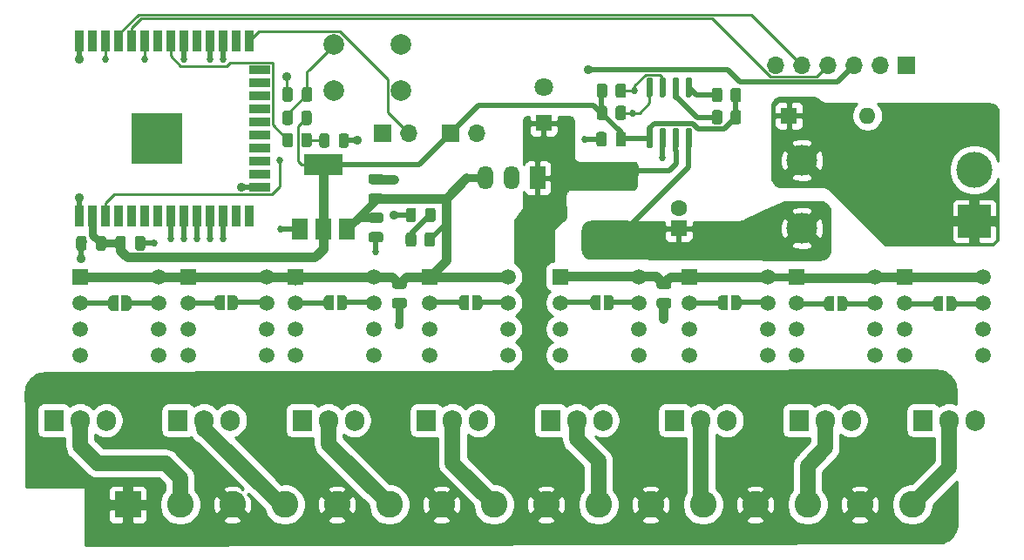
<source format=gtl>
G04 #@! TF.GenerationSoftware,KiCad,Pcbnew,(5.1.10)-1*
G04 #@! TF.CreationDate,2021-12-04T14:44:31-06:00*
G04 #@! TF.ProjectId,ESP32LedDriverV2,45535033-324c-4656-9444-726976657256,rev?*
G04 #@! TF.SameCoordinates,Original*
G04 #@! TF.FileFunction,Copper,L1,Top*
G04 #@! TF.FilePolarity,Positive*
%FSLAX46Y46*%
G04 Gerber Fmt 4.6, Leading zero omitted, Abs format (unit mm)*
G04 Created by KiCad (PCBNEW (5.1.10)-1) date 2021-12-04 14:44:31*
%MOMM*%
%LPD*%
G01*
G04 APERTURE LIST*
G04 #@! TA.AperFunction,SMDPad,CuDef*
%ADD10C,0.100000*%
G04 #@! TD*
G04 #@! TA.AperFunction,SMDPad,CuDef*
%ADD11R,0.900000X2.000000*%
G04 #@! TD*
G04 #@! TA.AperFunction,SMDPad,CuDef*
%ADD12R,2.000000X0.900000*%
G04 #@! TD*
G04 #@! TA.AperFunction,SMDPad,CuDef*
%ADD13R,5.000000X5.000000*%
G04 #@! TD*
G04 #@! TA.AperFunction,ComponentPad*
%ADD14O,1.700000X1.700000*%
G04 #@! TD*
G04 #@! TA.AperFunction,ComponentPad*
%ADD15R,1.700000X1.700000*%
G04 #@! TD*
G04 #@! TA.AperFunction,ComponentPad*
%ADD16O,1.600000X1.600000*%
G04 #@! TD*
G04 #@! TA.AperFunction,ComponentPad*
%ADD17R,1.600000X1.600000*%
G04 #@! TD*
G04 #@! TA.AperFunction,ComponentPad*
%ADD18C,1.498600*%
G04 #@! TD*
G04 #@! TA.AperFunction,ComponentPad*
%ADD19R,1.498600X1.498600*%
G04 #@! TD*
G04 #@! TA.AperFunction,ComponentPad*
%ADD20C,1.800000*%
G04 #@! TD*
G04 #@! TA.AperFunction,SMDPad,CuDef*
%ADD21R,1.500000X2.000000*%
G04 #@! TD*
G04 #@! TA.AperFunction,SMDPad,CuDef*
%ADD22R,3.800000X2.000000*%
G04 #@! TD*
G04 #@! TA.AperFunction,ComponentPad*
%ADD23O,1.500000X2.300000*%
G04 #@! TD*
G04 #@! TA.AperFunction,ComponentPad*
%ADD24R,1.500000X2.300000*%
G04 #@! TD*
G04 #@! TA.AperFunction,ComponentPad*
%ADD25C,2.000000*%
G04 #@! TD*
G04 #@! TA.AperFunction,ComponentPad*
%ADD26O,1.905000X2.000000*%
G04 #@! TD*
G04 #@! TA.AperFunction,ComponentPad*
%ADD27R,1.905000X2.000000*%
G04 #@! TD*
G04 #@! TA.AperFunction,ComponentPad*
%ADD28C,3.000000*%
G04 #@! TD*
G04 #@! TA.AperFunction,ComponentPad*
%ADD29C,2.600000*%
G04 #@! TD*
G04 #@! TA.AperFunction,ComponentPad*
%ADD30R,2.600000X2.600000*%
G04 #@! TD*
G04 #@! TA.AperFunction,ComponentPad*
%ADD31C,3.500000*%
G04 #@! TD*
G04 #@! TA.AperFunction,ComponentPad*
%ADD32R,3.200000X3.200000*%
G04 #@! TD*
G04 #@! TA.AperFunction,ComponentPad*
%ADD33C,1.600000*%
G04 #@! TD*
G04 #@! TA.AperFunction,ViaPad*
%ADD34C,0.685800*%
G04 #@! TD*
G04 #@! TA.AperFunction,ViaPad*
%ADD35C,0.889000*%
G04 #@! TD*
G04 #@! TA.AperFunction,Conductor*
%ADD36C,0.762000*%
G04 #@! TD*
G04 #@! TA.AperFunction,Conductor*
%ADD37C,0.508000*%
G04 #@! TD*
G04 #@! TA.AperFunction,Conductor*
%ADD38C,0.254000*%
G04 #@! TD*
G04 #@! TA.AperFunction,Conductor*
%ADD39C,0.900000*%
G04 #@! TD*
G04 #@! TA.AperFunction,Conductor*
%ADD40C,1.500000*%
G04 #@! TD*
G04 #@! TA.AperFunction,Conductor*
%ADD41C,0.100000*%
G04 #@! TD*
G04 APERTURE END LIST*
G04 #@! TA.AperFunction,SMDPad,CuDef*
D10*
G04 #@! TO.P,JP10,2*
G04 #@! TO.N,Net-(JP10-Pad2)*
G36*
X136036200Y-90080602D02*
G01*
X136060734Y-90080602D01*
X136109565Y-90085412D01*
X136157690Y-90094984D01*
X136204645Y-90109228D01*
X136249978Y-90128005D01*
X136293251Y-90151136D01*
X136334050Y-90178396D01*
X136371979Y-90209524D01*
X136406676Y-90244221D01*
X136437804Y-90282150D01*
X136465064Y-90322949D01*
X136488195Y-90366222D01*
X136506972Y-90411555D01*
X136521216Y-90458510D01*
X136530788Y-90506635D01*
X136535598Y-90555466D01*
X136535598Y-90580000D01*
X136536200Y-90580000D01*
X136536200Y-91080000D01*
X136535598Y-91080000D01*
X136535598Y-91104534D01*
X136530788Y-91153365D01*
X136521216Y-91201490D01*
X136506972Y-91248445D01*
X136488195Y-91293778D01*
X136465064Y-91337051D01*
X136437804Y-91377850D01*
X136406676Y-91415779D01*
X136371979Y-91450476D01*
X136334050Y-91481604D01*
X136293251Y-91508864D01*
X136249978Y-91531995D01*
X136204645Y-91550772D01*
X136157690Y-91565016D01*
X136109565Y-91574588D01*
X136060734Y-91579398D01*
X136036200Y-91579398D01*
X136036200Y-91580000D01*
X135536200Y-91580000D01*
X135536200Y-90080000D01*
X136036200Y-90080000D01*
X136036200Y-90080602D01*
G37*
G04 #@! TD.AperFunction*
G04 #@! TA.AperFunction,SMDPad,CuDef*
G04 #@! TO.P,JP10,1*
G04 #@! TO.N,/Z8*
G36*
X135236200Y-91580000D02*
G01*
X134736200Y-91580000D01*
X134736200Y-91579398D01*
X134711666Y-91579398D01*
X134662835Y-91574588D01*
X134614710Y-91565016D01*
X134567755Y-91550772D01*
X134522422Y-91531995D01*
X134479149Y-91508864D01*
X134438350Y-91481604D01*
X134400421Y-91450476D01*
X134365724Y-91415779D01*
X134334596Y-91377850D01*
X134307336Y-91337051D01*
X134284205Y-91293778D01*
X134265428Y-91248445D01*
X134251184Y-91201490D01*
X134241612Y-91153365D01*
X134236802Y-91104534D01*
X134236802Y-91080000D01*
X134236200Y-91080000D01*
X134236200Y-90580000D01*
X134236802Y-90580000D01*
X134236802Y-90555466D01*
X134241612Y-90506635D01*
X134251184Y-90458510D01*
X134265428Y-90411555D01*
X134284205Y-90366222D01*
X134307336Y-90322949D01*
X134334596Y-90282150D01*
X134365724Y-90244221D01*
X134400421Y-90209524D01*
X134438350Y-90178396D01*
X134479149Y-90151136D01*
X134522422Y-90128005D01*
X134567755Y-90109228D01*
X134614710Y-90094984D01*
X134662835Y-90085412D01*
X134711666Y-90080602D01*
X134736200Y-90080602D01*
X134736200Y-90080000D01*
X135236200Y-90080000D01*
X135236200Y-91580000D01*
G37*
G04 #@! TD.AperFunction*
G04 #@! TD*
D11*
G04 #@! TO.P,U4,38*
G04 #@! TO.N,GND*
X51318160Y-65294620D03*
G04 #@! TO.P,U4,37*
G04 #@! TO.N,N/C*
X52588160Y-65294620D03*
G04 #@! TO.P,U4,36*
G04 #@! TO.N,SCL*
X53858160Y-65294620D03*
G04 #@! TO.P,U4,35*
G04 #@! TO.N,/ESP32/UART_TX*
X55128160Y-65294620D03*
G04 #@! TO.P,U4,34*
G04 #@! TO.N,/ESP32/UART_RX*
X56398160Y-65294620D03*
G04 #@! TO.P,U4,33*
G04 #@! TO.N,SDA*
X57668160Y-65294620D03*
G04 #@! TO.P,U4,32*
G04 #@! TO.N,N/C*
X58938160Y-65294620D03*
G04 #@! TO.P,U4,31*
G04 #@! TO.N,Net-(R10-Pad1)*
X60208160Y-65294620D03*
G04 #@! TO.P,U4,30*
G04 #@! TO.N,/Z6*
X61478160Y-65294620D03*
G04 #@! TO.P,U4,29*
G04 #@! TO.N,N/C*
X62748160Y-65294620D03*
G04 #@! TO.P,U4,28*
G04 #@! TO.N,/Z7*
X64018160Y-65294620D03*
G04 #@! TO.P,U4,27*
G04 #@! TO.N,/Z8*
X65288160Y-65294620D03*
G04 #@! TO.P,U4,26*
G04 #@! TO.N,N/C*
X66558160Y-65294620D03*
G04 #@! TO.P,U4,25*
G04 #@! TO.N,/ESP32/~FLASH*
X67828160Y-65294620D03*
D12*
G04 #@! TO.P,U4,24*
G04 #@! TO.N,N/C*
X68828160Y-68079620D03*
G04 #@! TO.P,U4,23*
X68828160Y-69349620D03*
G04 #@! TO.P,U4,22*
X68828160Y-70619620D03*
G04 #@! TO.P,U4,21*
X68828160Y-71889620D03*
G04 #@! TO.P,U4,20*
X68828160Y-73159620D03*
G04 #@! TO.P,U4,19*
X68828160Y-74429620D03*
G04 #@! TO.P,U4,18*
X68828160Y-75699620D03*
G04 #@! TO.P,U4,17*
X68828160Y-76969620D03*
G04 #@! TO.P,U4,16*
X68828160Y-78239620D03*
G04 #@! TO.P,U4,15*
G04 #@! TO.N,GND*
X68828160Y-79509620D03*
D11*
G04 #@! TO.P,U4,14*
G04 #@! TO.N,N/C*
X67828160Y-82294620D03*
G04 #@! TO.P,U4,13*
X66558160Y-82294620D03*
G04 #@! TO.P,U4,12*
G04 #@! TO.N,/Z5*
X65288160Y-82294620D03*
G04 #@! TO.P,U4,11*
G04 #@! TO.N,/Z4*
X64018160Y-82294620D03*
G04 #@! TO.P,U4,10*
G04 #@! TO.N,/Z3*
X62748160Y-82294620D03*
G04 #@! TO.P,U4,9*
G04 #@! TO.N,/Z2*
X61478160Y-82294620D03*
G04 #@! TO.P,U4,8*
G04 #@! TO.N,/Z1*
X60208160Y-82294620D03*
G04 #@! TO.P,U4,7*
G04 #@! TO.N,N/C*
X58938160Y-82294620D03*
G04 #@! TO.P,U4,6*
X57668160Y-82294620D03*
G04 #@! TO.P,U4,5*
X56398160Y-82294620D03*
G04 #@! TO.P,U4,4*
X55128160Y-82294620D03*
G04 #@! TO.P,U4,3*
G04 #@! TO.N,/ESP32/~RESET*
X53858160Y-82294620D03*
G04 #@! TO.P,U4,2*
G04 #@! TO.N,+3V3*
X52588160Y-82294620D03*
G04 #@! TO.P,U4,1*
G04 #@! TO.N,GND*
X51318160Y-82294620D03*
D13*
G04 #@! TO.P,U4,39*
X58818160Y-74794620D03*
G04 #@! TD*
G04 #@! TA.AperFunction,SMDPad,CuDef*
D10*
G04 #@! TO.P,JP9,2*
G04 #@! TO.N,Net-(JP9-Pad2)*
G36*
X125446200Y-90080602D02*
G01*
X125470734Y-90080602D01*
X125519565Y-90085412D01*
X125567690Y-90094984D01*
X125614645Y-90109228D01*
X125659978Y-90128005D01*
X125703251Y-90151136D01*
X125744050Y-90178396D01*
X125781979Y-90209524D01*
X125816676Y-90244221D01*
X125847804Y-90282150D01*
X125875064Y-90322949D01*
X125898195Y-90366222D01*
X125916972Y-90411555D01*
X125931216Y-90458510D01*
X125940788Y-90506635D01*
X125945598Y-90555466D01*
X125945598Y-90580000D01*
X125946200Y-90580000D01*
X125946200Y-91080000D01*
X125945598Y-91080000D01*
X125945598Y-91104534D01*
X125940788Y-91153365D01*
X125931216Y-91201490D01*
X125916972Y-91248445D01*
X125898195Y-91293778D01*
X125875064Y-91337051D01*
X125847804Y-91377850D01*
X125816676Y-91415779D01*
X125781979Y-91450476D01*
X125744050Y-91481604D01*
X125703251Y-91508864D01*
X125659978Y-91531995D01*
X125614645Y-91550772D01*
X125567690Y-91565016D01*
X125519565Y-91574588D01*
X125470734Y-91579398D01*
X125446200Y-91579398D01*
X125446200Y-91580000D01*
X124946200Y-91580000D01*
X124946200Y-90080000D01*
X125446200Y-90080000D01*
X125446200Y-90080602D01*
G37*
G04 #@! TD.AperFunction*
G04 #@! TA.AperFunction,SMDPad,CuDef*
G04 #@! TO.P,JP9,1*
G04 #@! TO.N,/Z7*
G36*
X124646200Y-91580000D02*
G01*
X124146200Y-91580000D01*
X124146200Y-91579398D01*
X124121666Y-91579398D01*
X124072835Y-91574588D01*
X124024710Y-91565016D01*
X123977755Y-91550772D01*
X123932422Y-91531995D01*
X123889149Y-91508864D01*
X123848350Y-91481604D01*
X123810421Y-91450476D01*
X123775724Y-91415779D01*
X123744596Y-91377850D01*
X123717336Y-91337051D01*
X123694205Y-91293778D01*
X123675428Y-91248445D01*
X123661184Y-91201490D01*
X123651612Y-91153365D01*
X123646802Y-91104534D01*
X123646802Y-91080000D01*
X123646200Y-91080000D01*
X123646200Y-90580000D01*
X123646802Y-90580000D01*
X123646802Y-90555466D01*
X123651612Y-90506635D01*
X123661184Y-90458510D01*
X123675428Y-90411555D01*
X123694205Y-90366222D01*
X123717336Y-90322949D01*
X123744596Y-90282150D01*
X123775724Y-90244221D01*
X123810421Y-90209524D01*
X123848350Y-90178396D01*
X123889149Y-90151136D01*
X123932422Y-90128005D01*
X123977755Y-90109228D01*
X124024710Y-90094984D01*
X124072835Y-90085412D01*
X124121666Y-90080602D01*
X124146200Y-90080602D01*
X124146200Y-90080000D01*
X124646200Y-90080000D01*
X124646200Y-91580000D01*
G37*
G04 #@! TD.AperFunction*
G04 #@! TD*
G04 #@! TA.AperFunction,SMDPad,CuDef*
G04 #@! TO.P,JP8,2*
G04 #@! TO.N,Net-(JP8-Pad2)*
G36*
X115140700Y-89980602D02*
G01*
X115165234Y-89980602D01*
X115214065Y-89985412D01*
X115262190Y-89994984D01*
X115309145Y-90009228D01*
X115354478Y-90028005D01*
X115397751Y-90051136D01*
X115438550Y-90078396D01*
X115476479Y-90109524D01*
X115511176Y-90144221D01*
X115542304Y-90182150D01*
X115569564Y-90222949D01*
X115592695Y-90266222D01*
X115611472Y-90311555D01*
X115625716Y-90358510D01*
X115635288Y-90406635D01*
X115640098Y-90455466D01*
X115640098Y-90480000D01*
X115640700Y-90480000D01*
X115640700Y-90980000D01*
X115640098Y-90980000D01*
X115640098Y-91004534D01*
X115635288Y-91053365D01*
X115625716Y-91101490D01*
X115611472Y-91148445D01*
X115592695Y-91193778D01*
X115569564Y-91237051D01*
X115542304Y-91277850D01*
X115511176Y-91315779D01*
X115476479Y-91350476D01*
X115438550Y-91381604D01*
X115397751Y-91408864D01*
X115354478Y-91431995D01*
X115309145Y-91450772D01*
X115262190Y-91465016D01*
X115214065Y-91474588D01*
X115165234Y-91479398D01*
X115140700Y-91479398D01*
X115140700Y-91480000D01*
X114640700Y-91480000D01*
X114640700Y-89980000D01*
X115140700Y-89980000D01*
X115140700Y-89980602D01*
G37*
G04 #@! TD.AperFunction*
G04 #@! TA.AperFunction,SMDPad,CuDef*
G04 #@! TO.P,JP8,1*
G04 #@! TO.N,/Z6*
G36*
X114340700Y-91480000D02*
G01*
X113840700Y-91480000D01*
X113840700Y-91479398D01*
X113816166Y-91479398D01*
X113767335Y-91474588D01*
X113719210Y-91465016D01*
X113672255Y-91450772D01*
X113626922Y-91431995D01*
X113583649Y-91408864D01*
X113542850Y-91381604D01*
X113504921Y-91350476D01*
X113470224Y-91315779D01*
X113439096Y-91277850D01*
X113411836Y-91237051D01*
X113388705Y-91193778D01*
X113369928Y-91148445D01*
X113355684Y-91101490D01*
X113346112Y-91053365D01*
X113341302Y-91004534D01*
X113341302Y-90980000D01*
X113340700Y-90980000D01*
X113340700Y-90480000D01*
X113341302Y-90480000D01*
X113341302Y-90455466D01*
X113346112Y-90406635D01*
X113355684Y-90358510D01*
X113369928Y-90311555D01*
X113388705Y-90266222D01*
X113411836Y-90222949D01*
X113439096Y-90182150D01*
X113470224Y-90144221D01*
X113504921Y-90109524D01*
X113542850Y-90078396D01*
X113583649Y-90051136D01*
X113626922Y-90028005D01*
X113672255Y-90009228D01*
X113719210Y-89994984D01*
X113767335Y-89985412D01*
X113816166Y-89980602D01*
X113840700Y-89980602D01*
X113840700Y-89980000D01*
X114340700Y-89980000D01*
X114340700Y-91480000D01*
G37*
G04 #@! TD.AperFunction*
G04 #@! TD*
G04 #@! TA.AperFunction,SMDPad,CuDef*
G04 #@! TO.P,JP7,2*
G04 #@! TO.N,Net-(JP7-Pad2)*
G36*
X102743200Y-89980602D02*
G01*
X102767734Y-89980602D01*
X102816565Y-89985412D01*
X102864690Y-89994984D01*
X102911645Y-90009228D01*
X102956978Y-90028005D01*
X103000251Y-90051136D01*
X103041050Y-90078396D01*
X103078979Y-90109524D01*
X103113676Y-90144221D01*
X103144804Y-90182150D01*
X103172064Y-90222949D01*
X103195195Y-90266222D01*
X103213972Y-90311555D01*
X103228216Y-90358510D01*
X103237788Y-90406635D01*
X103242598Y-90455466D01*
X103242598Y-90480000D01*
X103243200Y-90480000D01*
X103243200Y-90980000D01*
X103242598Y-90980000D01*
X103242598Y-91004534D01*
X103237788Y-91053365D01*
X103228216Y-91101490D01*
X103213972Y-91148445D01*
X103195195Y-91193778D01*
X103172064Y-91237051D01*
X103144804Y-91277850D01*
X103113676Y-91315779D01*
X103078979Y-91350476D01*
X103041050Y-91381604D01*
X103000251Y-91408864D01*
X102956978Y-91431995D01*
X102911645Y-91450772D01*
X102864690Y-91465016D01*
X102816565Y-91474588D01*
X102767734Y-91479398D01*
X102743200Y-91479398D01*
X102743200Y-91480000D01*
X102243200Y-91480000D01*
X102243200Y-89980000D01*
X102743200Y-89980000D01*
X102743200Y-89980602D01*
G37*
G04 #@! TD.AperFunction*
G04 #@! TA.AperFunction,SMDPad,CuDef*
G04 #@! TO.P,JP7,1*
G04 #@! TO.N,/Z5*
G36*
X101943200Y-91480000D02*
G01*
X101443200Y-91480000D01*
X101443200Y-91479398D01*
X101418666Y-91479398D01*
X101369835Y-91474588D01*
X101321710Y-91465016D01*
X101274755Y-91450772D01*
X101229422Y-91431995D01*
X101186149Y-91408864D01*
X101145350Y-91381604D01*
X101107421Y-91350476D01*
X101072724Y-91315779D01*
X101041596Y-91277850D01*
X101014336Y-91237051D01*
X100991205Y-91193778D01*
X100972428Y-91148445D01*
X100958184Y-91101490D01*
X100948612Y-91053365D01*
X100943802Y-91004534D01*
X100943802Y-90980000D01*
X100943200Y-90980000D01*
X100943200Y-90480000D01*
X100943802Y-90480000D01*
X100943802Y-90455466D01*
X100948612Y-90406635D01*
X100958184Y-90358510D01*
X100972428Y-90311555D01*
X100991205Y-90266222D01*
X101014336Y-90222949D01*
X101041596Y-90182150D01*
X101072724Y-90144221D01*
X101107421Y-90109524D01*
X101145350Y-90078396D01*
X101186149Y-90051136D01*
X101229422Y-90028005D01*
X101274755Y-90009228D01*
X101321710Y-89994984D01*
X101369835Y-89985412D01*
X101418666Y-89980602D01*
X101443200Y-89980602D01*
X101443200Y-89980000D01*
X101943200Y-89980000D01*
X101943200Y-91480000D01*
G37*
G04 #@! TD.AperFunction*
G04 #@! TD*
G04 #@! TA.AperFunction,SMDPad,CuDef*
G04 #@! TO.P,JP6,2*
G04 #@! TO.N,Net-(JP6-Pad2)*
G36*
X89979700Y-89980602D02*
G01*
X90004234Y-89980602D01*
X90053065Y-89985412D01*
X90101190Y-89994984D01*
X90148145Y-90009228D01*
X90193478Y-90028005D01*
X90236751Y-90051136D01*
X90277550Y-90078396D01*
X90315479Y-90109524D01*
X90350176Y-90144221D01*
X90381304Y-90182150D01*
X90408564Y-90222949D01*
X90431695Y-90266222D01*
X90450472Y-90311555D01*
X90464716Y-90358510D01*
X90474288Y-90406635D01*
X90479098Y-90455466D01*
X90479098Y-90480000D01*
X90479700Y-90480000D01*
X90479700Y-90980000D01*
X90479098Y-90980000D01*
X90479098Y-91004534D01*
X90474288Y-91053365D01*
X90464716Y-91101490D01*
X90450472Y-91148445D01*
X90431695Y-91193778D01*
X90408564Y-91237051D01*
X90381304Y-91277850D01*
X90350176Y-91315779D01*
X90315479Y-91350476D01*
X90277550Y-91381604D01*
X90236751Y-91408864D01*
X90193478Y-91431995D01*
X90148145Y-91450772D01*
X90101190Y-91465016D01*
X90053065Y-91474588D01*
X90004234Y-91479398D01*
X89979700Y-91479398D01*
X89979700Y-91480000D01*
X89479700Y-91480000D01*
X89479700Y-89980000D01*
X89979700Y-89980000D01*
X89979700Y-89980602D01*
G37*
G04 #@! TD.AperFunction*
G04 #@! TA.AperFunction,SMDPad,CuDef*
G04 #@! TO.P,JP6,1*
G04 #@! TO.N,/Z4*
G36*
X89179700Y-91480000D02*
G01*
X88679700Y-91480000D01*
X88679700Y-91479398D01*
X88655166Y-91479398D01*
X88606335Y-91474588D01*
X88558210Y-91465016D01*
X88511255Y-91450772D01*
X88465922Y-91431995D01*
X88422649Y-91408864D01*
X88381850Y-91381604D01*
X88343921Y-91350476D01*
X88309224Y-91315779D01*
X88278096Y-91277850D01*
X88250836Y-91237051D01*
X88227705Y-91193778D01*
X88208928Y-91148445D01*
X88194684Y-91101490D01*
X88185112Y-91053365D01*
X88180302Y-91004534D01*
X88180302Y-90980000D01*
X88179700Y-90980000D01*
X88179700Y-90480000D01*
X88180302Y-90480000D01*
X88180302Y-90455466D01*
X88185112Y-90406635D01*
X88194684Y-90358510D01*
X88208928Y-90311555D01*
X88227705Y-90266222D01*
X88250836Y-90222949D01*
X88278096Y-90182150D01*
X88309224Y-90144221D01*
X88343921Y-90109524D01*
X88381850Y-90078396D01*
X88422649Y-90051136D01*
X88465922Y-90028005D01*
X88511255Y-90009228D01*
X88558210Y-89994984D01*
X88606335Y-89985412D01*
X88655166Y-89980602D01*
X88679700Y-89980602D01*
X88679700Y-89980000D01*
X89179700Y-89980000D01*
X89179700Y-91480000D01*
G37*
G04 #@! TD.AperFunction*
G04 #@! TD*
G04 #@! TA.AperFunction,SMDPad,CuDef*
G04 #@! TO.P,JP5,2*
G04 #@! TO.N,Net-(JP5-Pad2)*
G36*
X76835200Y-89980602D02*
G01*
X76859734Y-89980602D01*
X76908565Y-89985412D01*
X76956690Y-89994984D01*
X77003645Y-90009228D01*
X77048978Y-90028005D01*
X77092251Y-90051136D01*
X77133050Y-90078396D01*
X77170979Y-90109524D01*
X77205676Y-90144221D01*
X77236804Y-90182150D01*
X77264064Y-90222949D01*
X77287195Y-90266222D01*
X77305972Y-90311555D01*
X77320216Y-90358510D01*
X77329788Y-90406635D01*
X77334598Y-90455466D01*
X77334598Y-90480000D01*
X77335200Y-90480000D01*
X77335200Y-90980000D01*
X77334598Y-90980000D01*
X77334598Y-91004534D01*
X77329788Y-91053365D01*
X77320216Y-91101490D01*
X77305972Y-91148445D01*
X77287195Y-91193778D01*
X77264064Y-91237051D01*
X77236804Y-91277850D01*
X77205676Y-91315779D01*
X77170979Y-91350476D01*
X77133050Y-91381604D01*
X77092251Y-91408864D01*
X77048978Y-91431995D01*
X77003645Y-91450772D01*
X76956690Y-91465016D01*
X76908565Y-91474588D01*
X76859734Y-91479398D01*
X76835200Y-91479398D01*
X76835200Y-91480000D01*
X76335200Y-91480000D01*
X76335200Y-89980000D01*
X76835200Y-89980000D01*
X76835200Y-89980602D01*
G37*
G04 #@! TD.AperFunction*
G04 #@! TA.AperFunction,SMDPad,CuDef*
G04 #@! TO.P,JP5,1*
G04 #@! TO.N,/Z3*
G36*
X76035200Y-91480000D02*
G01*
X75535200Y-91480000D01*
X75535200Y-91479398D01*
X75510666Y-91479398D01*
X75461835Y-91474588D01*
X75413710Y-91465016D01*
X75366755Y-91450772D01*
X75321422Y-91431995D01*
X75278149Y-91408864D01*
X75237350Y-91381604D01*
X75199421Y-91350476D01*
X75164724Y-91315779D01*
X75133596Y-91277850D01*
X75106336Y-91237051D01*
X75083205Y-91193778D01*
X75064428Y-91148445D01*
X75050184Y-91101490D01*
X75040612Y-91053365D01*
X75035802Y-91004534D01*
X75035802Y-90980000D01*
X75035200Y-90980000D01*
X75035200Y-90480000D01*
X75035802Y-90480000D01*
X75035802Y-90455466D01*
X75040612Y-90406635D01*
X75050184Y-90358510D01*
X75064428Y-90311555D01*
X75083205Y-90266222D01*
X75106336Y-90222949D01*
X75133596Y-90182150D01*
X75164724Y-90144221D01*
X75199421Y-90109524D01*
X75237350Y-90078396D01*
X75278149Y-90051136D01*
X75321422Y-90028005D01*
X75366755Y-90009228D01*
X75413710Y-89994984D01*
X75461835Y-89985412D01*
X75510666Y-89980602D01*
X75535200Y-89980602D01*
X75535200Y-89980000D01*
X76035200Y-89980000D01*
X76035200Y-91480000D01*
G37*
G04 #@! TD.AperFunction*
G04 #@! TD*
G04 #@! TA.AperFunction,SMDPad,CuDef*
G04 #@! TO.P,JP4,2*
G04 #@! TO.N,Net-(JP4-Pad2)*
G36*
X66230700Y-89980602D02*
G01*
X66255234Y-89980602D01*
X66304065Y-89985412D01*
X66352190Y-89994984D01*
X66399145Y-90009228D01*
X66444478Y-90028005D01*
X66487751Y-90051136D01*
X66528550Y-90078396D01*
X66566479Y-90109524D01*
X66601176Y-90144221D01*
X66632304Y-90182150D01*
X66659564Y-90222949D01*
X66682695Y-90266222D01*
X66701472Y-90311555D01*
X66715716Y-90358510D01*
X66725288Y-90406635D01*
X66730098Y-90455466D01*
X66730098Y-90480000D01*
X66730700Y-90480000D01*
X66730700Y-90980000D01*
X66730098Y-90980000D01*
X66730098Y-91004534D01*
X66725288Y-91053365D01*
X66715716Y-91101490D01*
X66701472Y-91148445D01*
X66682695Y-91193778D01*
X66659564Y-91237051D01*
X66632304Y-91277850D01*
X66601176Y-91315779D01*
X66566479Y-91350476D01*
X66528550Y-91381604D01*
X66487751Y-91408864D01*
X66444478Y-91431995D01*
X66399145Y-91450772D01*
X66352190Y-91465016D01*
X66304065Y-91474588D01*
X66255234Y-91479398D01*
X66230700Y-91479398D01*
X66230700Y-91480000D01*
X65730700Y-91480000D01*
X65730700Y-89980000D01*
X66230700Y-89980000D01*
X66230700Y-89980602D01*
G37*
G04 #@! TD.AperFunction*
G04 #@! TA.AperFunction,SMDPad,CuDef*
G04 #@! TO.P,JP4,1*
G04 #@! TO.N,/Z2*
G36*
X65430700Y-91480000D02*
G01*
X64930700Y-91480000D01*
X64930700Y-91479398D01*
X64906166Y-91479398D01*
X64857335Y-91474588D01*
X64809210Y-91465016D01*
X64762255Y-91450772D01*
X64716922Y-91431995D01*
X64673649Y-91408864D01*
X64632850Y-91381604D01*
X64594921Y-91350476D01*
X64560224Y-91315779D01*
X64529096Y-91277850D01*
X64501836Y-91237051D01*
X64478705Y-91193778D01*
X64459928Y-91148445D01*
X64445684Y-91101490D01*
X64436112Y-91053365D01*
X64431302Y-91004534D01*
X64431302Y-90980000D01*
X64430700Y-90980000D01*
X64430700Y-90480000D01*
X64431302Y-90480000D01*
X64431302Y-90455466D01*
X64436112Y-90406635D01*
X64445684Y-90358510D01*
X64459928Y-90311555D01*
X64478705Y-90266222D01*
X64501836Y-90222949D01*
X64529096Y-90182150D01*
X64560224Y-90144221D01*
X64594921Y-90109524D01*
X64632850Y-90078396D01*
X64673649Y-90051136D01*
X64716922Y-90028005D01*
X64762255Y-90009228D01*
X64809210Y-89994984D01*
X64857335Y-89985412D01*
X64906166Y-89980602D01*
X64930700Y-89980602D01*
X64930700Y-89980000D01*
X65430700Y-89980000D01*
X65430700Y-91480000D01*
G37*
G04 #@! TD.AperFunction*
G04 #@! TD*
G04 #@! TA.AperFunction,SMDPad,CuDef*
G04 #@! TO.P,JP3,2*
G04 #@! TO.N,Net-(JP3-Pad2)*
G36*
X55895200Y-90044102D02*
G01*
X55919734Y-90044102D01*
X55968565Y-90048912D01*
X56016690Y-90058484D01*
X56063645Y-90072728D01*
X56108978Y-90091505D01*
X56152251Y-90114636D01*
X56193050Y-90141896D01*
X56230979Y-90173024D01*
X56265676Y-90207721D01*
X56296804Y-90245650D01*
X56324064Y-90286449D01*
X56347195Y-90329722D01*
X56365972Y-90375055D01*
X56380216Y-90422010D01*
X56389788Y-90470135D01*
X56394598Y-90518966D01*
X56394598Y-90543500D01*
X56395200Y-90543500D01*
X56395200Y-91043500D01*
X56394598Y-91043500D01*
X56394598Y-91068034D01*
X56389788Y-91116865D01*
X56380216Y-91164990D01*
X56365972Y-91211945D01*
X56347195Y-91257278D01*
X56324064Y-91300551D01*
X56296804Y-91341350D01*
X56265676Y-91379279D01*
X56230979Y-91413976D01*
X56193050Y-91445104D01*
X56152251Y-91472364D01*
X56108978Y-91495495D01*
X56063645Y-91514272D01*
X56016690Y-91528516D01*
X55968565Y-91538088D01*
X55919734Y-91542898D01*
X55895200Y-91542898D01*
X55895200Y-91543500D01*
X55395200Y-91543500D01*
X55395200Y-90043500D01*
X55895200Y-90043500D01*
X55895200Y-90044102D01*
G37*
G04 #@! TD.AperFunction*
G04 #@! TA.AperFunction,SMDPad,CuDef*
G04 #@! TO.P,JP3,1*
G04 #@! TO.N,/Z1*
G36*
X55095200Y-91543500D02*
G01*
X54595200Y-91543500D01*
X54595200Y-91542898D01*
X54570666Y-91542898D01*
X54521835Y-91538088D01*
X54473710Y-91528516D01*
X54426755Y-91514272D01*
X54381422Y-91495495D01*
X54338149Y-91472364D01*
X54297350Y-91445104D01*
X54259421Y-91413976D01*
X54224724Y-91379279D01*
X54193596Y-91341350D01*
X54166336Y-91300551D01*
X54143205Y-91257278D01*
X54124428Y-91211945D01*
X54110184Y-91164990D01*
X54100612Y-91116865D01*
X54095802Y-91068034D01*
X54095802Y-91043500D01*
X54095200Y-91043500D01*
X54095200Y-90543500D01*
X54095802Y-90543500D01*
X54095802Y-90518966D01*
X54100612Y-90470135D01*
X54110184Y-90422010D01*
X54124428Y-90375055D01*
X54143205Y-90329722D01*
X54166336Y-90286449D01*
X54193596Y-90245650D01*
X54224724Y-90207721D01*
X54259421Y-90173024D01*
X54297350Y-90141896D01*
X54338149Y-90114636D01*
X54381422Y-90091505D01*
X54426755Y-90072728D01*
X54473710Y-90058484D01*
X54521835Y-90048912D01*
X54570666Y-90044102D01*
X54595200Y-90044102D01*
X54595200Y-90043500D01*
X55095200Y-90043500D01*
X55095200Y-91543500D01*
G37*
G04 #@! TD.AperFunction*
G04 #@! TD*
D14*
G04 #@! TO.P,JP2,2*
G04 #@! TO.N,/ESP32/UART_VCC*
X89875800Y-74245400D03*
D15*
G04 #@! TO.P,JP2,1*
G04 #@! TO.N,+3V3*
X87335800Y-74245400D03*
G04 #@! TD*
G04 #@! TO.P,C10,2*
G04 #@! TO.N,GND*
G04 #@! TA.AperFunction,SMDPad,CuDef*
G36*
G01*
X107638000Y-90291000D02*
X108588000Y-90291000D01*
G75*
G02*
X108838000Y-90541000I0J-250000D01*
G01*
X108838000Y-91041000D01*
G75*
G02*
X108588000Y-91291000I-250000J0D01*
G01*
X107638000Y-91291000D01*
G75*
G02*
X107388000Y-91041000I0J250000D01*
G01*
X107388000Y-90541000D01*
G75*
G02*
X107638000Y-90291000I250000J0D01*
G01*
G37*
G04 #@! TD.AperFunction*
G04 #@! TO.P,C10,1*
G04 #@! TO.N,+5V*
G04 #@! TA.AperFunction,SMDPad,CuDef*
G36*
G01*
X107638000Y-88391000D02*
X108588000Y-88391000D01*
G75*
G02*
X108838000Y-88641000I0J-250000D01*
G01*
X108838000Y-89141000D01*
G75*
G02*
X108588000Y-89391000I-250000J0D01*
G01*
X107638000Y-89391000D01*
G75*
G02*
X107388000Y-89141000I0J250000D01*
G01*
X107388000Y-88641000D01*
G75*
G02*
X107638000Y-88391000I250000J0D01*
G01*
G37*
G04 #@! TD.AperFunction*
G04 #@! TD*
D14*
G04 #@! TO.P,JP1,2*
G04 #@! TO.N,/ESP32/~FLASH*
X83297200Y-74245400D03*
D15*
G04 #@! TO.P,JP1,1*
G04 #@! TO.N,GND*
X80757200Y-74245400D03*
G04 #@! TD*
G04 #@! TO.P,R3,2*
G04 #@! TO.N,+24V_IN*
G04 #@! TA.AperFunction,SMDPad,CuDef*
G36*
G01*
X100820059Y-83047000D02*
X103670261Y-83047000D01*
G75*
G02*
X103920160Y-83296899I0J-249899D01*
G01*
X103920160Y-84022101D01*
G75*
G02*
X103670261Y-84272000I-249899J0D01*
G01*
X100820059Y-84272000D01*
G75*
G02*
X100570160Y-84022101I0J249899D01*
G01*
X100570160Y-83296899D01*
G75*
G02*
X100820059Y-83047000I249899J0D01*
G01*
G37*
G04 #@! TD.AperFunction*
G04 #@! TO.P,R3,1*
G04 #@! TO.N,+24V*
G04 #@! TA.AperFunction,SMDPad,CuDef*
G36*
G01*
X100820059Y-77122000D02*
X103670261Y-77122000D01*
G75*
G02*
X103920160Y-77371899I0J-249899D01*
G01*
X103920160Y-78097101D01*
G75*
G02*
X103670261Y-78347000I-249899J0D01*
G01*
X100820059Y-78347000D01*
G75*
G02*
X100570160Y-78097101I0J249899D01*
G01*
X100570160Y-77371899D01*
G75*
G02*
X100820059Y-77122000I249899J0D01*
G01*
G37*
G04 #@! TD.AperFunction*
G04 #@! TD*
G04 #@! TO.P,U1,8*
G04 #@! TO.N,+24V_IN*
G04 #@! TA.AperFunction,SMDPad,CuDef*
G36*
G01*
X110375560Y-73770620D02*
X110675560Y-73770620D01*
G75*
G02*
X110825560Y-73920620I0J-150000D01*
G01*
X110825560Y-75570620D01*
G75*
G02*
X110675560Y-75720620I-150000J0D01*
G01*
X110375560Y-75720620D01*
G75*
G02*
X110225560Y-75570620I0J150000D01*
G01*
X110225560Y-73920620D01*
G75*
G02*
X110375560Y-73770620I150000J0D01*
G01*
G37*
G04 #@! TD.AperFunction*
G04 #@! TO.P,U1,7*
G04 #@! TO.N,+24V*
G04 #@! TA.AperFunction,SMDPad,CuDef*
G36*
G01*
X109105560Y-73770620D02*
X109405560Y-73770620D01*
G75*
G02*
X109555560Y-73920620I0J-150000D01*
G01*
X109555560Y-75570620D01*
G75*
G02*
X109405560Y-75720620I-150000J0D01*
G01*
X109105560Y-75720620D01*
G75*
G02*
X108955560Y-75570620I0J150000D01*
G01*
X108955560Y-73920620D01*
G75*
G02*
X109105560Y-73770620I150000J0D01*
G01*
G37*
G04 #@! TD.AperFunction*
G04 #@! TO.P,U1,6*
G04 #@! TO.N,GND*
G04 #@! TA.AperFunction,SMDPad,CuDef*
G36*
G01*
X107835560Y-73770620D02*
X108135560Y-73770620D01*
G75*
G02*
X108285560Y-73920620I0J-150000D01*
G01*
X108285560Y-75570620D01*
G75*
G02*
X108135560Y-75720620I-150000J0D01*
G01*
X107835560Y-75720620D01*
G75*
G02*
X107685560Y-75570620I0J150000D01*
G01*
X107685560Y-73920620D01*
G75*
G02*
X107835560Y-73770620I150000J0D01*
G01*
G37*
G04 #@! TD.AperFunction*
G04 #@! TO.P,U1,5*
G04 #@! TO.N,+3V3*
G04 #@! TA.AperFunction,SMDPad,CuDef*
G36*
G01*
X106565560Y-73770620D02*
X106865560Y-73770620D01*
G75*
G02*
X107015560Y-73920620I0J-150000D01*
G01*
X107015560Y-75570620D01*
G75*
G02*
X106865560Y-75720620I-150000J0D01*
G01*
X106565560Y-75720620D01*
G75*
G02*
X106415560Y-75570620I0J150000D01*
G01*
X106415560Y-73920620D01*
G75*
G02*
X106565560Y-73770620I150000J0D01*
G01*
G37*
G04 #@! TD.AperFunction*
G04 #@! TO.P,U1,4*
G04 #@! TO.N,SCL*
G04 #@! TA.AperFunction,SMDPad,CuDef*
G36*
G01*
X106565560Y-68820620D02*
X106865560Y-68820620D01*
G75*
G02*
X107015560Y-68970620I0J-150000D01*
G01*
X107015560Y-70620620D01*
G75*
G02*
X106865560Y-70770620I-150000J0D01*
G01*
X106565560Y-70770620D01*
G75*
G02*
X106415560Y-70620620I0J150000D01*
G01*
X106415560Y-68970620D01*
G75*
G02*
X106565560Y-68820620I150000J0D01*
G01*
G37*
G04 #@! TD.AperFunction*
G04 #@! TO.P,U1,3*
G04 #@! TO.N,SDA*
G04 #@! TA.AperFunction,SMDPad,CuDef*
G36*
G01*
X107835560Y-68820620D02*
X108135560Y-68820620D01*
G75*
G02*
X108285560Y-68970620I0J-150000D01*
G01*
X108285560Y-70620620D01*
G75*
G02*
X108135560Y-70770620I-150000J0D01*
G01*
X107835560Y-70770620D01*
G75*
G02*
X107685560Y-70620620I0J150000D01*
G01*
X107685560Y-68970620D01*
G75*
G02*
X107835560Y-68820620I150000J0D01*
G01*
G37*
G04 #@! TD.AperFunction*
G04 #@! TO.P,U1,2*
G04 #@! TO.N,Net-(R7-Pad2)*
G04 #@! TA.AperFunction,SMDPad,CuDef*
G36*
G01*
X109105560Y-68820620D02*
X109405560Y-68820620D01*
G75*
G02*
X109555560Y-68970620I0J-150000D01*
G01*
X109555560Y-70620620D01*
G75*
G02*
X109405560Y-70770620I-150000J0D01*
G01*
X109105560Y-70770620D01*
G75*
G02*
X108955560Y-70620620I0J150000D01*
G01*
X108955560Y-68970620D01*
G75*
G02*
X109105560Y-68820620I150000J0D01*
G01*
G37*
G04 #@! TD.AperFunction*
G04 #@! TO.P,U1,1*
G04 #@! TO.N,Net-(R6-Pad2)*
G04 #@! TA.AperFunction,SMDPad,CuDef*
G36*
G01*
X110375560Y-68820620D02*
X110675560Y-68820620D01*
G75*
G02*
X110825560Y-68970620I0J-150000D01*
G01*
X110825560Y-70620620D01*
G75*
G02*
X110675560Y-70770620I-150000J0D01*
G01*
X110375560Y-70770620D01*
G75*
G02*
X110225560Y-70620620I0J150000D01*
G01*
X110225560Y-68970620D01*
G75*
G02*
X110375560Y-68820620I150000J0D01*
G01*
G37*
G04 #@! TD.AperFunction*
G04 #@! TD*
D14*
G04 #@! TO.P,J3,6*
G04 #@! TO.N,N/C*
X118984200Y-67692200D03*
G04 #@! TO.P,J3,5*
G04 #@! TO.N,/ESP32/UART_TX*
X121524200Y-67692200D03*
G04 #@! TO.P,J3,4*
G04 #@! TO.N,/ESP32/UART_RX*
X124064200Y-67692200D03*
G04 #@! TO.P,J3,3*
G04 #@! TO.N,/ESP32/UART_VCC*
X126604200Y-67692200D03*
G04 #@! TO.P,J3,2*
G04 #@! TO.N,N/C*
X129144200Y-67692200D03*
D15*
G04 #@! TO.P,J3,1*
G04 #@! TO.N,GND*
X131684200Y-67692200D03*
G04 #@! TD*
D16*
G04 #@! TO.P,D2,2*
G04 #@! TO.N,GND*
X127874200Y-72569000D03*
D17*
G04 #@! TO.P,D2,1*
G04 #@! TO.N,+24V_SW*
X120254200Y-72569000D03*
G04 #@! TD*
G04 #@! TO.P,R10,2*
G04 #@! TO.N,Net-(LED2-Pad2)*
G04 #@! TA.AperFunction,SMDPad,CuDef*
G36*
G01*
X72866200Y-75387002D02*
X72866200Y-74486998D01*
G75*
G02*
X73116198Y-74237000I249998J0D01*
G01*
X73641202Y-74237000D01*
G75*
G02*
X73891200Y-74486998I0J-249998D01*
G01*
X73891200Y-75387002D01*
G75*
G02*
X73641202Y-75637000I-249998J0D01*
G01*
X73116198Y-75637000D01*
G75*
G02*
X72866200Y-75387002I0J249998D01*
G01*
G37*
G04 #@! TD.AperFunction*
G04 #@! TO.P,R10,1*
G04 #@! TO.N,Net-(R10-Pad1)*
G04 #@! TA.AperFunction,SMDPad,CuDef*
G36*
G01*
X71041200Y-75387002D02*
X71041200Y-74486998D01*
G75*
G02*
X71291198Y-74237000I249998J0D01*
G01*
X71816202Y-74237000D01*
G75*
G02*
X72066200Y-74486998I0J-249998D01*
G01*
X72066200Y-75387002D01*
G75*
G02*
X71816202Y-75637000I-249998J0D01*
G01*
X71291198Y-75637000D01*
G75*
G02*
X71041200Y-75387002I0J249998D01*
G01*
G37*
G04 #@! TD.AperFunction*
G04 #@! TD*
G04 #@! TO.P,R9,2*
G04 #@! TO.N,/ESP32/~RESET*
G04 #@! TA.AperFunction,SMDPad,CuDef*
G36*
G01*
X72066200Y-72328618D02*
X72066200Y-73228622D01*
G75*
G02*
X71816202Y-73478620I-249998J0D01*
G01*
X71291198Y-73478620D01*
G75*
G02*
X71041200Y-73228622I0J249998D01*
G01*
X71041200Y-72328618D01*
G75*
G02*
X71291198Y-72078620I249998J0D01*
G01*
X71816202Y-72078620D01*
G75*
G02*
X72066200Y-72328618I0J-249998D01*
G01*
G37*
G04 #@! TD.AperFunction*
G04 #@! TO.P,R9,1*
G04 #@! TO.N,+3V3*
G04 #@! TA.AperFunction,SMDPad,CuDef*
G36*
G01*
X73891200Y-72328618D02*
X73891200Y-73228622D01*
G75*
G02*
X73641202Y-73478620I-249998J0D01*
G01*
X73116198Y-73478620D01*
G75*
G02*
X72866200Y-73228622I0J249998D01*
G01*
X72866200Y-72328618D01*
G75*
G02*
X73116198Y-72078620I249998J0D01*
G01*
X73641202Y-72078620D01*
G75*
G02*
X73891200Y-72328618I0J-249998D01*
G01*
G37*
G04 #@! TD.AperFunction*
G04 #@! TD*
G04 #@! TO.P,R8,2*
G04 #@! TO.N,Net-(LED1-Pad2)*
G04 #@! TA.AperFunction,SMDPad,CuDef*
G36*
G01*
X84040200Y-84158598D02*
X84040200Y-85058602D01*
G75*
G02*
X83790202Y-85308600I-249998J0D01*
G01*
X83265198Y-85308600D01*
G75*
G02*
X83015200Y-85058602I0J249998D01*
G01*
X83015200Y-84158598D01*
G75*
G02*
X83265198Y-83908600I249998J0D01*
G01*
X83790202Y-83908600D01*
G75*
G02*
X84040200Y-84158598I0J-249998D01*
G01*
G37*
G04 #@! TD.AperFunction*
G04 #@! TO.P,R8,1*
G04 #@! TO.N,+5V*
G04 #@! TA.AperFunction,SMDPad,CuDef*
G36*
G01*
X85865200Y-84158598D02*
X85865200Y-85058602D01*
G75*
G02*
X85615202Y-85308600I-249998J0D01*
G01*
X85090198Y-85308600D01*
G75*
G02*
X84840200Y-85058602I0J249998D01*
G01*
X84840200Y-84158598D01*
G75*
G02*
X85090198Y-83908600I249998J0D01*
G01*
X85615202Y-83908600D01*
G75*
G02*
X85865200Y-84158598I0J-249998D01*
G01*
G37*
G04 #@! TD.AperFunction*
G04 #@! TD*
G04 #@! TO.P,R7,2*
G04 #@! TO.N,Net-(R7-Pad2)*
G04 #@! TA.AperFunction,SMDPad,CuDef*
G36*
G01*
X113784040Y-72264978D02*
X113784040Y-73164982D01*
G75*
G02*
X113534042Y-73414980I-249998J0D01*
G01*
X113009038Y-73414980D01*
G75*
G02*
X112759040Y-73164982I0J249998D01*
G01*
X112759040Y-72264978D01*
G75*
G02*
X113009038Y-72014980I249998J0D01*
G01*
X113534042Y-72014980D01*
G75*
G02*
X113784040Y-72264978I0J-249998D01*
G01*
G37*
G04 #@! TD.AperFunction*
G04 #@! TO.P,R7,1*
G04 #@! TO.N,+3V3*
G04 #@! TA.AperFunction,SMDPad,CuDef*
G36*
G01*
X115609040Y-72264978D02*
X115609040Y-73164982D01*
G75*
G02*
X115359042Y-73414980I-249998J0D01*
G01*
X114834038Y-73414980D01*
G75*
G02*
X114584040Y-73164982I0J249998D01*
G01*
X114584040Y-72264978D01*
G75*
G02*
X114834038Y-72014980I249998J0D01*
G01*
X115359042Y-72014980D01*
G75*
G02*
X115609040Y-72264978I0J-249998D01*
G01*
G37*
G04 #@! TD.AperFunction*
G04 #@! TD*
G04 #@! TO.P,R6,2*
G04 #@! TO.N,Net-(R6-Pad2)*
G04 #@! TA.AperFunction,SMDPad,CuDef*
G36*
G01*
X113784040Y-70105978D02*
X113784040Y-71005982D01*
G75*
G02*
X113534042Y-71255980I-249998J0D01*
G01*
X113009038Y-71255980D01*
G75*
G02*
X112759040Y-71005982I0J249998D01*
G01*
X112759040Y-70105978D01*
G75*
G02*
X113009038Y-69855980I249998J0D01*
G01*
X113534042Y-69855980D01*
G75*
G02*
X113784040Y-70105978I0J-249998D01*
G01*
G37*
G04 #@! TD.AperFunction*
G04 #@! TO.P,R6,1*
G04 #@! TO.N,+3V3*
G04 #@! TA.AperFunction,SMDPad,CuDef*
G36*
G01*
X115609040Y-70105978D02*
X115609040Y-71005982D01*
G75*
G02*
X115359042Y-71255980I-249998J0D01*
G01*
X114834038Y-71255980D01*
G75*
G02*
X114584040Y-71005982I0J249998D01*
G01*
X114584040Y-70105978D01*
G75*
G02*
X114834038Y-69855980I249998J0D01*
G01*
X115359042Y-69855980D01*
G75*
G02*
X115609040Y-70105978I0J-249998D01*
G01*
G37*
G04 #@! TD.AperFunction*
G04 #@! TD*
G04 #@! TO.P,R5,2*
G04 #@! TO.N,SCL*
G04 #@! TA.AperFunction,SMDPad,CuDef*
G36*
G01*
X103402200Y-72746022D02*
X103402200Y-71846018D01*
G75*
G02*
X103652198Y-71596020I249998J0D01*
G01*
X104177202Y-71596020D01*
G75*
G02*
X104427200Y-71846018I0J-249998D01*
G01*
X104427200Y-72746022D01*
G75*
G02*
X104177202Y-72996020I-249998J0D01*
G01*
X103652198Y-72996020D01*
G75*
G02*
X103402200Y-72746022I0J249998D01*
G01*
G37*
G04 #@! TD.AperFunction*
G04 #@! TO.P,R5,1*
G04 #@! TO.N,+3V3*
G04 #@! TA.AperFunction,SMDPad,CuDef*
G36*
G01*
X101577200Y-72746022D02*
X101577200Y-71846018D01*
G75*
G02*
X101827198Y-71596020I249998J0D01*
G01*
X102352202Y-71596020D01*
G75*
G02*
X102602200Y-71846018I0J-249998D01*
G01*
X102602200Y-72746022D01*
G75*
G02*
X102352202Y-72996020I-249998J0D01*
G01*
X101827198Y-72996020D01*
G75*
G02*
X101577200Y-72746022I0J249998D01*
G01*
G37*
G04 #@! TD.AperFunction*
G04 #@! TD*
G04 #@! TO.P,R4,2*
G04 #@! TO.N,SDA*
G04 #@! TA.AperFunction,SMDPad,CuDef*
G36*
G01*
X103402200Y-70587022D02*
X103402200Y-69687018D01*
G75*
G02*
X103652198Y-69437020I249998J0D01*
G01*
X104177202Y-69437020D01*
G75*
G02*
X104427200Y-69687018I0J-249998D01*
G01*
X104427200Y-70587022D01*
G75*
G02*
X104177202Y-70837020I-249998J0D01*
G01*
X103652198Y-70837020D01*
G75*
G02*
X103402200Y-70587022I0J249998D01*
G01*
G37*
G04 #@! TD.AperFunction*
G04 #@! TO.P,R4,1*
G04 #@! TO.N,+3V3*
G04 #@! TA.AperFunction,SMDPad,CuDef*
G36*
G01*
X101577200Y-70587022D02*
X101577200Y-69687018D01*
G75*
G02*
X101827198Y-69437020I249998J0D01*
G01*
X102352202Y-69437020D01*
G75*
G02*
X102602200Y-69687018I0J-249998D01*
G01*
X102602200Y-70587022D01*
G75*
G02*
X102352202Y-70837020I-249998J0D01*
G01*
X101827198Y-70837020D01*
G75*
G02*
X101577200Y-70587022I0J249998D01*
G01*
G37*
G04 #@! TD.AperFunction*
G04 #@! TD*
D18*
G04 #@! TO.P,U8,8*
G04 #@! TO.N,+5V*
X92949200Y-88209120D03*
G04 #@! TO.P,U8,7*
G04 #@! TO.N,Net-(JP6-Pad2)*
X92949200Y-90749120D03*
G04 #@! TO.P,U8,6*
G04 #@! TO.N,N/C*
X92949200Y-93289120D03*
G04 #@! TO.P,U8,5*
G04 #@! TO.N,GND*
X92949200Y-95829120D03*
G04 #@! TO.P,U8,4*
X85329200Y-95829120D03*
G04 #@! TO.P,U8,3*
G04 #@! TO.N,N/C*
X85329200Y-93289120D03*
G04 #@! TO.P,U8,2*
G04 #@! TO.N,/Z4*
X85329200Y-90749120D03*
D19*
G04 #@! TO.P,U8,1*
G04 #@! TO.N,+5V*
X85329200Y-88209120D03*
G04 #@! TD*
D20*
G04 #@! TO.P,C3,2*
G04 #@! TO.N,GND*
X96403160Y-69786620D03*
D17*
G04 #@! TO.P,C3,1*
G04 #@! TO.N,+24V*
X96403160Y-73286620D03*
G04 #@! TD*
D18*
G04 #@! TO.P,U12,8*
G04 #@! TO.N,+5V*
X139086200Y-88209120D03*
G04 #@! TO.P,U12,7*
G04 #@! TO.N,Net-(JP10-Pad2)*
X139086200Y-90749120D03*
G04 #@! TO.P,U12,6*
G04 #@! TO.N,N/C*
X139086200Y-93289120D03*
G04 #@! TO.P,U12,5*
G04 #@! TO.N,GND*
X139086200Y-95829120D03*
G04 #@! TO.P,U12,4*
X131466200Y-95829120D03*
G04 #@! TO.P,U12,3*
G04 #@! TO.N,N/C*
X131466200Y-93289120D03*
G04 #@! TO.P,U12,2*
G04 #@! TO.N,/Z8*
X131466200Y-90749120D03*
D19*
G04 #@! TO.P,U12,1*
G04 #@! TO.N,+5V*
X131466200Y-88209120D03*
G04 #@! TD*
D18*
G04 #@! TO.P,U11,8*
G04 #@! TO.N,+5V*
X128631600Y-88209120D03*
G04 #@! TO.P,U11,7*
G04 #@! TO.N,Net-(JP9-Pad2)*
X128631600Y-90749120D03*
G04 #@! TO.P,U11,6*
G04 #@! TO.N,N/C*
X128631600Y-93289120D03*
G04 #@! TO.P,U11,5*
G04 #@! TO.N,GND*
X128631600Y-95829120D03*
G04 #@! TO.P,U11,4*
X121011600Y-95829120D03*
G04 #@! TO.P,U11,3*
G04 #@! TO.N,N/C*
X121011600Y-93289120D03*
G04 #@! TO.P,U11,2*
G04 #@! TO.N,/Z7*
X121011600Y-90749120D03*
D19*
G04 #@! TO.P,U11,1*
G04 #@! TO.N,+5V*
X121011600Y-88209120D03*
G04 #@! TD*
D18*
G04 #@! TO.P,U10,8*
G04 #@! TO.N,+5V*
X118222200Y-88209120D03*
G04 #@! TO.P,U10,7*
G04 #@! TO.N,Net-(JP8-Pad2)*
X118222200Y-90749120D03*
G04 #@! TO.P,U10,6*
G04 #@! TO.N,N/C*
X118222200Y-93289120D03*
G04 #@! TO.P,U10,5*
G04 #@! TO.N,GND*
X118222200Y-95829120D03*
G04 #@! TO.P,U10,4*
X110602200Y-95829120D03*
G04 #@! TO.P,U10,3*
G04 #@! TO.N,N/C*
X110602200Y-93289120D03*
G04 #@! TO.P,U10,2*
G04 #@! TO.N,/Z6*
X110602200Y-90749120D03*
D19*
G04 #@! TO.P,U10,1*
G04 #@! TO.N,+5V*
X110602200Y-88209120D03*
G04 #@! TD*
D18*
G04 #@! TO.P,U9,8*
G04 #@! TO.N,+5V*
X105623800Y-88209120D03*
G04 #@! TO.P,U9,7*
G04 #@! TO.N,Net-(JP7-Pad2)*
X105623800Y-90749120D03*
G04 #@! TO.P,U9,6*
G04 #@! TO.N,N/C*
X105623800Y-93289120D03*
G04 #@! TO.P,U9,5*
G04 #@! TO.N,GND*
X105623800Y-95829120D03*
G04 #@! TO.P,U9,4*
X98003800Y-95829120D03*
G04 #@! TO.P,U9,3*
G04 #@! TO.N,N/C*
X98003800Y-93289120D03*
G04 #@! TO.P,U9,2*
G04 #@! TO.N,/Z5*
X98003800Y-90749120D03*
D19*
G04 #@! TO.P,U9,1*
G04 #@! TO.N,+5V*
X98003800Y-88209120D03*
G04 #@! TD*
D18*
G04 #@! TO.P,U7,8*
G04 #@! TO.N,+5V*
X79956660Y-88209120D03*
G04 #@! TO.P,U7,7*
G04 #@! TO.N,Net-(JP5-Pad2)*
X79956660Y-90749120D03*
G04 #@! TO.P,U7,6*
G04 #@! TO.N,N/C*
X79956660Y-93289120D03*
G04 #@! TO.P,U7,5*
G04 #@! TO.N,GND*
X79956660Y-95829120D03*
G04 #@! TO.P,U7,4*
X72336660Y-95829120D03*
G04 #@! TO.P,U7,3*
G04 #@! TO.N,N/C*
X72336660Y-93289120D03*
G04 #@! TO.P,U7,2*
G04 #@! TO.N,/Z3*
X72336660Y-90749120D03*
D19*
G04 #@! TO.P,U7,1*
G04 #@! TO.N,+5V*
X72336660Y-88209120D03*
G04 #@! TD*
D18*
G04 #@! TO.P,U6,8*
G04 #@! TO.N,+5V*
X69505000Y-88209120D03*
G04 #@! TO.P,U6,7*
G04 #@! TO.N,Net-(JP4-Pad2)*
X69505000Y-90749120D03*
G04 #@! TO.P,U6,6*
G04 #@! TO.N,N/C*
X69505000Y-93289120D03*
G04 #@! TO.P,U6,5*
G04 #@! TO.N,GND*
X69505000Y-95829120D03*
G04 #@! TO.P,U6,4*
X61885000Y-95829120D03*
G04 #@! TO.P,U6,3*
G04 #@! TO.N,N/C*
X61885000Y-93289120D03*
G04 #@! TO.P,U6,2*
G04 #@! TO.N,/Z2*
X61885000Y-90749120D03*
D19*
G04 #@! TO.P,U6,1*
G04 #@! TO.N,+5V*
X61885000Y-88209120D03*
G04 #@! TD*
D18*
G04 #@! TO.P,U5,8*
G04 #@! TO.N,+5V*
X59001660Y-88209120D03*
G04 #@! TO.P,U5,7*
G04 #@! TO.N,Net-(JP3-Pad2)*
X59001660Y-90749120D03*
G04 #@! TO.P,U5,6*
G04 #@! TO.N,N/C*
X59001660Y-93289120D03*
G04 #@! TO.P,U5,5*
G04 #@! TO.N,GND*
X59001660Y-95829120D03*
G04 #@! TO.P,U5,4*
X51381660Y-95829120D03*
G04 #@! TO.P,U5,3*
G04 #@! TO.N,N/C*
X51381660Y-93289120D03*
G04 #@! TO.P,U5,2*
G04 #@! TO.N,/Z1*
X51381660Y-90749120D03*
D19*
G04 #@! TO.P,U5,1*
G04 #@! TO.N,+5V*
X51381660Y-88209120D03*
G04 #@! TD*
D21*
G04 #@! TO.P,U3,1*
G04 #@! TO.N,GND*
X72742200Y-83593000D03*
G04 #@! TO.P,U3,3*
G04 #@! TO.N,+5V*
X77342200Y-83593000D03*
G04 #@! TO.P,U3,2*
G04 #@! TO.N,+3V3*
X75042200Y-83593000D03*
D22*
X75042200Y-77293000D03*
G04 #@! TD*
D23*
G04 #@! TO.P,U2,3*
G04 #@! TO.N,+5V*
X90751660Y-78620620D03*
G04 #@! TO.P,U2,2*
G04 #@! TO.N,GND*
X93291660Y-78620620D03*
D24*
G04 #@! TO.P,U2,1*
G04 #@! TO.N,+24V*
X95831660Y-78620620D03*
G04 #@! TD*
D25*
G04 #@! TO.P,SW1,1*
G04 #@! TO.N,GND*
X76035200Y-70156000D03*
G04 #@! TO.P,SW1,2*
G04 #@! TO.N,/ESP32/~RESET*
X76035200Y-65656000D03*
G04 #@! TO.P,SW1,1*
G04 #@! TO.N,GND*
X82535200Y-70156000D03*
G04 #@! TO.P,SW1,2*
G04 #@! TO.N,/ESP32/~RESET*
X82535200Y-65656000D03*
G04 #@! TD*
D26*
G04 #@! TO.P,Q10,3*
G04 #@! TO.N,GND*
X138376660Y-102179120D03*
G04 #@! TO.P,Q10,2*
G04 #@! TO.N,/Z8-*
X135836660Y-102179120D03*
D27*
G04 #@! TO.P,Q10,1*
G04 #@! TO.N,Net-(JP10-Pad2)*
X133296660Y-102179120D03*
G04 #@! TD*
D26*
G04 #@! TO.P,Q9,3*
G04 #@! TO.N,GND*
X126311660Y-102179120D03*
G04 #@! TO.P,Q9,2*
G04 #@! TO.N,/Z7-*
X123771660Y-102179120D03*
D27*
G04 #@! TO.P,Q9,1*
G04 #@! TO.N,Net-(JP9-Pad2)*
X121231660Y-102179120D03*
G04 #@! TD*
D26*
G04 #@! TO.P,Q8,3*
G04 #@! TO.N,GND*
X114246660Y-102179120D03*
G04 #@! TO.P,Q8,2*
G04 #@! TO.N,/Z6-*
X111706660Y-102179120D03*
D27*
G04 #@! TO.P,Q8,1*
G04 #@! TO.N,Net-(JP8-Pad2)*
X109166660Y-102179120D03*
G04 #@! TD*
D26*
G04 #@! TO.P,Q7,3*
G04 #@! TO.N,GND*
X102181660Y-102179120D03*
G04 #@! TO.P,Q7,2*
G04 #@! TO.N,/Z5-*
X99641660Y-102179120D03*
D27*
G04 #@! TO.P,Q7,1*
G04 #@! TO.N,Net-(JP7-Pad2)*
X97101660Y-102179120D03*
G04 #@! TD*
D26*
G04 #@! TO.P,Q6,3*
G04 #@! TO.N,GND*
X90116660Y-102179120D03*
G04 #@! TO.P,Q6,2*
G04 #@! TO.N,/Z4-*
X87576660Y-102179120D03*
D27*
G04 #@! TO.P,Q6,1*
G04 #@! TO.N,Net-(JP6-Pad2)*
X85036660Y-102179120D03*
G04 #@! TD*
D26*
G04 #@! TO.P,Q5,3*
G04 #@! TO.N,GND*
X78051660Y-102179120D03*
G04 #@! TO.P,Q5,2*
G04 #@! TO.N,/Z3-*
X75511660Y-102179120D03*
D27*
G04 #@! TO.P,Q5,1*
G04 #@! TO.N,Net-(JP5-Pad2)*
X72971660Y-102179120D03*
G04 #@! TD*
D26*
G04 #@! TO.P,Q4,3*
G04 #@! TO.N,GND*
X65986660Y-102179120D03*
G04 #@! TO.P,Q4,2*
G04 #@! TO.N,/Z2-*
X63446660Y-102179120D03*
D27*
G04 #@! TO.P,Q4,1*
G04 #@! TO.N,Net-(JP4-Pad2)*
X60906660Y-102179120D03*
G04 #@! TD*
D26*
G04 #@! TO.P,Q3,3*
G04 #@! TO.N,GND*
X53921660Y-102179120D03*
G04 #@! TO.P,Q3,2*
G04 #@! TO.N,/Z1-*
X51381660Y-102179120D03*
D27*
G04 #@! TO.P,Q3,1*
G04 #@! TO.N,Net-(JP3-Pad2)*
X48841660Y-102179120D03*
G04 #@! TD*
D28*
G04 #@! TO.P,L1,2*
G04 #@! TO.N,+24V_IN*
X121524200Y-83487000D03*
G04 #@! TO.P,L1,1*
G04 #@! TO.N,+24V_SW*
X121524200Y-76887000D03*
G04 #@! TD*
D29*
G04 #@! TO.P,J2,16*
G04 #@! TO.N,/Z8-*
X132217160Y-110370620D03*
G04 #@! TO.P,J2,15*
G04 #@! TO.N,+24V*
X127137160Y-110370620D03*
G04 #@! TO.P,J2,14*
G04 #@! TO.N,/Z7-*
X122057160Y-110370620D03*
G04 #@! TO.P,J2,13*
G04 #@! TO.N,+24V*
X116977160Y-110370620D03*
G04 #@! TO.P,J2,12*
G04 #@! TO.N,/Z6-*
X111897160Y-110370620D03*
G04 #@! TO.P,J2,11*
G04 #@! TO.N,+24V*
X106817160Y-110370620D03*
G04 #@! TO.P,J2,10*
G04 #@! TO.N,/Z5-*
X101737160Y-110370620D03*
G04 #@! TO.P,J2,9*
G04 #@! TO.N,+24V*
X96657160Y-110370620D03*
G04 #@! TO.P,J2,8*
G04 #@! TO.N,/Z4-*
X91577160Y-110370620D03*
G04 #@! TO.P,J2,7*
G04 #@! TO.N,+24V*
X86497160Y-110370620D03*
G04 #@! TO.P,J2,6*
G04 #@! TO.N,/Z3-*
X81417160Y-110370620D03*
G04 #@! TO.P,J2,5*
G04 #@! TO.N,+24V*
X76337160Y-110370620D03*
G04 #@! TO.P,J2,4*
G04 #@! TO.N,/Z2-*
X71257160Y-110370620D03*
G04 #@! TO.P,J2,3*
G04 #@! TO.N,+24V*
X66177160Y-110370620D03*
G04 #@! TO.P,J2,2*
G04 #@! TO.N,/Z1-*
X61097160Y-110370620D03*
D30*
G04 #@! TO.P,J2,1*
G04 #@! TO.N,+24V*
X56017160Y-110370620D03*
G04 #@! TD*
D31*
G04 #@! TO.P,J1,2*
G04 #@! TO.N,GND*
X138249660Y-77811620D03*
D32*
G04 #@! TO.P,J1,1*
G04 #@! TO.N,+24V_SW*
X138249660Y-82811620D03*
G04 #@! TD*
G04 #@! TO.P,LED2,2*
G04 #@! TO.N,Net-(LED2-Pad2)*
G04 #@! TA.AperFunction,SMDPad,CuDef*
G36*
G01*
X75608200Y-74525750D02*
X75608200Y-75438250D01*
G75*
G02*
X75364450Y-75682000I-243750J0D01*
G01*
X74876950Y-75682000D01*
G75*
G02*
X74633200Y-75438250I0J243750D01*
G01*
X74633200Y-74525750D01*
G75*
G02*
X74876950Y-74282000I243750J0D01*
G01*
X75364450Y-74282000D01*
G75*
G02*
X75608200Y-74525750I0J-243750D01*
G01*
G37*
G04 #@! TD.AperFunction*
G04 #@! TO.P,LED2,1*
G04 #@! TO.N,GND*
G04 #@! TA.AperFunction,SMDPad,CuDef*
G36*
G01*
X77483200Y-74525750D02*
X77483200Y-75438250D01*
G75*
G02*
X77239450Y-75682000I-243750J0D01*
G01*
X76751950Y-75682000D01*
G75*
G02*
X76508200Y-75438250I0J243750D01*
G01*
X76508200Y-74525750D01*
G75*
G02*
X76751950Y-74282000I243750J0D01*
G01*
X77239450Y-74282000D01*
G75*
G02*
X77483200Y-74525750I0J-243750D01*
G01*
G37*
G04 #@! TD.AperFunction*
G04 #@! TD*
G04 #@! TO.P,LED1,2*
G04 #@! TO.N,Net-(LED1-Pad2)*
G04 #@! TA.AperFunction,SMDPad,CuDef*
G36*
G01*
X84930200Y-82677250D02*
X84930200Y-81764750D01*
G75*
G02*
X85173950Y-81521000I243750J0D01*
G01*
X85661450Y-81521000D01*
G75*
G02*
X85905200Y-81764750I0J-243750D01*
G01*
X85905200Y-82677250D01*
G75*
G02*
X85661450Y-82921000I-243750J0D01*
G01*
X85173950Y-82921000D01*
G75*
G02*
X84930200Y-82677250I0J243750D01*
G01*
G37*
G04 #@! TD.AperFunction*
G04 #@! TO.P,LED1,1*
G04 #@! TO.N,GND*
G04 #@! TA.AperFunction,SMDPad,CuDef*
G36*
G01*
X83055200Y-82677250D02*
X83055200Y-81764750D01*
G75*
G02*
X83298950Y-81521000I243750J0D01*
G01*
X83786450Y-81521000D01*
G75*
G02*
X84030200Y-81764750I0J-243750D01*
G01*
X84030200Y-82677250D01*
G75*
G02*
X83786450Y-82921000I-243750J0D01*
G01*
X83298950Y-82921000D01*
G75*
G02*
X83055200Y-82677250I0J243750D01*
G01*
G37*
G04 #@! TD.AperFunction*
G04 #@! TD*
G04 #@! TO.P,C9,2*
G04 #@! TO.N,GND*
G04 #@! TA.AperFunction,SMDPad,CuDef*
G36*
G01*
X56721160Y-85445620D02*
X56721160Y-84495620D01*
G75*
G02*
X56971160Y-84245620I250000J0D01*
G01*
X57471160Y-84245620D01*
G75*
G02*
X57721160Y-84495620I0J-250000D01*
G01*
X57721160Y-85445620D01*
G75*
G02*
X57471160Y-85695620I-250000J0D01*
G01*
X56971160Y-85695620D01*
G75*
G02*
X56721160Y-85445620I0J250000D01*
G01*
G37*
G04 #@! TD.AperFunction*
G04 #@! TO.P,C9,1*
G04 #@! TO.N,+3V3*
G04 #@! TA.AperFunction,SMDPad,CuDef*
G36*
G01*
X54821160Y-85445620D02*
X54821160Y-84495620D01*
G75*
G02*
X55071160Y-84245620I250000J0D01*
G01*
X55571160Y-84245620D01*
G75*
G02*
X55821160Y-84495620I0J-250000D01*
G01*
X55821160Y-85445620D01*
G75*
G02*
X55571160Y-85695620I-250000J0D01*
G01*
X55071160Y-85695620D01*
G75*
G02*
X54821160Y-85445620I0J250000D01*
G01*
G37*
G04 #@! TD.AperFunction*
G04 #@! TD*
G04 #@! TO.P,C8,2*
G04 #@! TO.N,GND*
G04 #@! TA.AperFunction,SMDPad,CuDef*
G36*
G01*
X52011160Y-84495620D02*
X52011160Y-85445620D01*
G75*
G02*
X51761160Y-85695620I-250000J0D01*
G01*
X51261160Y-85695620D01*
G75*
G02*
X51011160Y-85445620I0J250000D01*
G01*
X51011160Y-84495620D01*
G75*
G02*
X51261160Y-84245620I250000J0D01*
G01*
X51761160Y-84245620D01*
G75*
G02*
X52011160Y-84495620I0J-250000D01*
G01*
G37*
G04 #@! TD.AperFunction*
G04 #@! TO.P,C8,1*
G04 #@! TO.N,+3V3*
G04 #@! TA.AperFunction,SMDPad,CuDef*
G36*
G01*
X53911160Y-84495620D02*
X53911160Y-85445620D01*
G75*
G02*
X53661160Y-85695620I-250000J0D01*
G01*
X53161160Y-85695620D01*
G75*
G02*
X52911160Y-85445620I0J250000D01*
G01*
X52911160Y-84495620D01*
G75*
G02*
X53161160Y-84245620I250000J0D01*
G01*
X53661160Y-84245620D01*
G75*
G02*
X53911160Y-84495620I0J-250000D01*
G01*
G37*
G04 #@! TD.AperFunction*
G04 #@! TD*
G04 #@! TO.P,C7,2*
G04 #@! TO.N,GND*
G04 #@! TA.AperFunction,SMDPad,CuDef*
G36*
G01*
X81933200Y-90291000D02*
X82883200Y-90291000D01*
G75*
G02*
X83133200Y-90541000I0J-250000D01*
G01*
X83133200Y-91041000D01*
G75*
G02*
X82883200Y-91291000I-250000J0D01*
G01*
X81933200Y-91291000D01*
G75*
G02*
X81683200Y-91041000I0J250000D01*
G01*
X81683200Y-90541000D01*
G75*
G02*
X81933200Y-90291000I250000J0D01*
G01*
G37*
G04 #@! TD.AperFunction*
G04 #@! TO.P,C7,1*
G04 #@! TO.N,+5V*
G04 #@! TA.AperFunction,SMDPad,CuDef*
G36*
G01*
X81933200Y-88391000D02*
X82883200Y-88391000D01*
G75*
G02*
X83133200Y-88641000I0J-250000D01*
G01*
X83133200Y-89141000D01*
G75*
G02*
X82883200Y-89391000I-250000J0D01*
G01*
X81933200Y-89391000D01*
G75*
G02*
X81683200Y-89141000I0J250000D01*
G01*
X81683200Y-88641000D01*
G75*
G02*
X81933200Y-88391000I250000J0D01*
G01*
G37*
G04 #@! TD.AperFunction*
G04 #@! TD*
G04 #@! TO.P,C6,2*
G04 #@! TO.N,GND*
G04 #@! TA.AperFunction,SMDPad,CuDef*
G36*
G01*
X72036200Y-70024000D02*
X72036200Y-70974000D01*
G75*
G02*
X71786200Y-71224000I-250000J0D01*
G01*
X71286200Y-71224000D01*
G75*
G02*
X71036200Y-70974000I0J250000D01*
G01*
X71036200Y-70024000D01*
G75*
G02*
X71286200Y-69774000I250000J0D01*
G01*
X71786200Y-69774000D01*
G75*
G02*
X72036200Y-70024000I0J-250000D01*
G01*
G37*
G04 #@! TD.AperFunction*
G04 #@! TO.P,C6,1*
G04 #@! TO.N,/ESP32/~RESET*
G04 #@! TA.AperFunction,SMDPad,CuDef*
G36*
G01*
X73936200Y-70024000D02*
X73936200Y-70974000D01*
G75*
G02*
X73686200Y-71224000I-250000J0D01*
G01*
X73186200Y-71224000D01*
G75*
G02*
X72936200Y-70974000I0J250000D01*
G01*
X72936200Y-70024000D01*
G75*
G02*
X73186200Y-69774000I250000J0D01*
G01*
X73686200Y-69774000D01*
G75*
G02*
X73936200Y-70024000I0J-250000D01*
G01*
G37*
G04 #@! TD.AperFunction*
G04 #@! TD*
G04 #@! TO.P,C5,2*
G04 #@! TO.N,GND*
G04 #@! TA.AperFunction,SMDPad,CuDef*
G36*
G01*
X80597200Y-79231000D02*
X79647200Y-79231000D01*
G75*
G02*
X79397200Y-78981000I0J250000D01*
G01*
X79397200Y-78481000D01*
G75*
G02*
X79647200Y-78231000I250000J0D01*
G01*
X80597200Y-78231000D01*
G75*
G02*
X80847200Y-78481000I0J-250000D01*
G01*
X80847200Y-78981000D01*
G75*
G02*
X80597200Y-79231000I-250000J0D01*
G01*
G37*
G04 #@! TD.AperFunction*
G04 #@! TO.P,C5,1*
G04 #@! TO.N,+5V*
G04 #@! TA.AperFunction,SMDPad,CuDef*
G36*
G01*
X80597200Y-81131000D02*
X79647200Y-81131000D01*
G75*
G02*
X79397200Y-80881000I0J250000D01*
G01*
X79397200Y-80381000D01*
G75*
G02*
X79647200Y-80131000I250000J0D01*
G01*
X80597200Y-80131000D01*
G75*
G02*
X80847200Y-80381000I0J-250000D01*
G01*
X80847200Y-80881000D01*
G75*
G02*
X80597200Y-81131000I-250000J0D01*
G01*
G37*
G04 #@! TD.AperFunction*
G04 #@! TD*
G04 #@! TO.P,C4,2*
G04 #@! TO.N,GND*
G04 #@! TA.AperFunction,SMDPad,CuDef*
G36*
G01*
X79647200Y-83880000D02*
X80597200Y-83880000D01*
G75*
G02*
X80847200Y-84130000I0J-250000D01*
G01*
X80847200Y-84630000D01*
G75*
G02*
X80597200Y-84880000I-250000J0D01*
G01*
X79647200Y-84880000D01*
G75*
G02*
X79397200Y-84630000I0J250000D01*
G01*
X79397200Y-84130000D01*
G75*
G02*
X79647200Y-83880000I250000J0D01*
G01*
G37*
G04 #@! TD.AperFunction*
G04 #@! TO.P,C4,1*
G04 #@! TO.N,+5V*
G04 #@! TA.AperFunction,SMDPad,CuDef*
G36*
G01*
X79647200Y-81980000D02*
X80597200Y-81980000D01*
G75*
G02*
X80847200Y-82230000I0J-250000D01*
G01*
X80847200Y-82730000D01*
G75*
G02*
X80597200Y-82980000I-250000J0D01*
G01*
X79647200Y-82980000D01*
G75*
G02*
X79397200Y-82730000I0J250000D01*
G01*
X79397200Y-82230000D01*
G75*
G02*
X79647200Y-81980000I250000J0D01*
G01*
G37*
G04 #@! TD.AperFunction*
G04 #@! TD*
G04 #@! TO.P,C2,2*
G04 #@! TO.N,GND*
G04 #@! TA.AperFunction,SMDPad,CuDef*
G36*
G01*
X102532200Y-74380000D02*
X102532200Y-75330000D01*
G75*
G02*
X102282200Y-75580000I-250000J0D01*
G01*
X101782200Y-75580000D01*
G75*
G02*
X101532200Y-75330000I0J250000D01*
G01*
X101532200Y-74380000D01*
G75*
G02*
X101782200Y-74130000I250000J0D01*
G01*
X102282200Y-74130000D01*
G75*
G02*
X102532200Y-74380000I0J-250000D01*
G01*
G37*
G04 #@! TD.AperFunction*
G04 #@! TO.P,C2,1*
G04 #@! TO.N,+3V3*
G04 #@! TA.AperFunction,SMDPad,CuDef*
G36*
G01*
X104432200Y-74380000D02*
X104432200Y-75330000D01*
G75*
G02*
X104182200Y-75580000I-250000J0D01*
G01*
X103682200Y-75580000D01*
G75*
G02*
X103432200Y-75330000I0J250000D01*
G01*
X103432200Y-74380000D01*
G75*
G02*
X103682200Y-74130000I250000J0D01*
G01*
X104182200Y-74130000D01*
G75*
G02*
X104432200Y-74380000I0J-250000D01*
G01*
G37*
G04 #@! TD.AperFunction*
G04 #@! TD*
D33*
G04 #@! TO.P,C1,2*
G04 #@! TO.N,GND*
X109535400Y-81541800D03*
D17*
G04 #@! TO.P,C1,1*
G04 #@! TO.N,+24V_IN*
X109535400Y-83541800D03*
G04 #@! TD*
D34*
G04 #@! TO.N,GND*
X60310200Y-76379000D03*
X57262200Y-76379000D03*
X60310200Y-73331000D03*
X57262200Y-73331000D03*
D35*
X51318160Y-80525620D03*
X67066160Y-79509620D03*
X51318160Y-67063620D03*
X51511160Y-86428620D03*
D34*
X58557160Y-84970620D03*
D35*
X71486200Y-68759000D03*
D34*
X57201820Y-74794620D03*
X58818160Y-76410960D03*
X60370580Y-74794620D03*
X58818160Y-73299040D03*
X58818160Y-74823040D03*
X107985560Y-76608040D03*
X100442200Y-74855000D03*
D35*
X81839200Y-78731000D03*
X81900200Y-82221000D03*
X108062200Y-92279400D03*
X78344200Y-74982000D03*
D34*
X70876200Y-83593000D03*
X80122200Y-85777000D03*
D35*
X82408200Y-92889000D03*
D34*
G04 #@! TO.N,/ESP32/~RESET*
X70787700Y-76887000D03*
G04 #@! TO.N,SDA*
X57668160Y-67063620D03*
X105242360Y-70137020D03*
G04 #@! TO.N,SCL*
X53858160Y-67063620D03*
X105115360Y-72296020D03*
G04 #@! TO.N,/Z1*
X60208160Y-84482040D03*
G04 #@! TO.N,/Z2*
X61478160Y-84482040D03*
G04 #@! TO.N,/Z3*
X62748160Y-84482040D03*
G04 #@! TO.N,/Z4*
X64018160Y-84482040D03*
G04 #@! TO.N,/Z5*
X65288160Y-84482040D03*
G04 #@! TO.N,/Z6*
X61478160Y-67063620D03*
G04 #@! TO.N,/Z7*
X64018160Y-67063620D03*
G04 #@! TO.N,/Z8*
X65288160Y-67063620D03*
D35*
G04 #@! TO.N,/ESP32/UART_VCC*
X100761600Y-68058600D03*
G04 #@! TD*
D36*
G04 #@! TO.N,GND*
X51671660Y-84810120D02*
X51511160Y-84970620D01*
D37*
X56770160Y-75572620D02*
X58564160Y-73778620D01*
X60358160Y-75572620D02*
X58564160Y-73778620D01*
X51318160Y-82294620D02*
X51318160Y-80525620D01*
X51318160Y-65294620D02*
X51318160Y-67063620D01*
X68828160Y-79509620D02*
X67066160Y-79509620D01*
X51511160Y-84970620D02*
X51511160Y-86428620D01*
X51318160Y-80525620D02*
X51318160Y-80525620D01*
X67066160Y-79509620D02*
X67066160Y-79509620D01*
X51318160Y-67063620D02*
X51318160Y-67063620D01*
X51511160Y-86428620D02*
X51511160Y-86428620D01*
X57221160Y-84970620D02*
X58557160Y-84970620D01*
X58557160Y-84970620D02*
X58557160Y-84970620D01*
D38*
X71614660Y-70530120D02*
X71577160Y-70492620D01*
D37*
X58818160Y-74794620D02*
X59862580Y-74794620D01*
X58818160Y-74794620D02*
X60370580Y-74794620D01*
D36*
X58818160Y-74794620D02*
X60370580Y-74794620D01*
X58818160Y-74794620D02*
X60249820Y-74794620D01*
X58818160Y-74794620D02*
X58818160Y-74823040D01*
X58818160Y-74794620D02*
X58818160Y-76347040D01*
X58818160Y-74794620D02*
X57322580Y-74794620D01*
X58818160Y-74794620D02*
X57201820Y-74794620D01*
X58818160Y-74794620D02*
X58818160Y-73299040D01*
X58818160Y-74794620D02*
X58818160Y-73299040D01*
X57201820Y-74794620D02*
X57201820Y-74794620D01*
X58818160Y-76410960D02*
X58818160Y-76410960D01*
D37*
X60370580Y-74794620D02*
X60757820Y-74794620D01*
D36*
X58818160Y-73299040D02*
X58818160Y-72854960D01*
X58818160Y-74823040D02*
X58818160Y-76410960D01*
D37*
X102032200Y-74855000D02*
X100442200Y-74855000D01*
X107985560Y-74745620D02*
X107985560Y-76608040D01*
X107985560Y-76608040D02*
X107985560Y-76608040D01*
X100442200Y-74855000D02*
X100442200Y-74855000D01*
D39*
X80122200Y-78731000D02*
X81839200Y-78731000D01*
X81839200Y-78731000D02*
X81839200Y-78731000D01*
D37*
X83451900Y-82221000D02*
X81900200Y-82221000D01*
X81900200Y-82221000D02*
X81900200Y-82221000D01*
X71577160Y-68849960D02*
X71486200Y-68759000D01*
D38*
X71486200Y-70401660D02*
X71577160Y-70492620D01*
X71486200Y-68759000D02*
X71486200Y-70401660D01*
D39*
X108062200Y-90791000D02*
X108062200Y-92279400D01*
X108062200Y-92279400D02*
X108062200Y-92279400D01*
D37*
X76995700Y-74982000D02*
X78344200Y-74982000D01*
X78344200Y-74982000D02*
X78344200Y-74982000D01*
X72742200Y-83593000D02*
X70876200Y-83593000D01*
X70876200Y-83593000D02*
X70826200Y-83593000D01*
X80122200Y-84380000D02*
X80122200Y-85523000D01*
X80122200Y-85523000D02*
X80122200Y-85777000D01*
X80122200Y-85777000D02*
X80122200Y-85777000D01*
D36*
X82408200Y-92889000D02*
X82408200Y-92889000D01*
X82408200Y-90791000D02*
X82408200Y-92889000D01*
D37*
G04 #@! TO.N,+3V3*
X53171660Y-84731120D02*
X53411160Y-84970620D01*
D36*
X52588160Y-84147620D02*
X53411160Y-84970620D01*
X52588160Y-82294620D02*
X52588160Y-84147620D01*
X53411160Y-84970620D02*
X55321160Y-84970620D01*
D37*
X73484660Y-72823620D02*
X73439660Y-72778620D01*
D39*
X75042200Y-85493000D02*
X75042200Y-83593000D01*
X74209570Y-86325630D02*
X75042200Y-85493000D01*
X55951170Y-86325630D02*
X74209570Y-86325630D01*
X55321160Y-85695620D02*
X55951170Y-86325630D01*
X55321160Y-84970620D02*
X55321160Y-85695620D01*
X75042200Y-83593000D02*
X75042200Y-77293000D01*
D37*
X75042200Y-77293000D02*
X75042200Y-76935500D01*
X104041580Y-74745620D02*
X103932200Y-74855000D01*
X106715560Y-74745620D02*
X104041580Y-74745620D01*
X106715560Y-73770620D02*
X106715560Y-74745620D01*
X107169570Y-73316610D02*
X106715560Y-73770620D01*
X110925750Y-73316610D02*
X107169570Y-73316610D01*
X113962530Y-73848990D02*
X111458130Y-73848990D01*
X111458130Y-73848990D02*
X110925750Y-73316610D01*
X115096540Y-72714980D02*
X113962530Y-73848990D01*
X103932200Y-74184360D02*
X102043860Y-72296020D01*
X103932200Y-74855000D02*
X103932200Y-74184360D01*
X102043860Y-72296020D02*
X102043860Y-70137020D01*
X115096540Y-70555980D02*
X115096540Y-72714980D01*
X102043860Y-72296020D02*
X101280459Y-71532619D01*
X84288200Y-77293000D02*
X87335800Y-74245400D01*
X75042200Y-77293000D02*
X84288200Y-77293000D01*
X87335800Y-74245400D02*
X90048581Y-71532619D01*
X90048581Y-71532619D02*
X91785819Y-71532619D01*
X101280459Y-71532619D02*
X91785819Y-71532619D01*
D38*
X72888200Y-77293000D02*
X75042200Y-77293000D01*
X72559190Y-76963990D02*
X72888200Y-77293000D01*
X72559190Y-73598130D02*
X72559190Y-76963990D01*
X73378700Y-72778620D02*
X72559190Y-73598130D01*
D37*
G04 #@! TO.N,+24V*
X109282461Y-77230553D02*
X108608073Y-77904941D01*
X109282461Y-75985527D02*
X109282461Y-77230553D01*
X109255560Y-75958626D02*
X109282461Y-75985527D01*
X109255560Y-74745620D02*
X109255560Y-75958626D01*
X108608073Y-77904941D02*
X102415601Y-77904941D01*
X102415601Y-77904941D02*
X102245160Y-77734500D01*
G04 #@! TO.N,+5V*
X90751660Y-78620620D02*
X90751660Y-77729120D01*
X72336660Y-88209120D02*
X72336660Y-88796518D01*
X61541660Y-88209120D02*
X61541660Y-88416722D01*
D36*
X90751660Y-78620620D02*
X88933660Y-78620620D01*
D39*
X86923280Y-80631000D02*
X80122200Y-80631000D01*
X88933660Y-78620620D02*
X86923280Y-80631000D01*
X86923280Y-86615040D02*
X85329200Y-88209120D01*
D37*
X85354600Y-84608600D02*
X86923280Y-83039920D01*
X85352700Y-84608600D02*
X85354600Y-84608600D01*
D39*
X86923280Y-83039920D02*
X86923280Y-86615040D01*
X86923280Y-80631000D02*
X86923280Y-83039920D01*
D36*
X80122200Y-80813000D02*
X77342200Y-83593000D01*
X80122200Y-80631000D02*
X80122200Y-80813000D01*
X78455200Y-82480000D02*
X77342200Y-83593000D01*
X80122200Y-82480000D02*
X78455200Y-82480000D01*
D39*
X79956660Y-88209120D02*
X72336660Y-88209120D01*
X72336660Y-88209120D02*
X69505000Y-88209120D01*
X69505000Y-88209120D02*
X61885000Y-88209120D01*
X61885000Y-88209120D02*
X59001660Y-88209120D01*
X59001660Y-88209120D02*
X51381660Y-88209120D01*
X85329200Y-88209120D02*
X92949200Y-88209120D01*
X98003800Y-88164600D02*
X105623800Y-88164600D01*
X110557680Y-88164600D02*
X110602200Y-88209120D01*
X107335800Y-88164600D02*
X108062200Y-88891000D01*
X105623800Y-88164600D02*
X107335800Y-88164600D01*
X110602200Y-88209120D02*
X118222200Y-88209120D01*
X121011600Y-88309120D02*
X128631600Y-88309120D01*
X81726320Y-88209120D02*
X82408200Y-88891000D01*
X79956660Y-88209120D02*
X81726320Y-88209120D01*
X83090080Y-88209120D02*
X82408200Y-88891000D01*
X85329200Y-88209120D02*
X83090080Y-88209120D01*
X110602200Y-88209120D02*
X108696320Y-88209120D01*
X108113000Y-88792440D02*
X108113000Y-88891000D01*
X108696320Y-88209120D02*
X108113000Y-88792440D01*
X128631600Y-88209120D02*
X131466200Y-88209120D01*
X131466200Y-88209120D02*
X139086200Y-88209120D01*
D36*
X118222200Y-88209120D02*
X121011600Y-88209120D01*
D38*
G04 #@! TO.N,/ESP32/~RESET*
X53858160Y-82294620D02*
X53858160Y-81040620D01*
X70031361Y-80213621D02*
X70787700Y-79457282D01*
X67624959Y-80213621D02*
X70031361Y-80213621D01*
X67619459Y-80208121D02*
X67624959Y-80213621D01*
X54690659Y-80208121D02*
X67619459Y-80208121D01*
X53858160Y-81040620D02*
X54690659Y-80208121D01*
X70787700Y-79457282D02*
X70787700Y-76887000D01*
X70787700Y-76887000D02*
X70787700Y-76887000D01*
X75231800Y-66459400D02*
X76035200Y-65656000D01*
X71553700Y-72381500D02*
X73436200Y-70499000D01*
X71553700Y-72778620D02*
X71553700Y-72381500D01*
X73436200Y-68255000D02*
X73639200Y-68052000D01*
X73436200Y-70499000D02*
X73436200Y-68255000D01*
X73639200Y-68052000D02*
X75231800Y-66459400D01*
X73477160Y-68214040D02*
X73639200Y-68052000D01*
D40*
G04 #@! TO.N,/Z8-*
X135836660Y-106751120D02*
X132217160Y-110370620D01*
X135836660Y-102179120D02*
X135836660Y-106751120D01*
G04 #@! TO.N,/Z7-*
X122057160Y-110370620D02*
X122057160Y-106579160D01*
X123771660Y-104864660D02*
X123771660Y-102179120D01*
X122057160Y-106579160D02*
X123771660Y-104864660D01*
G04 #@! TO.N,/Z6-*
X111706660Y-110180120D02*
X111897160Y-110370620D01*
X111706660Y-102179120D02*
X111706660Y-110180120D01*
G04 #@! TO.N,/Z5-*
X101737160Y-110370620D02*
X101737160Y-106122840D01*
X99641660Y-104027340D02*
X99641660Y-102179120D01*
X101737160Y-106122840D02*
X99641660Y-104027340D01*
G04 #@! TO.N,/Z4-*
X87576660Y-106370120D02*
X91577160Y-110370620D01*
X87576660Y-102179120D02*
X87576660Y-106370120D01*
G04 #@! TO.N,/Z3-*
X75511660Y-104465120D02*
X75511660Y-102179120D01*
X81417160Y-110370620D02*
X75511660Y-104465120D01*
G04 #@! TO.N,/Z2-*
X70732998Y-110370620D02*
X71257160Y-110370620D01*
X63446660Y-102179120D02*
X63446660Y-103084282D01*
X63446660Y-102942860D02*
X63446660Y-102179120D01*
X70874420Y-110370620D02*
X63446660Y-102942860D01*
X71257160Y-110370620D02*
X70874420Y-110370620D01*
G04 #@! TO.N,/Z1-*
X51381660Y-102179120D02*
X51381660Y-103084282D01*
X61097160Y-107798360D02*
X61097160Y-110370620D01*
X59649800Y-106351000D02*
X61097160Y-107798360D01*
X53053540Y-106351000D02*
X59649800Y-106351000D01*
X51381660Y-104679120D02*
X53053540Y-106351000D01*
X51381660Y-102179120D02*
X51381660Y-104679120D01*
D38*
G04 #@! TO.N,/ESP32/UART_RX*
X122960199Y-68796201D02*
X118449901Y-68796201D01*
X124064200Y-67692200D02*
X122960199Y-68796201D01*
X118449901Y-68796201D02*
X112780320Y-63126620D01*
X56398160Y-64040620D02*
X56398160Y-65294620D01*
X57312160Y-63126620D02*
X56398160Y-64040620D01*
X112780320Y-63126620D02*
X57312160Y-63126620D01*
G04 #@! TO.N,/ESP32/UART_TX*
X116577610Y-62745610D02*
X121524200Y-67692200D01*
X57039968Y-62745610D02*
X116577610Y-62745610D01*
X55128160Y-64657418D02*
X57039968Y-62745610D01*
X55128160Y-65294620D02*
X55128160Y-64657418D01*
G04 #@! TO.N,/ESP32/~FLASH*
X81281199Y-72267499D02*
X83297200Y-74283500D01*
X76637121Y-64401999D02*
X81281199Y-69046077D01*
X68720781Y-64401999D02*
X76637121Y-64401999D01*
X81281199Y-69046077D02*
X81281199Y-72267499D01*
X67828160Y-65294620D02*
X68720781Y-64401999D01*
G04 #@! TO.N,SDA*
X57668160Y-65294620D02*
X57668160Y-67063620D01*
X57668160Y-67063620D02*
X57668160Y-67063620D01*
X103868860Y-70137020D02*
X105242360Y-70137020D01*
X107985560Y-68820620D02*
X107985560Y-69795620D01*
X107731550Y-68566610D02*
X107985560Y-68820620D01*
X106327837Y-68566610D02*
X107731550Y-68566610D01*
X105242360Y-69652087D02*
X106327837Y-68566610D01*
X105242360Y-70137020D02*
X105242360Y-69652087D01*
G04 #@! TO.N,SCL*
X53858160Y-65294620D02*
X53858160Y-67063620D01*
X53858160Y-67063620D02*
X53858160Y-67063620D01*
X103868860Y-72296020D02*
X105115360Y-72296020D01*
X105115360Y-72296020D02*
X105744380Y-72296020D01*
X106715560Y-71324840D02*
X106715560Y-69795620D01*
X105744380Y-72296020D02*
X106715560Y-71324840D01*
D37*
G04 #@! TO.N,Net-(R6-Pad2)*
X111285920Y-70555980D02*
X110525560Y-69795620D01*
X113271540Y-70555980D02*
X111285920Y-70555980D01*
D38*
G04 #@! TO.N,Net-(R7-Pad2)*
X109255560Y-70071978D02*
X109255560Y-69795620D01*
D37*
X109255560Y-70770620D02*
X109255560Y-69795620D01*
X109255560Y-70673427D02*
X109255560Y-69795620D01*
X111297113Y-72714980D02*
X109255560Y-70673427D01*
X113271540Y-72714980D02*
X111297113Y-72714980D01*
D38*
G04 #@! TO.N,Net-(R10-Pad1)*
X60208160Y-66755474D02*
X60208160Y-65294620D01*
X65600113Y-67713521D02*
X61166207Y-67713521D01*
X65938061Y-67375573D02*
X65600113Y-67713521D01*
X70031315Y-67375573D02*
X65938061Y-67375573D01*
X70082161Y-67426419D02*
X70031315Y-67375573D01*
X61166207Y-67713521D02*
X60208160Y-66755474D01*
X70082161Y-73465461D02*
X71553700Y-74937000D01*
X70082161Y-72994961D02*
X70082161Y-73465461D01*
X70082161Y-72994961D02*
X70082161Y-67426419D01*
D37*
G04 #@! TO.N,/Z1*
X54550820Y-90749120D02*
X54595200Y-90793500D01*
X51381660Y-90749120D02*
X54550820Y-90749120D01*
X60208160Y-82294620D02*
X60208160Y-84482040D01*
X60208160Y-84482040D02*
X60208160Y-84482040D01*
G04 #@! TO.N,/Z2*
X64911580Y-90749120D02*
X64930700Y-90730000D01*
X61885000Y-90749120D02*
X64911580Y-90749120D01*
X61478160Y-82294620D02*
X61478160Y-84482040D01*
X61478160Y-84482040D02*
X61478160Y-84482040D01*
G04 #@! TO.N,/Z3*
X75516080Y-90749120D02*
X75535200Y-90730000D01*
X72336660Y-90749120D02*
X75516080Y-90749120D01*
X62748160Y-82294620D02*
X62748160Y-84482040D01*
X62748160Y-84482040D02*
X62748160Y-84482040D01*
G04 #@! TO.N,/Z4*
X64018160Y-82294620D02*
X64018160Y-84482040D01*
X64018160Y-84482040D02*
X64018160Y-84482040D01*
X85348320Y-90730000D02*
X85329200Y-90749120D01*
X88679700Y-90730000D02*
X85348320Y-90730000D01*
G04 #@! TO.N,/Z5*
X101417800Y-90704600D02*
X101443200Y-90730000D01*
X98003800Y-90704600D02*
X101417800Y-90704600D01*
X65288160Y-82294620D02*
X65288160Y-84482040D01*
X65288160Y-84482040D02*
X65288160Y-84482040D01*
G04 #@! TO.N,/Z6*
X113821580Y-90749120D02*
X113840700Y-90730000D01*
X110602200Y-90749120D02*
X113821580Y-90749120D01*
X61478160Y-65294620D02*
X61478160Y-67072934D01*
X61478160Y-67072934D02*
X61478160Y-67072934D01*
X61478160Y-67072934D02*
X61478160Y-67072934D01*
G04 #@! TO.N,/Z7*
X124127080Y-90849120D02*
X124146200Y-90830000D01*
X121011600Y-90849120D02*
X124127080Y-90849120D01*
X64018160Y-65294620D02*
X64018160Y-67000551D01*
X64018160Y-67000551D02*
X64018160Y-67000551D01*
X64018160Y-67000551D02*
X64018160Y-67000551D01*
G04 #@! TO.N,/Z8*
X65288160Y-65294620D02*
X65288160Y-67000551D01*
X65288160Y-67000551D02*
X65288160Y-67000551D01*
X131547080Y-90830000D02*
X131466200Y-90749120D01*
X134736200Y-90830000D02*
X131547080Y-90830000D01*
G04 #@! TO.N,Net-(LED1-Pad2)*
X83527700Y-84020200D02*
X85326900Y-82221000D01*
X83527700Y-84608600D02*
X83527700Y-84020200D01*
D40*
G04 #@! TO.N,+24V_IN*
X121016199Y-83995001D02*
X121524200Y-83487000D01*
D37*
X110525560Y-77554416D02*
X110525560Y-74745620D01*
X104420476Y-83659500D02*
X110525560Y-77554416D01*
D39*
G04 #@! TO.N,+24V_SW*
X138093660Y-82967620D02*
X138249660Y-82811620D01*
D37*
G04 #@! TO.N,/ESP32/UART_VCC*
X100761600Y-68058600D02*
X100761600Y-68058600D01*
X124992189Y-69304211D02*
X126604200Y-67692200D01*
X115524609Y-69304211D02*
X124992189Y-69304211D01*
X114278998Y-68058600D02*
X115524609Y-69304211D01*
X100761600Y-68058600D02*
X114278998Y-68058600D01*
D38*
G04 #@! TO.N,Net-(LED2-Pad2)*
X75075700Y-74937000D02*
X75120700Y-74982000D01*
X73378700Y-74937000D02*
X75075700Y-74937000D01*
D37*
G04 #@! TO.N,Net-(JP3-Pad2)*
X58957280Y-90793500D02*
X59001660Y-90749120D01*
X55895200Y-90793500D02*
X58957280Y-90793500D01*
G04 #@! TO.N,Net-(JP4-Pad2)*
X69485880Y-90730000D02*
X69505000Y-90749120D01*
X66230700Y-90730000D02*
X69485880Y-90730000D01*
G04 #@! TO.N,Net-(JP5-Pad2)*
X79937540Y-90730000D02*
X79956660Y-90749120D01*
X76835200Y-90730000D02*
X79937540Y-90730000D01*
G04 #@! TO.N,Net-(JP6-Pad2)*
X92930080Y-90730000D02*
X92949200Y-90749120D01*
X89979700Y-90730000D02*
X92930080Y-90730000D01*
G04 #@! TO.N,Net-(JP7-Pad2)*
X105598400Y-90730000D02*
X105623800Y-90704600D01*
X102743200Y-90730000D02*
X105598400Y-90730000D01*
G04 #@! TO.N,Net-(JP8-Pad2)*
X118203080Y-90730000D02*
X118222200Y-90749120D01*
X115140700Y-90730000D02*
X118203080Y-90730000D01*
G04 #@! TO.N,Net-(JP9-Pad2)*
X128612480Y-90830000D02*
X128631600Y-90849120D01*
X125446200Y-90830000D02*
X128612480Y-90830000D01*
G04 #@! TO.N,Net-(JP10-Pad2)*
X139005320Y-90830000D02*
X139086200Y-90749120D01*
X136036200Y-90830000D02*
X139005320Y-90830000D01*
G04 #@! TD*
D38*
G04 #@! TO.N,+24V*
X134849136Y-97358105D02*
X135109646Y-97413838D01*
X135359604Y-97505970D01*
X135593959Y-97632636D01*
X135807979Y-97791282D01*
X135997311Y-97978681D01*
X136158142Y-98191057D01*
X136287208Y-98424100D01*
X136381904Y-98673107D01*
X136440307Y-98933021D01*
X136461594Y-99203118D01*
X136471789Y-100569212D01*
X136165898Y-100476421D01*
X135836660Y-100443994D01*
X135507421Y-100476421D01*
X135190833Y-100572457D01*
X134899065Y-100728410D01*
X134851671Y-100767306D01*
X134765714Y-100662566D01*
X134655013Y-100571717D01*
X134528717Y-100504210D01*
X134391677Y-100462640D01*
X134249160Y-100448603D01*
X132344160Y-100448603D01*
X132201643Y-100462640D01*
X132064603Y-100504210D01*
X131938307Y-100571717D01*
X131827606Y-100662566D01*
X131736757Y-100773267D01*
X131669250Y-100899563D01*
X131627680Y-101036603D01*
X131613643Y-101179120D01*
X131613643Y-103179120D01*
X131627680Y-103321637D01*
X131669250Y-103458677D01*
X131736757Y-103584973D01*
X131827606Y-103695674D01*
X131938307Y-103786523D01*
X132064603Y-103854030D01*
X132201643Y-103895600D01*
X132344160Y-103909637D01*
X134249160Y-103909637D01*
X134359660Y-103898753D01*
X134359661Y-106139326D01*
X132155368Y-108343620D01*
X132017518Y-108343620D01*
X131625906Y-108421516D01*
X131257015Y-108574316D01*
X130925023Y-108796146D01*
X130642686Y-109078483D01*
X130420856Y-109410475D01*
X130268056Y-109779366D01*
X130190160Y-110170978D01*
X130190160Y-110570262D01*
X130268056Y-110961874D01*
X130420856Y-111330765D01*
X130642686Y-111662757D01*
X130925023Y-111945094D01*
X131257015Y-112166924D01*
X131625906Y-112319724D01*
X132017518Y-112397620D01*
X132416802Y-112397620D01*
X132808414Y-112319724D01*
X133177305Y-112166924D01*
X133509297Y-111945094D01*
X133791634Y-111662757D01*
X134013464Y-111330765D01*
X134166264Y-110961874D01*
X134244160Y-110570262D01*
X134244160Y-110432412D01*
X136528348Y-108148225D01*
X136558675Y-112212104D01*
X136541203Y-112484097D01*
X136486028Y-112746337D01*
X136393989Y-112998014D01*
X136266968Y-113233980D01*
X136107565Y-113449402D01*
X135919053Y-113639860D01*
X135705281Y-113801464D01*
X135470630Y-113930901D01*
X135219911Y-114025520D01*
X134958255Y-114083382D01*
X134686462Y-114103645D01*
X51928200Y-114335623D01*
X51928200Y-111670620D01*
X54087126Y-111670620D01*
X54099232Y-111793534D01*
X54135084Y-111911724D01*
X54193306Y-112020648D01*
X54271659Y-112116121D01*
X54367132Y-112194474D01*
X54476056Y-112252696D01*
X54594246Y-112288548D01*
X54717160Y-112300654D01*
X55487410Y-112297620D01*
X55644160Y-112140870D01*
X55644160Y-110743620D01*
X56390160Y-110743620D01*
X56390160Y-112140870D01*
X56546910Y-112297620D01*
X57317160Y-112300654D01*
X57440074Y-112288548D01*
X57558264Y-112252696D01*
X57667188Y-112194474D01*
X57762661Y-112116121D01*
X57841014Y-112020648D01*
X57899236Y-111911724D01*
X57935088Y-111793534D01*
X57947194Y-111670620D01*
X57944160Y-110900370D01*
X57787410Y-110743620D01*
X56390160Y-110743620D01*
X55644160Y-110743620D01*
X54246910Y-110743620D01*
X54090160Y-110900370D01*
X54087126Y-111670620D01*
X51928200Y-111670620D01*
X51928200Y-109070620D01*
X54087126Y-109070620D01*
X54090160Y-109840870D01*
X54246910Y-109997620D01*
X55644160Y-109997620D01*
X55644160Y-108600370D01*
X56390160Y-108600370D01*
X56390160Y-109997620D01*
X57787410Y-109997620D01*
X57944160Y-109840870D01*
X57947194Y-109070620D01*
X57935088Y-108947706D01*
X57899236Y-108829516D01*
X57841014Y-108720592D01*
X57762661Y-108625119D01*
X57667188Y-108546766D01*
X57558264Y-108488544D01*
X57440074Y-108452692D01*
X57317160Y-108440586D01*
X56546910Y-108443620D01*
X56390160Y-108600370D01*
X55644160Y-108600370D01*
X55487410Y-108443620D01*
X54717160Y-108440586D01*
X54594246Y-108452692D01*
X54476056Y-108488544D01*
X54367132Y-108546766D01*
X54271659Y-108625119D01*
X54193306Y-108720592D01*
X54135084Y-108829516D01*
X54099232Y-108947706D01*
X54087126Y-109070620D01*
X51928200Y-109070620D01*
X51928200Y-108764000D01*
X51925760Y-108739224D01*
X51918533Y-108715399D01*
X51906797Y-108693443D01*
X51891003Y-108674197D01*
X51871757Y-108658403D01*
X51849801Y-108646667D01*
X51825976Y-108639440D01*
X51801200Y-108637000D01*
X46169606Y-108637000D01*
X46113951Y-101179120D01*
X47158643Y-101179120D01*
X47158643Y-103179120D01*
X47172680Y-103321637D01*
X47214250Y-103458677D01*
X47281757Y-103584973D01*
X47372606Y-103695674D01*
X47483307Y-103786523D01*
X47609603Y-103854030D01*
X47746643Y-103895600D01*
X47889160Y-103909637D01*
X49794160Y-103909637D01*
X49904661Y-103898753D01*
X49904661Y-104606557D01*
X49897514Y-104679120D01*
X49920697Y-104914492D01*
X49926032Y-104968663D01*
X49998631Y-105207988D01*
X50010489Y-105247078D01*
X50147638Y-105503667D01*
X50215264Y-105586069D01*
X50332211Y-105728570D01*
X50388571Y-105774823D01*
X51957840Y-107344094D01*
X52004090Y-107400450D01*
X52060445Y-107446699D01*
X52060447Y-107446701D01*
X52228992Y-107585022D01*
X52310538Y-107628609D01*
X52485582Y-107722172D01*
X52763997Y-107806629D01*
X52980984Y-107828000D01*
X52980989Y-107828000D01*
X53053539Y-107835146D01*
X53126090Y-107828000D01*
X59038008Y-107828000D01*
X59620160Y-108410153D01*
X59620160Y-108981009D01*
X59522686Y-109078483D01*
X59300856Y-109410475D01*
X59148056Y-109779366D01*
X59070160Y-110170978D01*
X59070160Y-110570262D01*
X59148056Y-110961874D01*
X59300856Y-111330765D01*
X59522686Y-111662757D01*
X59805023Y-111945094D01*
X60137015Y-112166924D01*
X60505906Y-112319724D01*
X60897518Y-112397620D01*
X61296802Y-112397620D01*
X61688414Y-112319724D01*
X62057305Y-112166924D01*
X62389297Y-111945094D01*
X62469623Y-111864768D01*
X65210514Y-111864768D01*
X65362097Y-112127043D01*
X65720420Y-112252305D01*
X66096295Y-112305254D01*
X66475277Y-112283856D01*
X66842803Y-112188934D01*
X66992223Y-112127043D01*
X67143806Y-111864768D01*
X66177160Y-110898122D01*
X65210514Y-111864768D01*
X62469623Y-111864768D01*
X62671634Y-111662757D01*
X62893464Y-111330765D01*
X63046264Y-110961874D01*
X63124160Y-110570262D01*
X63124160Y-110289755D01*
X64242526Y-110289755D01*
X64263924Y-110668737D01*
X64358846Y-111036263D01*
X64420737Y-111185683D01*
X64683012Y-111337266D01*
X65649658Y-110370620D01*
X64683012Y-109403974D01*
X64420737Y-109555557D01*
X64295475Y-109913880D01*
X64242526Y-110289755D01*
X63124160Y-110289755D01*
X63124160Y-110170978D01*
X63046264Y-109779366D01*
X62893464Y-109410475D01*
X62671634Y-109078483D01*
X62574160Y-108981009D01*
X62574160Y-107870910D01*
X62581306Y-107798359D01*
X62573802Y-107722171D01*
X62552789Y-107508817D01*
X62468332Y-107230402D01*
X62331183Y-106973814D01*
X62331182Y-106973812D01*
X62207968Y-106823676D01*
X62146610Y-106748910D01*
X62090250Y-106702657D01*
X60745508Y-105357916D01*
X60699250Y-105301550D01*
X60474347Y-105116978D01*
X60217758Y-104979828D01*
X59939343Y-104895371D01*
X59722356Y-104874000D01*
X59722353Y-104874000D01*
X59649800Y-104866854D01*
X59577247Y-104874000D01*
X53665333Y-104874000D01*
X52858660Y-104067327D01*
X52858660Y-103526912D01*
X52984066Y-103629830D01*
X53275834Y-103785783D01*
X53592422Y-103881819D01*
X53921660Y-103914246D01*
X54250899Y-103881819D01*
X54567487Y-103785783D01*
X54859255Y-103629830D01*
X55114992Y-103419952D01*
X55324870Y-103164214D01*
X55480823Y-102872446D01*
X55576859Y-102555858D01*
X55601160Y-102309124D01*
X55601160Y-102049115D01*
X55576859Y-101802381D01*
X55480823Y-101485793D01*
X55324870Y-101194025D01*
X55312638Y-101179120D01*
X59223643Y-101179120D01*
X59223643Y-103179120D01*
X59237680Y-103321637D01*
X59279250Y-103458677D01*
X59346757Y-103584973D01*
X59437606Y-103695674D01*
X59548307Y-103786523D01*
X59674603Y-103854030D01*
X59811643Y-103895600D01*
X59954160Y-103909637D01*
X61859160Y-103909637D01*
X62001677Y-103895600D01*
X62138717Y-103854030D01*
X62173430Y-103835476D01*
X62212638Y-103908829D01*
X62397211Y-104133732D01*
X62622114Y-104318304D01*
X62860999Y-104445991D01*
X67217642Y-108802634D01*
X67143805Y-108876471D01*
X66992223Y-108614197D01*
X66633900Y-108488935D01*
X66258025Y-108435986D01*
X65879043Y-108457384D01*
X65511517Y-108552306D01*
X65362097Y-108614197D01*
X65210514Y-108876472D01*
X66177160Y-109843118D01*
X66191302Y-109828976D01*
X66718804Y-110356478D01*
X66704662Y-110370620D01*
X67671308Y-111337266D01*
X67933583Y-111185683D01*
X68058845Y-110827360D01*
X68111794Y-110451485D01*
X68090396Y-110072503D01*
X67995474Y-109704977D01*
X67933583Y-109555557D01*
X67671309Y-109403975D01*
X67745146Y-109330138D01*
X69290967Y-110875960D01*
X69308056Y-110961874D01*
X69460856Y-111330765D01*
X69682686Y-111662757D01*
X69965023Y-111945094D01*
X70297015Y-112166924D01*
X70665906Y-112319724D01*
X71057518Y-112397620D01*
X71456802Y-112397620D01*
X71848414Y-112319724D01*
X72217305Y-112166924D01*
X72549297Y-111945094D01*
X72629623Y-111864768D01*
X75370514Y-111864768D01*
X75522097Y-112127043D01*
X75880420Y-112252305D01*
X76256295Y-112305254D01*
X76635277Y-112283856D01*
X77002803Y-112188934D01*
X77152223Y-112127043D01*
X77303806Y-111864768D01*
X76337160Y-110898122D01*
X75370514Y-111864768D01*
X72629623Y-111864768D01*
X72831634Y-111662757D01*
X73053464Y-111330765D01*
X73206264Y-110961874D01*
X73284160Y-110570262D01*
X73284160Y-110289755D01*
X74402526Y-110289755D01*
X74423924Y-110668737D01*
X74518846Y-111036263D01*
X74580737Y-111185683D01*
X74843012Y-111337266D01*
X75809658Y-110370620D01*
X76864662Y-110370620D01*
X77831308Y-111337266D01*
X78093583Y-111185683D01*
X78218845Y-110827360D01*
X78271794Y-110451485D01*
X78250396Y-110072503D01*
X78155474Y-109704977D01*
X78093583Y-109555557D01*
X77831308Y-109403974D01*
X76864662Y-110370620D01*
X75809658Y-110370620D01*
X74843012Y-109403974D01*
X74580737Y-109555557D01*
X74455475Y-109913880D01*
X74402526Y-110289755D01*
X73284160Y-110289755D01*
X73284160Y-110170978D01*
X73206264Y-109779366D01*
X73053464Y-109410475D01*
X72831634Y-109078483D01*
X72629623Y-108876472D01*
X75370514Y-108876472D01*
X76337160Y-109843118D01*
X77303806Y-108876472D01*
X77152223Y-108614197D01*
X76793900Y-108488935D01*
X76418025Y-108435986D01*
X76039043Y-108457384D01*
X75671517Y-108552306D01*
X75522097Y-108614197D01*
X75370514Y-108876472D01*
X72629623Y-108876472D01*
X72549297Y-108796146D01*
X72217305Y-108574316D01*
X71848414Y-108421516D01*
X71456802Y-108343620D01*
X71057518Y-108343620D01*
X70956339Y-108363746D01*
X66437518Y-103844926D01*
X66632487Y-103785783D01*
X66924255Y-103629830D01*
X67179992Y-103419952D01*
X67389870Y-103164214D01*
X67545823Y-102872446D01*
X67641859Y-102555858D01*
X67666160Y-102309124D01*
X67666160Y-102049115D01*
X67641859Y-101802381D01*
X67545823Y-101485793D01*
X67389870Y-101194025D01*
X67377638Y-101179120D01*
X71288643Y-101179120D01*
X71288643Y-103179120D01*
X71302680Y-103321637D01*
X71344250Y-103458677D01*
X71411757Y-103584973D01*
X71502606Y-103695674D01*
X71613307Y-103786523D01*
X71739603Y-103854030D01*
X71876643Y-103895600D01*
X72019160Y-103909637D01*
X73924160Y-103909637D01*
X74034660Y-103898753D01*
X74034660Y-104392566D01*
X74027514Y-104465120D01*
X74034660Y-104537673D01*
X74034660Y-104537675D01*
X74056031Y-104754662D01*
X74140488Y-105033077D01*
X74140489Y-105033078D01*
X74277638Y-105289667D01*
X74323162Y-105345138D01*
X74462210Y-105514570D01*
X74518576Y-105560828D01*
X79390160Y-110432414D01*
X79390160Y-110570262D01*
X79468056Y-110961874D01*
X79620856Y-111330765D01*
X79842686Y-111662757D01*
X80125023Y-111945094D01*
X80457015Y-112166924D01*
X80825906Y-112319724D01*
X81217518Y-112397620D01*
X81616802Y-112397620D01*
X82008414Y-112319724D01*
X82377305Y-112166924D01*
X82709297Y-111945094D01*
X82789623Y-111864768D01*
X85530514Y-111864768D01*
X85682097Y-112127043D01*
X86040420Y-112252305D01*
X86416295Y-112305254D01*
X86795277Y-112283856D01*
X87162803Y-112188934D01*
X87312223Y-112127043D01*
X87463806Y-111864768D01*
X86497160Y-110898122D01*
X85530514Y-111864768D01*
X82789623Y-111864768D01*
X82991634Y-111662757D01*
X83213464Y-111330765D01*
X83366264Y-110961874D01*
X83444160Y-110570262D01*
X83444160Y-110289755D01*
X84562526Y-110289755D01*
X84583924Y-110668737D01*
X84678846Y-111036263D01*
X84740737Y-111185683D01*
X85003012Y-111337266D01*
X85969658Y-110370620D01*
X87024662Y-110370620D01*
X87991308Y-111337266D01*
X88253583Y-111185683D01*
X88378845Y-110827360D01*
X88431794Y-110451485D01*
X88410396Y-110072503D01*
X88315474Y-109704977D01*
X88253583Y-109555557D01*
X87991308Y-109403974D01*
X87024662Y-110370620D01*
X85969658Y-110370620D01*
X85003012Y-109403974D01*
X84740737Y-109555557D01*
X84615475Y-109913880D01*
X84562526Y-110289755D01*
X83444160Y-110289755D01*
X83444160Y-110170978D01*
X83366264Y-109779366D01*
X83213464Y-109410475D01*
X82991634Y-109078483D01*
X82789623Y-108876472D01*
X85530514Y-108876472D01*
X86497160Y-109843118D01*
X87463806Y-108876472D01*
X87312223Y-108614197D01*
X86953900Y-108488935D01*
X86578025Y-108435986D01*
X86199043Y-108457384D01*
X85831517Y-108552306D01*
X85682097Y-108614197D01*
X85530514Y-108876472D01*
X82789623Y-108876472D01*
X82709297Y-108796146D01*
X82377305Y-108574316D01*
X82008414Y-108421516D01*
X81616802Y-108343620D01*
X81478954Y-108343620D01*
X76988660Y-103853328D01*
X76988660Y-103526912D01*
X77114066Y-103629830D01*
X77405834Y-103785783D01*
X77722422Y-103881819D01*
X78051660Y-103914246D01*
X78380899Y-103881819D01*
X78697487Y-103785783D01*
X78989255Y-103629830D01*
X79244992Y-103419952D01*
X79454870Y-103164214D01*
X79610823Y-102872446D01*
X79706859Y-102555858D01*
X79731160Y-102309124D01*
X79731160Y-102049115D01*
X79706859Y-101802381D01*
X79610823Y-101485793D01*
X79454870Y-101194025D01*
X79442638Y-101179120D01*
X83353643Y-101179120D01*
X83353643Y-103179120D01*
X83367680Y-103321637D01*
X83409250Y-103458677D01*
X83476757Y-103584973D01*
X83567606Y-103695674D01*
X83678307Y-103786523D01*
X83804603Y-103854030D01*
X83941643Y-103895600D01*
X84084160Y-103909637D01*
X85989160Y-103909637D01*
X86099660Y-103898753D01*
X86099661Y-106297557D01*
X86092514Y-106370120D01*
X86105957Y-106506604D01*
X86121032Y-106659663D01*
X86165201Y-106805268D01*
X86205489Y-106938078D01*
X86342638Y-107194667D01*
X86444736Y-107319074D01*
X86527211Y-107419570D01*
X86583572Y-107465824D01*
X89550160Y-110432413D01*
X89550160Y-110570262D01*
X89628056Y-110961874D01*
X89780856Y-111330765D01*
X90002686Y-111662757D01*
X90285023Y-111945094D01*
X90617015Y-112166924D01*
X90985906Y-112319724D01*
X91377518Y-112397620D01*
X91776802Y-112397620D01*
X92168414Y-112319724D01*
X92537305Y-112166924D01*
X92869297Y-111945094D01*
X92949623Y-111864768D01*
X95690514Y-111864768D01*
X95842097Y-112127043D01*
X96200420Y-112252305D01*
X96576295Y-112305254D01*
X96955277Y-112283856D01*
X97322803Y-112188934D01*
X97472223Y-112127043D01*
X97623806Y-111864768D01*
X96657160Y-110898122D01*
X95690514Y-111864768D01*
X92949623Y-111864768D01*
X93151634Y-111662757D01*
X93373464Y-111330765D01*
X93526264Y-110961874D01*
X93604160Y-110570262D01*
X93604160Y-110289755D01*
X94722526Y-110289755D01*
X94743924Y-110668737D01*
X94838846Y-111036263D01*
X94900737Y-111185683D01*
X95163012Y-111337266D01*
X96129658Y-110370620D01*
X97184662Y-110370620D01*
X98151308Y-111337266D01*
X98413583Y-111185683D01*
X98538845Y-110827360D01*
X98591794Y-110451485D01*
X98570396Y-110072503D01*
X98475474Y-109704977D01*
X98413583Y-109555557D01*
X98151308Y-109403974D01*
X97184662Y-110370620D01*
X96129658Y-110370620D01*
X95163012Y-109403974D01*
X94900737Y-109555557D01*
X94775475Y-109913880D01*
X94722526Y-110289755D01*
X93604160Y-110289755D01*
X93604160Y-110170978D01*
X93526264Y-109779366D01*
X93373464Y-109410475D01*
X93151634Y-109078483D01*
X92949623Y-108876472D01*
X95690514Y-108876472D01*
X96657160Y-109843118D01*
X97623806Y-108876472D01*
X97472223Y-108614197D01*
X97113900Y-108488935D01*
X96738025Y-108435986D01*
X96359043Y-108457384D01*
X95991517Y-108552306D01*
X95842097Y-108614197D01*
X95690514Y-108876472D01*
X92949623Y-108876472D01*
X92869297Y-108796146D01*
X92537305Y-108574316D01*
X92168414Y-108421516D01*
X91776802Y-108343620D01*
X91638953Y-108343620D01*
X89053660Y-105758328D01*
X89053660Y-103526912D01*
X89179066Y-103629830D01*
X89470834Y-103785783D01*
X89787422Y-103881819D01*
X90116660Y-103914246D01*
X90445899Y-103881819D01*
X90762487Y-103785783D01*
X91054255Y-103629830D01*
X91309992Y-103419952D01*
X91519870Y-103164214D01*
X91675823Y-102872446D01*
X91771859Y-102555858D01*
X91796160Y-102309124D01*
X91796160Y-102049115D01*
X91771859Y-101802381D01*
X91675823Y-101485793D01*
X91519870Y-101194025D01*
X91507638Y-101179120D01*
X95418643Y-101179120D01*
X95418643Y-103179120D01*
X95432680Y-103321637D01*
X95474250Y-103458677D01*
X95541757Y-103584973D01*
X95632606Y-103695674D01*
X95743307Y-103786523D01*
X95869603Y-103854030D01*
X96006643Y-103895600D01*
X96149160Y-103909637D01*
X98054160Y-103909637D01*
X98164660Y-103898753D01*
X98164660Y-103954786D01*
X98157514Y-104027340D01*
X98164660Y-104099893D01*
X98164660Y-104099895D01*
X98186031Y-104316882D01*
X98270488Y-104595297D01*
X98334330Y-104714737D01*
X98407638Y-104851887D01*
X98459017Y-104914492D01*
X98592210Y-105076790D01*
X98648576Y-105123048D01*
X100260161Y-106734634D01*
X100260160Y-108981009D01*
X100162686Y-109078483D01*
X99940856Y-109410475D01*
X99788056Y-109779366D01*
X99710160Y-110170978D01*
X99710160Y-110570262D01*
X99788056Y-110961874D01*
X99940856Y-111330765D01*
X100162686Y-111662757D01*
X100445023Y-111945094D01*
X100777015Y-112166924D01*
X101145906Y-112319724D01*
X101537518Y-112397620D01*
X101936802Y-112397620D01*
X102328414Y-112319724D01*
X102697305Y-112166924D01*
X103029297Y-111945094D01*
X103109623Y-111864768D01*
X105850514Y-111864768D01*
X106002097Y-112127043D01*
X106360420Y-112252305D01*
X106736295Y-112305254D01*
X107115277Y-112283856D01*
X107482803Y-112188934D01*
X107632223Y-112127043D01*
X107783806Y-111864768D01*
X106817160Y-110898122D01*
X105850514Y-111864768D01*
X103109623Y-111864768D01*
X103311634Y-111662757D01*
X103533464Y-111330765D01*
X103686264Y-110961874D01*
X103764160Y-110570262D01*
X103764160Y-110289755D01*
X104882526Y-110289755D01*
X104903924Y-110668737D01*
X104998846Y-111036263D01*
X105060737Y-111185683D01*
X105323012Y-111337266D01*
X106289658Y-110370620D01*
X107344662Y-110370620D01*
X108311308Y-111337266D01*
X108573583Y-111185683D01*
X108698845Y-110827360D01*
X108751794Y-110451485D01*
X108730396Y-110072503D01*
X108635474Y-109704977D01*
X108573583Y-109555557D01*
X108311308Y-109403974D01*
X107344662Y-110370620D01*
X106289658Y-110370620D01*
X105323012Y-109403974D01*
X105060737Y-109555557D01*
X104935475Y-109913880D01*
X104882526Y-110289755D01*
X103764160Y-110289755D01*
X103764160Y-110170978D01*
X103686264Y-109779366D01*
X103533464Y-109410475D01*
X103311634Y-109078483D01*
X103214160Y-108981009D01*
X103214160Y-108876472D01*
X105850514Y-108876472D01*
X106817160Y-109843118D01*
X107783806Y-108876472D01*
X107632223Y-108614197D01*
X107273900Y-108488935D01*
X106898025Y-108435986D01*
X106519043Y-108457384D01*
X106151517Y-108552306D01*
X106002097Y-108614197D01*
X105850514Y-108876472D01*
X103214160Y-108876472D01*
X103214160Y-106195393D01*
X103221306Y-106122840D01*
X103214160Y-106050284D01*
X103192789Y-105833297D01*
X103108332Y-105554882D01*
X103069894Y-105482969D01*
X102971183Y-105298293D01*
X102852930Y-105154202D01*
X102786610Y-105073390D01*
X102730249Y-105027136D01*
X101434997Y-103731885D01*
X101535834Y-103785783D01*
X101852422Y-103881819D01*
X102181660Y-103914246D01*
X102510899Y-103881819D01*
X102827487Y-103785783D01*
X103119255Y-103629830D01*
X103374992Y-103419952D01*
X103584870Y-103164214D01*
X103740823Y-102872446D01*
X103836859Y-102555858D01*
X103861160Y-102309124D01*
X103861160Y-102049115D01*
X103836859Y-101802381D01*
X103740823Y-101485793D01*
X103584870Y-101194025D01*
X103572638Y-101179120D01*
X107483643Y-101179120D01*
X107483643Y-103179120D01*
X107497680Y-103321637D01*
X107539250Y-103458677D01*
X107606757Y-103584973D01*
X107697606Y-103695674D01*
X107808307Y-103786523D01*
X107934603Y-103854030D01*
X108071643Y-103895600D01*
X108214160Y-103909637D01*
X110119160Y-103909637D01*
X110229660Y-103898753D01*
X110229661Y-109217705D01*
X110100856Y-109410475D01*
X109948056Y-109779366D01*
X109870160Y-110170978D01*
X109870160Y-110570262D01*
X109948056Y-110961874D01*
X110100856Y-111330765D01*
X110322686Y-111662757D01*
X110605023Y-111945094D01*
X110937015Y-112166924D01*
X111305906Y-112319724D01*
X111697518Y-112397620D01*
X112096802Y-112397620D01*
X112488414Y-112319724D01*
X112857305Y-112166924D01*
X113189297Y-111945094D01*
X113269623Y-111864768D01*
X116010514Y-111864768D01*
X116162097Y-112127043D01*
X116520420Y-112252305D01*
X116896295Y-112305254D01*
X117275277Y-112283856D01*
X117642803Y-112188934D01*
X117792223Y-112127043D01*
X117943806Y-111864768D01*
X116977160Y-110898122D01*
X116010514Y-111864768D01*
X113269623Y-111864768D01*
X113471634Y-111662757D01*
X113693464Y-111330765D01*
X113846264Y-110961874D01*
X113924160Y-110570262D01*
X113924160Y-110289755D01*
X115042526Y-110289755D01*
X115063924Y-110668737D01*
X115158846Y-111036263D01*
X115220737Y-111185683D01*
X115483012Y-111337266D01*
X116449658Y-110370620D01*
X117504662Y-110370620D01*
X118471308Y-111337266D01*
X118733583Y-111185683D01*
X118858845Y-110827360D01*
X118911794Y-110451485D01*
X118890396Y-110072503D01*
X118795474Y-109704977D01*
X118733583Y-109555557D01*
X118471308Y-109403974D01*
X117504662Y-110370620D01*
X116449658Y-110370620D01*
X115483012Y-109403974D01*
X115220737Y-109555557D01*
X115095475Y-109913880D01*
X115042526Y-110289755D01*
X113924160Y-110289755D01*
X113924160Y-110170978D01*
X113846264Y-109779366D01*
X113693464Y-109410475D01*
X113471634Y-109078483D01*
X113269623Y-108876472D01*
X116010514Y-108876472D01*
X116977160Y-109843118D01*
X117943806Y-108876472D01*
X117792223Y-108614197D01*
X117433900Y-108488935D01*
X117058025Y-108435986D01*
X116679043Y-108457384D01*
X116311517Y-108552306D01*
X116162097Y-108614197D01*
X116010514Y-108876472D01*
X113269623Y-108876472D01*
X113189297Y-108796146D01*
X113183660Y-108792379D01*
X113183660Y-103526912D01*
X113309066Y-103629830D01*
X113600834Y-103785783D01*
X113917422Y-103881819D01*
X114246660Y-103914246D01*
X114575899Y-103881819D01*
X114892487Y-103785783D01*
X115184255Y-103629830D01*
X115439992Y-103419952D01*
X115649870Y-103164214D01*
X115805823Y-102872446D01*
X115901859Y-102555858D01*
X115926160Y-102309124D01*
X115926160Y-102049115D01*
X115901859Y-101802381D01*
X115805823Y-101485793D01*
X115649870Y-101194025D01*
X115637638Y-101179120D01*
X119548643Y-101179120D01*
X119548643Y-103179120D01*
X119562680Y-103321637D01*
X119604250Y-103458677D01*
X119671757Y-103584973D01*
X119762606Y-103695674D01*
X119873307Y-103786523D01*
X119999603Y-103854030D01*
X120136643Y-103895600D01*
X120279160Y-103909637D01*
X122184160Y-103909637D01*
X122294660Y-103898753D01*
X122294660Y-104252867D01*
X121064072Y-105483456D01*
X121007711Y-105529710D01*
X120961459Y-105586069D01*
X120823138Y-105754613D01*
X120685989Y-106011202D01*
X120639861Y-106163266D01*
X120601532Y-106289618D01*
X120573014Y-106579160D01*
X120580161Y-106651723D01*
X120580160Y-108981009D01*
X120482686Y-109078483D01*
X120260856Y-109410475D01*
X120108056Y-109779366D01*
X120030160Y-110170978D01*
X120030160Y-110570262D01*
X120108056Y-110961874D01*
X120260856Y-111330765D01*
X120482686Y-111662757D01*
X120765023Y-111945094D01*
X121097015Y-112166924D01*
X121465906Y-112319724D01*
X121857518Y-112397620D01*
X122256802Y-112397620D01*
X122648414Y-112319724D01*
X123017305Y-112166924D01*
X123349297Y-111945094D01*
X123429623Y-111864768D01*
X126170514Y-111864768D01*
X126322097Y-112127043D01*
X126680420Y-112252305D01*
X127056295Y-112305254D01*
X127435277Y-112283856D01*
X127802803Y-112188934D01*
X127952223Y-112127043D01*
X128103806Y-111864768D01*
X127137160Y-110898122D01*
X126170514Y-111864768D01*
X123429623Y-111864768D01*
X123631634Y-111662757D01*
X123853464Y-111330765D01*
X124006264Y-110961874D01*
X124084160Y-110570262D01*
X124084160Y-110289755D01*
X125202526Y-110289755D01*
X125223924Y-110668737D01*
X125318846Y-111036263D01*
X125380737Y-111185683D01*
X125643012Y-111337266D01*
X126609658Y-110370620D01*
X127664662Y-110370620D01*
X128631308Y-111337266D01*
X128893583Y-111185683D01*
X129018845Y-110827360D01*
X129071794Y-110451485D01*
X129050396Y-110072503D01*
X128955474Y-109704977D01*
X128893583Y-109555557D01*
X128631308Y-109403974D01*
X127664662Y-110370620D01*
X126609658Y-110370620D01*
X125643012Y-109403974D01*
X125380737Y-109555557D01*
X125255475Y-109913880D01*
X125202526Y-110289755D01*
X124084160Y-110289755D01*
X124084160Y-110170978D01*
X124006264Y-109779366D01*
X123853464Y-109410475D01*
X123631634Y-109078483D01*
X123534160Y-108981009D01*
X123534160Y-108876472D01*
X126170514Y-108876472D01*
X127137160Y-109843118D01*
X128103806Y-108876472D01*
X127952223Y-108614197D01*
X127593900Y-108488935D01*
X127218025Y-108435986D01*
X126839043Y-108457384D01*
X126471517Y-108552306D01*
X126322097Y-108614197D01*
X126170514Y-108876472D01*
X123534160Y-108876472D01*
X123534160Y-107190952D01*
X124764750Y-105960363D01*
X124821110Y-105914110D01*
X124973378Y-105728570D01*
X125005682Y-105689208D01*
X125092676Y-105526453D01*
X125142832Y-105432618D01*
X125227289Y-105154203D01*
X125248660Y-104937216D01*
X125248660Y-104937211D01*
X125255806Y-104864661D01*
X125248660Y-104792110D01*
X125248660Y-103526912D01*
X125374066Y-103629830D01*
X125665834Y-103785783D01*
X125982422Y-103881819D01*
X126311660Y-103914246D01*
X126640899Y-103881819D01*
X126957487Y-103785783D01*
X127249255Y-103629830D01*
X127504992Y-103419952D01*
X127714870Y-103164214D01*
X127870823Y-102872446D01*
X127966859Y-102555858D01*
X127991160Y-102309124D01*
X127991160Y-102049115D01*
X127966859Y-101802381D01*
X127870823Y-101485793D01*
X127714870Y-101194025D01*
X127504992Y-100938288D01*
X127249254Y-100728410D01*
X126957486Y-100572457D01*
X126640898Y-100476421D01*
X126311660Y-100443994D01*
X125982421Y-100476421D01*
X125665833Y-100572457D01*
X125374065Y-100728410D01*
X125118328Y-100938288D01*
X125041660Y-101031708D01*
X124964992Y-100938288D01*
X124709254Y-100728410D01*
X124417486Y-100572457D01*
X124100898Y-100476421D01*
X123771660Y-100443994D01*
X123442421Y-100476421D01*
X123125833Y-100572457D01*
X122834065Y-100728410D01*
X122786671Y-100767306D01*
X122700714Y-100662566D01*
X122590013Y-100571717D01*
X122463717Y-100504210D01*
X122326677Y-100462640D01*
X122184160Y-100448603D01*
X120279160Y-100448603D01*
X120136643Y-100462640D01*
X119999603Y-100504210D01*
X119873307Y-100571717D01*
X119762606Y-100662566D01*
X119671757Y-100773267D01*
X119604250Y-100899563D01*
X119562680Y-101036603D01*
X119548643Y-101179120D01*
X115637638Y-101179120D01*
X115439992Y-100938288D01*
X115184254Y-100728410D01*
X114892486Y-100572457D01*
X114575898Y-100476421D01*
X114246660Y-100443994D01*
X113917421Y-100476421D01*
X113600833Y-100572457D01*
X113309065Y-100728410D01*
X113053328Y-100938288D01*
X112976660Y-101031708D01*
X112899992Y-100938288D01*
X112644254Y-100728410D01*
X112352486Y-100572457D01*
X112035898Y-100476421D01*
X111706660Y-100443994D01*
X111377421Y-100476421D01*
X111060833Y-100572457D01*
X110769065Y-100728410D01*
X110721671Y-100767306D01*
X110635714Y-100662566D01*
X110525013Y-100571717D01*
X110398717Y-100504210D01*
X110261677Y-100462640D01*
X110119160Y-100448603D01*
X108214160Y-100448603D01*
X108071643Y-100462640D01*
X107934603Y-100504210D01*
X107808307Y-100571717D01*
X107697606Y-100662566D01*
X107606757Y-100773267D01*
X107539250Y-100899563D01*
X107497680Y-101036603D01*
X107483643Y-101179120D01*
X103572638Y-101179120D01*
X103374992Y-100938288D01*
X103119254Y-100728410D01*
X102827486Y-100572457D01*
X102510898Y-100476421D01*
X102181660Y-100443994D01*
X101852421Y-100476421D01*
X101535833Y-100572457D01*
X101244065Y-100728410D01*
X100988328Y-100938288D01*
X100911660Y-101031708D01*
X100834992Y-100938288D01*
X100579254Y-100728410D01*
X100287486Y-100572457D01*
X99970898Y-100476421D01*
X99641660Y-100443994D01*
X99312421Y-100476421D01*
X98995833Y-100572457D01*
X98704065Y-100728410D01*
X98656671Y-100767306D01*
X98570714Y-100662566D01*
X98460013Y-100571717D01*
X98333717Y-100504210D01*
X98196677Y-100462640D01*
X98054160Y-100448603D01*
X96149160Y-100448603D01*
X96006643Y-100462640D01*
X95869603Y-100504210D01*
X95743307Y-100571717D01*
X95632606Y-100662566D01*
X95541757Y-100773267D01*
X95474250Y-100899563D01*
X95432680Y-101036603D01*
X95418643Y-101179120D01*
X91507638Y-101179120D01*
X91309992Y-100938288D01*
X91054254Y-100728410D01*
X90762486Y-100572457D01*
X90445898Y-100476421D01*
X90116660Y-100443994D01*
X89787421Y-100476421D01*
X89470833Y-100572457D01*
X89179065Y-100728410D01*
X88923328Y-100938288D01*
X88846660Y-101031708D01*
X88769992Y-100938288D01*
X88514254Y-100728410D01*
X88222486Y-100572457D01*
X87905898Y-100476421D01*
X87576660Y-100443994D01*
X87247421Y-100476421D01*
X86930833Y-100572457D01*
X86639065Y-100728410D01*
X86591671Y-100767306D01*
X86505714Y-100662566D01*
X86395013Y-100571717D01*
X86268717Y-100504210D01*
X86131677Y-100462640D01*
X85989160Y-100448603D01*
X84084160Y-100448603D01*
X83941643Y-100462640D01*
X83804603Y-100504210D01*
X83678307Y-100571717D01*
X83567606Y-100662566D01*
X83476757Y-100773267D01*
X83409250Y-100899563D01*
X83367680Y-101036603D01*
X83353643Y-101179120D01*
X79442638Y-101179120D01*
X79244992Y-100938288D01*
X78989254Y-100728410D01*
X78697486Y-100572457D01*
X78380898Y-100476421D01*
X78051660Y-100443994D01*
X77722421Y-100476421D01*
X77405833Y-100572457D01*
X77114065Y-100728410D01*
X76858328Y-100938288D01*
X76781660Y-101031708D01*
X76704992Y-100938288D01*
X76449254Y-100728410D01*
X76157486Y-100572457D01*
X75840898Y-100476421D01*
X75511660Y-100443994D01*
X75182421Y-100476421D01*
X74865833Y-100572457D01*
X74574065Y-100728410D01*
X74526671Y-100767306D01*
X74440714Y-100662566D01*
X74330013Y-100571717D01*
X74203717Y-100504210D01*
X74066677Y-100462640D01*
X73924160Y-100448603D01*
X72019160Y-100448603D01*
X71876643Y-100462640D01*
X71739603Y-100504210D01*
X71613307Y-100571717D01*
X71502606Y-100662566D01*
X71411757Y-100773267D01*
X71344250Y-100899563D01*
X71302680Y-101036603D01*
X71288643Y-101179120D01*
X67377638Y-101179120D01*
X67179992Y-100938288D01*
X66924254Y-100728410D01*
X66632486Y-100572457D01*
X66315898Y-100476421D01*
X65986660Y-100443994D01*
X65657421Y-100476421D01*
X65340833Y-100572457D01*
X65049065Y-100728410D01*
X64793328Y-100938288D01*
X64716660Y-101031708D01*
X64639992Y-100938288D01*
X64384254Y-100728410D01*
X64092486Y-100572457D01*
X63775898Y-100476421D01*
X63446660Y-100443994D01*
X63117421Y-100476421D01*
X62800833Y-100572457D01*
X62509065Y-100728410D01*
X62461671Y-100767306D01*
X62375714Y-100662566D01*
X62265013Y-100571717D01*
X62138717Y-100504210D01*
X62001677Y-100462640D01*
X61859160Y-100448603D01*
X59954160Y-100448603D01*
X59811643Y-100462640D01*
X59674603Y-100504210D01*
X59548307Y-100571717D01*
X59437606Y-100662566D01*
X59346757Y-100773267D01*
X59279250Y-100899563D01*
X59237680Y-101036603D01*
X59223643Y-101179120D01*
X55312638Y-101179120D01*
X55114992Y-100938288D01*
X54859254Y-100728410D01*
X54567486Y-100572457D01*
X54250898Y-100476421D01*
X53921660Y-100443994D01*
X53592421Y-100476421D01*
X53275833Y-100572457D01*
X52984065Y-100728410D01*
X52728328Y-100938288D01*
X52651660Y-101031708D01*
X52574992Y-100938288D01*
X52319254Y-100728410D01*
X52027486Y-100572457D01*
X51710898Y-100476421D01*
X51381660Y-100443994D01*
X51052421Y-100476421D01*
X50735833Y-100572457D01*
X50444065Y-100728410D01*
X50396671Y-100767306D01*
X50310714Y-100662566D01*
X50200013Y-100571717D01*
X50073717Y-100504210D01*
X49936677Y-100462640D01*
X49794160Y-100448603D01*
X47889160Y-100448603D01*
X47746643Y-100462640D01*
X47609603Y-100504210D01*
X47483307Y-100571717D01*
X47372606Y-100662566D01*
X47281757Y-100773267D01*
X47214250Y-100899563D01*
X47172680Y-101036603D01*
X47158643Y-101179120D01*
X46113951Y-101179120D01*
X46101225Y-99473896D01*
X46118697Y-99201903D01*
X46173872Y-98939663D01*
X46265911Y-98687986D01*
X46392932Y-98452020D01*
X46552335Y-98236598D01*
X46740847Y-98046140D01*
X46954619Y-97884536D01*
X47189270Y-97755099D01*
X47439989Y-97660480D01*
X47701645Y-97602618D01*
X47973438Y-97582355D01*
X134578848Y-97339593D01*
X134849136Y-97358105D01*
G04 #@! TA.AperFunction,Conductor*
D41*
G36*
X134849136Y-97358105D02*
G01*
X135109646Y-97413838D01*
X135359604Y-97505970D01*
X135593959Y-97632636D01*
X135807979Y-97791282D01*
X135997311Y-97978681D01*
X136158142Y-98191057D01*
X136287208Y-98424100D01*
X136381904Y-98673107D01*
X136440307Y-98933021D01*
X136461594Y-99203118D01*
X136471789Y-100569212D01*
X136165898Y-100476421D01*
X135836660Y-100443994D01*
X135507421Y-100476421D01*
X135190833Y-100572457D01*
X134899065Y-100728410D01*
X134851671Y-100767306D01*
X134765714Y-100662566D01*
X134655013Y-100571717D01*
X134528717Y-100504210D01*
X134391677Y-100462640D01*
X134249160Y-100448603D01*
X132344160Y-100448603D01*
X132201643Y-100462640D01*
X132064603Y-100504210D01*
X131938307Y-100571717D01*
X131827606Y-100662566D01*
X131736757Y-100773267D01*
X131669250Y-100899563D01*
X131627680Y-101036603D01*
X131613643Y-101179120D01*
X131613643Y-103179120D01*
X131627680Y-103321637D01*
X131669250Y-103458677D01*
X131736757Y-103584973D01*
X131827606Y-103695674D01*
X131938307Y-103786523D01*
X132064603Y-103854030D01*
X132201643Y-103895600D01*
X132344160Y-103909637D01*
X134249160Y-103909637D01*
X134359660Y-103898753D01*
X134359661Y-106139326D01*
X132155368Y-108343620D01*
X132017518Y-108343620D01*
X131625906Y-108421516D01*
X131257015Y-108574316D01*
X130925023Y-108796146D01*
X130642686Y-109078483D01*
X130420856Y-109410475D01*
X130268056Y-109779366D01*
X130190160Y-110170978D01*
X130190160Y-110570262D01*
X130268056Y-110961874D01*
X130420856Y-111330765D01*
X130642686Y-111662757D01*
X130925023Y-111945094D01*
X131257015Y-112166924D01*
X131625906Y-112319724D01*
X132017518Y-112397620D01*
X132416802Y-112397620D01*
X132808414Y-112319724D01*
X133177305Y-112166924D01*
X133509297Y-111945094D01*
X133791634Y-111662757D01*
X134013464Y-111330765D01*
X134166264Y-110961874D01*
X134244160Y-110570262D01*
X134244160Y-110432412D01*
X136528348Y-108148225D01*
X136558675Y-112212104D01*
X136541203Y-112484097D01*
X136486028Y-112746337D01*
X136393989Y-112998014D01*
X136266968Y-113233980D01*
X136107565Y-113449402D01*
X135919053Y-113639860D01*
X135705281Y-113801464D01*
X135470630Y-113930901D01*
X135219911Y-114025520D01*
X134958255Y-114083382D01*
X134686462Y-114103645D01*
X51928200Y-114335623D01*
X51928200Y-111670620D01*
X54087126Y-111670620D01*
X54099232Y-111793534D01*
X54135084Y-111911724D01*
X54193306Y-112020648D01*
X54271659Y-112116121D01*
X54367132Y-112194474D01*
X54476056Y-112252696D01*
X54594246Y-112288548D01*
X54717160Y-112300654D01*
X55487410Y-112297620D01*
X55644160Y-112140870D01*
X55644160Y-110743620D01*
X56390160Y-110743620D01*
X56390160Y-112140870D01*
X56546910Y-112297620D01*
X57317160Y-112300654D01*
X57440074Y-112288548D01*
X57558264Y-112252696D01*
X57667188Y-112194474D01*
X57762661Y-112116121D01*
X57841014Y-112020648D01*
X57899236Y-111911724D01*
X57935088Y-111793534D01*
X57947194Y-111670620D01*
X57944160Y-110900370D01*
X57787410Y-110743620D01*
X56390160Y-110743620D01*
X55644160Y-110743620D01*
X54246910Y-110743620D01*
X54090160Y-110900370D01*
X54087126Y-111670620D01*
X51928200Y-111670620D01*
X51928200Y-109070620D01*
X54087126Y-109070620D01*
X54090160Y-109840870D01*
X54246910Y-109997620D01*
X55644160Y-109997620D01*
X55644160Y-108600370D01*
X56390160Y-108600370D01*
X56390160Y-109997620D01*
X57787410Y-109997620D01*
X57944160Y-109840870D01*
X57947194Y-109070620D01*
X57935088Y-108947706D01*
X57899236Y-108829516D01*
X57841014Y-108720592D01*
X57762661Y-108625119D01*
X57667188Y-108546766D01*
X57558264Y-108488544D01*
X57440074Y-108452692D01*
X57317160Y-108440586D01*
X56546910Y-108443620D01*
X56390160Y-108600370D01*
X55644160Y-108600370D01*
X55487410Y-108443620D01*
X54717160Y-108440586D01*
X54594246Y-108452692D01*
X54476056Y-108488544D01*
X54367132Y-108546766D01*
X54271659Y-108625119D01*
X54193306Y-108720592D01*
X54135084Y-108829516D01*
X54099232Y-108947706D01*
X54087126Y-109070620D01*
X51928200Y-109070620D01*
X51928200Y-108764000D01*
X51925760Y-108739224D01*
X51918533Y-108715399D01*
X51906797Y-108693443D01*
X51891003Y-108674197D01*
X51871757Y-108658403D01*
X51849801Y-108646667D01*
X51825976Y-108639440D01*
X51801200Y-108637000D01*
X46169606Y-108637000D01*
X46113951Y-101179120D01*
X47158643Y-101179120D01*
X47158643Y-103179120D01*
X47172680Y-103321637D01*
X47214250Y-103458677D01*
X47281757Y-103584973D01*
X47372606Y-103695674D01*
X47483307Y-103786523D01*
X47609603Y-103854030D01*
X47746643Y-103895600D01*
X47889160Y-103909637D01*
X49794160Y-103909637D01*
X49904661Y-103898753D01*
X49904661Y-104606557D01*
X49897514Y-104679120D01*
X49920697Y-104914492D01*
X49926032Y-104968663D01*
X49998631Y-105207988D01*
X50010489Y-105247078D01*
X50147638Y-105503667D01*
X50215264Y-105586069D01*
X50332211Y-105728570D01*
X50388571Y-105774823D01*
X51957840Y-107344094D01*
X52004090Y-107400450D01*
X52060445Y-107446699D01*
X52060447Y-107446701D01*
X52228992Y-107585022D01*
X52310538Y-107628609D01*
X52485582Y-107722172D01*
X52763997Y-107806629D01*
X52980984Y-107828000D01*
X52980989Y-107828000D01*
X53053539Y-107835146D01*
X53126090Y-107828000D01*
X59038008Y-107828000D01*
X59620160Y-108410153D01*
X59620160Y-108981009D01*
X59522686Y-109078483D01*
X59300856Y-109410475D01*
X59148056Y-109779366D01*
X59070160Y-110170978D01*
X59070160Y-110570262D01*
X59148056Y-110961874D01*
X59300856Y-111330765D01*
X59522686Y-111662757D01*
X59805023Y-111945094D01*
X60137015Y-112166924D01*
X60505906Y-112319724D01*
X60897518Y-112397620D01*
X61296802Y-112397620D01*
X61688414Y-112319724D01*
X62057305Y-112166924D01*
X62389297Y-111945094D01*
X62469623Y-111864768D01*
X65210514Y-111864768D01*
X65362097Y-112127043D01*
X65720420Y-112252305D01*
X66096295Y-112305254D01*
X66475277Y-112283856D01*
X66842803Y-112188934D01*
X66992223Y-112127043D01*
X67143806Y-111864768D01*
X66177160Y-110898122D01*
X65210514Y-111864768D01*
X62469623Y-111864768D01*
X62671634Y-111662757D01*
X62893464Y-111330765D01*
X63046264Y-110961874D01*
X63124160Y-110570262D01*
X63124160Y-110289755D01*
X64242526Y-110289755D01*
X64263924Y-110668737D01*
X64358846Y-111036263D01*
X64420737Y-111185683D01*
X64683012Y-111337266D01*
X65649658Y-110370620D01*
X64683012Y-109403974D01*
X64420737Y-109555557D01*
X64295475Y-109913880D01*
X64242526Y-110289755D01*
X63124160Y-110289755D01*
X63124160Y-110170978D01*
X63046264Y-109779366D01*
X62893464Y-109410475D01*
X62671634Y-109078483D01*
X62574160Y-108981009D01*
X62574160Y-107870910D01*
X62581306Y-107798359D01*
X62573802Y-107722171D01*
X62552789Y-107508817D01*
X62468332Y-107230402D01*
X62331183Y-106973814D01*
X62331182Y-106973812D01*
X62207968Y-106823676D01*
X62146610Y-106748910D01*
X62090250Y-106702657D01*
X60745508Y-105357916D01*
X60699250Y-105301550D01*
X60474347Y-105116978D01*
X60217758Y-104979828D01*
X59939343Y-104895371D01*
X59722356Y-104874000D01*
X59722353Y-104874000D01*
X59649800Y-104866854D01*
X59577247Y-104874000D01*
X53665333Y-104874000D01*
X52858660Y-104067327D01*
X52858660Y-103526912D01*
X52984066Y-103629830D01*
X53275834Y-103785783D01*
X53592422Y-103881819D01*
X53921660Y-103914246D01*
X54250899Y-103881819D01*
X54567487Y-103785783D01*
X54859255Y-103629830D01*
X55114992Y-103419952D01*
X55324870Y-103164214D01*
X55480823Y-102872446D01*
X55576859Y-102555858D01*
X55601160Y-102309124D01*
X55601160Y-102049115D01*
X55576859Y-101802381D01*
X55480823Y-101485793D01*
X55324870Y-101194025D01*
X55312638Y-101179120D01*
X59223643Y-101179120D01*
X59223643Y-103179120D01*
X59237680Y-103321637D01*
X59279250Y-103458677D01*
X59346757Y-103584973D01*
X59437606Y-103695674D01*
X59548307Y-103786523D01*
X59674603Y-103854030D01*
X59811643Y-103895600D01*
X59954160Y-103909637D01*
X61859160Y-103909637D01*
X62001677Y-103895600D01*
X62138717Y-103854030D01*
X62173430Y-103835476D01*
X62212638Y-103908829D01*
X62397211Y-104133732D01*
X62622114Y-104318304D01*
X62860999Y-104445991D01*
X67217642Y-108802634D01*
X67143805Y-108876471D01*
X66992223Y-108614197D01*
X66633900Y-108488935D01*
X66258025Y-108435986D01*
X65879043Y-108457384D01*
X65511517Y-108552306D01*
X65362097Y-108614197D01*
X65210514Y-108876472D01*
X66177160Y-109843118D01*
X66191302Y-109828976D01*
X66718804Y-110356478D01*
X66704662Y-110370620D01*
X67671308Y-111337266D01*
X67933583Y-111185683D01*
X68058845Y-110827360D01*
X68111794Y-110451485D01*
X68090396Y-110072503D01*
X67995474Y-109704977D01*
X67933583Y-109555557D01*
X67671309Y-109403975D01*
X67745146Y-109330138D01*
X69290967Y-110875960D01*
X69308056Y-110961874D01*
X69460856Y-111330765D01*
X69682686Y-111662757D01*
X69965023Y-111945094D01*
X70297015Y-112166924D01*
X70665906Y-112319724D01*
X71057518Y-112397620D01*
X71456802Y-112397620D01*
X71848414Y-112319724D01*
X72217305Y-112166924D01*
X72549297Y-111945094D01*
X72629623Y-111864768D01*
X75370514Y-111864768D01*
X75522097Y-112127043D01*
X75880420Y-112252305D01*
X76256295Y-112305254D01*
X76635277Y-112283856D01*
X77002803Y-112188934D01*
X77152223Y-112127043D01*
X77303806Y-111864768D01*
X76337160Y-110898122D01*
X75370514Y-111864768D01*
X72629623Y-111864768D01*
X72831634Y-111662757D01*
X73053464Y-111330765D01*
X73206264Y-110961874D01*
X73284160Y-110570262D01*
X73284160Y-110289755D01*
X74402526Y-110289755D01*
X74423924Y-110668737D01*
X74518846Y-111036263D01*
X74580737Y-111185683D01*
X74843012Y-111337266D01*
X75809658Y-110370620D01*
X76864662Y-110370620D01*
X77831308Y-111337266D01*
X78093583Y-111185683D01*
X78218845Y-110827360D01*
X78271794Y-110451485D01*
X78250396Y-110072503D01*
X78155474Y-109704977D01*
X78093583Y-109555557D01*
X77831308Y-109403974D01*
X76864662Y-110370620D01*
X75809658Y-110370620D01*
X74843012Y-109403974D01*
X74580737Y-109555557D01*
X74455475Y-109913880D01*
X74402526Y-110289755D01*
X73284160Y-110289755D01*
X73284160Y-110170978D01*
X73206264Y-109779366D01*
X73053464Y-109410475D01*
X72831634Y-109078483D01*
X72629623Y-108876472D01*
X75370514Y-108876472D01*
X76337160Y-109843118D01*
X77303806Y-108876472D01*
X77152223Y-108614197D01*
X76793900Y-108488935D01*
X76418025Y-108435986D01*
X76039043Y-108457384D01*
X75671517Y-108552306D01*
X75522097Y-108614197D01*
X75370514Y-108876472D01*
X72629623Y-108876472D01*
X72549297Y-108796146D01*
X72217305Y-108574316D01*
X71848414Y-108421516D01*
X71456802Y-108343620D01*
X71057518Y-108343620D01*
X70956339Y-108363746D01*
X66437518Y-103844926D01*
X66632487Y-103785783D01*
X66924255Y-103629830D01*
X67179992Y-103419952D01*
X67389870Y-103164214D01*
X67545823Y-102872446D01*
X67641859Y-102555858D01*
X67666160Y-102309124D01*
X67666160Y-102049115D01*
X67641859Y-101802381D01*
X67545823Y-101485793D01*
X67389870Y-101194025D01*
X67377638Y-101179120D01*
X71288643Y-101179120D01*
X71288643Y-103179120D01*
X71302680Y-103321637D01*
X71344250Y-103458677D01*
X71411757Y-103584973D01*
X71502606Y-103695674D01*
X71613307Y-103786523D01*
X71739603Y-103854030D01*
X71876643Y-103895600D01*
X72019160Y-103909637D01*
X73924160Y-103909637D01*
X74034660Y-103898753D01*
X74034660Y-104392566D01*
X74027514Y-104465120D01*
X74034660Y-104537673D01*
X74034660Y-104537675D01*
X74056031Y-104754662D01*
X74140488Y-105033077D01*
X74140489Y-105033078D01*
X74277638Y-105289667D01*
X74323162Y-105345138D01*
X74462210Y-105514570D01*
X74518576Y-105560828D01*
X79390160Y-110432414D01*
X79390160Y-110570262D01*
X79468056Y-110961874D01*
X79620856Y-111330765D01*
X79842686Y-111662757D01*
X80125023Y-111945094D01*
X80457015Y-112166924D01*
X80825906Y-112319724D01*
X81217518Y-112397620D01*
X81616802Y-112397620D01*
X82008414Y-112319724D01*
X82377305Y-112166924D01*
X82709297Y-111945094D01*
X82789623Y-111864768D01*
X85530514Y-111864768D01*
X85682097Y-112127043D01*
X86040420Y-112252305D01*
X86416295Y-112305254D01*
X86795277Y-112283856D01*
X87162803Y-112188934D01*
X87312223Y-112127043D01*
X87463806Y-111864768D01*
X86497160Y-110898122D01*
X85530514Y-111864768D01*
X82789623Y-111864768D01*
X82991634Y-111662757D01*
X83213464Y-111330765D01*
X83366264Y-110961874D01*
X83444160Y-110570262D01*
X83444160Y-110289755D01*
X84562526Y-110289755D01*
X84583924Y-110668737D01*
X84678846Y-111036263D01*
X84740737Y-111185683D01*
X85003012Y-111337266D01*
X85969658Y-110370620D01*
X87024662Y-110370620D01*
X87991308Y-111337266D01*
X88253583Y-111185683D01*
X88378845Y-110827360D01*
X88431794Y-110451485D01*
X88410396Y-110072503D01*
X88315474Y-109704977D01*
X88253583Y-109555557D01*
X87991308Y-109403974D01*
X87024662Y-110370620D01*
X85969658Y-110370620D01*
X85003012Y-109403974D01*
X84740737Y-109555557D01*
X84615475Y-109913880D01*
X84562526Y-110289755D01*
X83444160Y-110289755D01*
X83444160Y-110170978D01*
X83366264Y-109779366D01*
X83213464Y-109410475D01*
X82991634Y-109078483D01*
X82789623Y-108876472D01*
X85530514Y-108876472D01*
X86497160Y-109843118D01*
X87463806Y-108876472D01*
X87312223Y-108614197D01*
X86953900Y-108488935D01*
X86578025Y-108435986D01*
X86199043Y-108457384D01*
X85831517Y-108552306D01*
X85682097Y-108614197D01*
X85530514Y-108876472D01*
X82789623Y-108876472D01*
X82709297Y-108796146D01*
X82377305Y-108574316D01*
X82008414Y-108421516D01*
X81616802Y-108343620D01*
X81478954Y-108343620D01*
X76988660Y-103853328D01*
X76988660Y-103526912D01*
X77114066Y-103629830D01*
X77405834Y-103785783D01*
X77722422Y-103881819D01*
X78051660Y-103914246D01*
X78380899Y-103881819D01*
X78697487Y-103785783D01*
X78989255Y-103629830D01*
X79244992Y-103419952D01*
X79454870Y-103164214D01*
X79610823Y-102872446D01*
X79706859Y-102555858D01*
X79731160Y-102309124D01*
X79731160Y-102049115D01*
X79706859Y-101802381D01*
X79610823Y-101485793D01*
X79454870Y-101194025D01*
X79442638Y-101179120D01*
X83353643Y-101179120D01*
X83353643Y-103179120D01*
X83367680Y-103321637D01*
X83409250Y-103458677D01*
X83476757Y-103584973D01*
X83567606Y-103695674D01*
X83678307Y-103786523D01*
X83804603Y-103854030D01*
X83941643Y-103895600D01*
X84084160Y-103909637D01*
X85989160Y-103909637D01*
X86099660Y-103898753D01*
X86099661Y-106297557D01*
X86092514Y-106370120D01*
X86105957Y-106506604D01*
X86121032Y-106659663D01*
X86165201Y-106805268D01*
X86205489Y-106938078D01*
X86342638Y-107194667D01*
X86444736Y-107319074D01*
X86527211Y-107419570D01*
X86583572Y-107465824D01*
X89550160Y-110432413D01*
X89550160Y-110570262D01*
X89628056Y-110961874D01*
X89780856Y-111330765D01*
X90002686Y-111662757D01*
X90285023Y-111945094D01*
X90617015Y-112166924D01*
X90985906Y-112319724D01*
X91377518Y-112397620D01*
X91776802Y-112397620D01*
X92168414Y-112319724D01*
X92537305Y-112166924D01*
X92869297Y-111945094D01*
X92949623Y-111864768D01*
X95690514Y-111864768D01*
X95842097Y-112127043D01*
X96200420Y-112252305D01*
X96576295Y-112305254D01*
X96955277Y-112283856D01*
X97322803Y-112188934D01*
X97472223Y-112127043D01*
X97623806Y-111864768D01*
X96657160Y-110898122D01*
X95690514Y-111864768D01*
X92949623Y-111864768D01*
X93151634Y-111662757D01*
X93373464Y-111330765D01*
X93526264Y-110961874D01*
X93604160Y-110570262D01*
X93604160Y-110289755D01*
X94722526Y-110289755D01*
X94743924Y-110668737D01*
X94838846Y-111036263D01*
X94900737Y-111185683D01*
X95163012Y-111337266D01*
X96129658Y-110370620D01*
X97184662Y-110370620D01*
X98151308Y-111337266D01*
X98413583Y-111185683D01*
X98538845Y-110827360D01*
X98591794Y-110451485D01*
X98570396Y-110072503D01*
X98475474Y-109704977D01*
X98413583Y-109555557D01*
X98151308Y-109403974D01*
X97184662Y-110370620D01*
X96129658Y-110370620D01*
X95163012Y-109403974D01*
X94900737Y-109555557D01*
X94775475Y-109913880D01*
X94722526Y-110289755D01*
X93604160Y-110289755D01*
X93604160Y-110170978D01*
X93526264Y-109779366D01*
X93373464Y-109410475D01*
X93151634Y-109078483D01*
X92949623Y-108876472D01*
X95690514Y-108876472D01*
X96657160Y-109843118D01*
X97623806Y-108876472D01*
X97472223Y-108614197D01*
X97113900Y-108488935D01*
X96738025Y-108435986D01*
X96359043Y-108457384D01*
X95991517Y-108552306D01*
X95842097Y-108614197D01*
X95690514Y-108876472D01*
X92949623Y-108876472D01*
X92869297Y-108796146D01*
X92537305Y-108574316D01*
X92168414Y-108421516D01*
X91776802Y-108343620D01*
X91638953Y-108343620D01*
X89053660Y-105758328D01*
X89053660Y-103526912D01*
X89179066Y-103629830D01*
X89470834Y-103785783D01*
X89787422Y-103881819D01*
X90116660Y-103914246D01*
X90445899Y-103881819D01*
X90762487Y-103785783D01*
X91054255Y-103629830D01*
X91309992Y-103419952D01*
X91519870Y-103164214D01*
X91675823Y-102872446D01*
X91771859Y-102555858D01*
X91796160Y-102309124D01*
X91796160Y-102049115D01*
X91771859Y-101802381D01*
X91675823Y-101485793D01*
X91519870Y-101194025D01*
X91507638Y-101179120D01*
X95418643Y-101179120D01*
X95418643Y-103179120D01*
X95432680Y-103321637D01*
X95474250Y-103458677D01*
X95541757Y-103584973D01*
X95632606Y-103695674D01*
X95743307Y-103786523D01*
X95869603Y-103854030D01*
X96006643Y-103895600D01*
X96149160Y-103909637D01*
X98054160Y-103909637D01*
X98164660Y-103898753D01*
X98164660Y-103954786D01*
X98157514Y-104027340D01*
X98164660Y-104099893D01*
X98164660Y-104099895D01*
X98186031Y-104316882D01*
X98270488Y-104595297D01*
X98334330Y-104714737D01*
X98407638Y-104851887D01*
X98459017Y-104914492D01*
X98592210Y-105076790D01*
X98648576Y-105123048D01*
X100260161Y-106734634D01*
X100260160Y-108981009D01*
X100162686Y-109078483D01*
X99940856Y-109410475D01*
X99788056Y-109779366D01*
X99710160Y-110170978D01*
X99710160Y-110570262D01*
X99788056Y-110961874D01*
X99940856Y-111330765D01*
X100162686Y-111662757D01*
X100445023Y-111945094D01*
X100777015Y-112166924D01*
X101145906Y-112319724D01*
X101537518Y-112397620D01*
X101936802Y-112397620D01*
X102328414Y-112319724D01*
X102697305Y-112166924D01*
X103029297Y-111945094D01*
X103109623Y-111864768D01*
X105850514Y-111864768D01*
X106002097Y-112127043D01*
X106360420Y-112252305D01*
X106736295Y-112305254D01*
X107115277Y-112283856D01*
X107482803Y-112188934D01*
X107632223Y-112127043D01*
X107783806Y-111864768D01*
X106817160Y-110898122D01*
X105850514Y-111864768D01*
X103109623Y-111864768D01*
X103311634Y-111662757D01*
X103533464Y-111330765D01*
X103686264Y-110961874D01*
X103764160Y-110570262D01*
X103764160Y-110289755D01*
X104882526Y-110289755D01*
X104903924Y-110668737D01*
X104998846Y-111036263D01*
X105060737Y-111185683D01*
X105323012Y-111337266D01*
X106289658Y-110370620D01*
X107344662Y-110370620D01*
X108311308Y-111337266D01*
X108573583Y-111185683D01*
X108698845Y-110827360D01*
X108751794Y-110451485D01*
X108730396Y-110072503D01*
X108635474Y-109704977D01*
X108573583Y-109555557D01*
X108311308Y-109403974D01*
X107344662Y-110370620D01*
X106289658Y-110370620D01*
X105323012Y-109403974D01*
X105060737Y-109555557D01*
X104935475Y-109913880D01*
X104882526Y-110289755D01*
X103764160Y-110289755D01*
X103764160Y-110170978D01*
X103686264Y-109779366D01*
X103533464Y-109410475D01*
X103311634Y-109078483D01*
X103214160Y-108981009D01*
X103214160Y-108876472D01*
X105850514Y-108876472D01*
X106817160Y-109843118D01*
X107783806Y-108876472D01*
X107632223Y-108614197D01*
X107273900Y-108488935D01*
X106898025Y-108435986D01*
X106519043Y-108457384D01*
X106151517Y-108552306D01*
X106002097Y-108614197D01*
X105850514Y-108876472D01*
X103214160Y-108876472D01*
X103214160Y-106195393D01*
X103221306Y-106122840D01*
X103214160Y-106050284D01*
X103192789Y-105833297D01*
X103108332Y-105554882D01*
X103069894Y-105482969D01*
X102971183Y-105298293D01*
X102852930Y-105154202D01*
X102786610Y-105073390D01*
X102730249Y-105027136D01*
X101434997Y-103731885D01*
X101535834Y-103785783D01*
X101852422Y-103881819D01*
X102181660Y-103914246D01*
X102510899Y-103881819D01*
X102827487Y-103785783D01*
X103119255Y-103629830D01*
X103374992Y-103419952D01*
X103584870Y-103164214D01*
X103740823Y-102872446D01*
X103836859Y-102555858D01*
X103861160Y-102309124D01*
X103861160Y-102049115D01*
X103836859Y-101802381D01*
X103740823Y-101485793D01*
X103584870Y-101194025D01*
X103572638Y-101179120D01*
X107483643Y-101179120D01*
X107483643Y-103179120D01*
X107497680Y-103321637D01*
X107539250Y-103458677D01*
X107606757Y-103584973D01*
X107697606Y-103695674D01*
X107808307Y-103786523D01*
X107934603Y-103854030D01*
X108071643Y-103895600D01*
X108214160Y-103909637D01*
X110119160Y-103909637D01*
X110229660Y-103898753D01*
X110229661Y-109217705D01*
X110100856Y-109410475D01*
X109948056Y-109779366D01*
X109870160Y-110170978D01*
X109870160Y-110570262D01*
X109948056Y-110961874D01*
X110100856Y-111330765D01*
X110322686Y-111662757D01*
X110605023Y-111945094D01*
X110937015Y-112166924D01*
X111305906Y-112319724D01*
X111697518Y-112397620D01*
X112096802Y-112397620D01*
X112488414Y-112319724D01*
X112857305Y-112166924D01*
X113189297Y-111945094D01*
X113269623Y-111864768D01*
X116010514Y-111864768D01*
X116162097Y-112127043D01*
X116520420Y-112252305D01*
X116896295Y-112305254D01*
X117275277Y-112283856D01*
X117642803Y-112188934D01*
X117792223Y-112127043D01*
X117943806Y-111864768D01*
X116977160Y-110898122D01*
X116010514Y-111864768D01*
X113269623Y-111864768D01*
X113471634Y-111662757D01*
X113693464Y-111330765D01*
X113846264Y-110961874D01*
X113924160Y-110570262D01*
X113924160Y-110289755D01*
X115042526Y-110289755D01*
X115063924Y-110668737D01*
X115158846Y-111036263D01*
X115220737Y-111185683D01*
X115483012Y-111337266D01*
X116449658Y-110370620D01*
X117504662Y-110370620D01*
X118471308Y-111337266D01*
X118733583Y-111185683D01*
X118858845Y-110827360D01*
X118911794Y-110451485D01*
X118890396Y-110072503D01*
X118795474Y-109704977D01*
X118733583Y-109555557D01*
X118471308Y-109403974D01*
X117504662Y-110370620D01*
X116449658Y-110370620D01*
X115483012Y-109403974D01*
X115220737Y-109555557D01*
X115095475Y-109913880D01*
X115042526Y-110289755D01*
X113924160Y-110289755D01*
X113924160Y-110170978D01*
X113846264Y-109779366D01*
X113693464Y-109410475D01*
X113471634Y-109078483D01*
X113269623Y-108876472D01*
X116010514Y-108876472D01*
X116977160Y-109843118D01*
X117943806Y-108876472D01*
X117792223Y-108614197D01*
X117433900Y-108488935D01*
X117058025Y-108435986D01*
X116679043Y-108457384D01*
X116311517Y-108552306D01*
X116162097Y-108614197D01*
X116010514Y-108876472D01*
X113269623Y-108876472D01*
X113189297Y-108796146D01*
X113183660Y-108792379D01*
X113183660Y-103526912D01*
X113309066Y-103629830D01*
X113600834Y-103785783D01*
X113917422Y-103881819D01*
X114246660Y-103914246D01*
X114575899Y-103881819D01*
X114892487Y-103785783D01*
X115184255Y-103629830D01*
X115439992Y-103419952D01*
X115649870Y-103164214D01*
X115805823Y-102872446D01*
X115901859Y-102555858D01*
X115926160Y-102309124D01*
X115926160Y-102049115D01*
X115901859Y-101802381D01*
X115805823Y-101485793D01*
X115649870Y-101194025D01*
X115637638Y-101179120D01*
X119548643Y-101179120D01*
X119548643Y-103179120D01*
X119562680Y-103321637D01*
X119604250Y-103458677D01*
X119671757Y-103584973D01*
X119762606Y-103695674D01*
X119873307Y-103786523D01*
X119999603Y-103854030D01*
X120136643Y-103895600D01*
X120279160Y-103909637D01*
X122184160Y-103909637D01*
X122294660Y-103898753D01*
X122294660Y-104252867D01*
X121064072Y-105483456D01*
X121007711Y-105529710D01*
X120961459Y-105586069D01*
X120823138Y-105754613D01*
X120685989Y-106011202D01*
X120639861Y-106163266D01*
X120601532Y-106289618D01*
X120573014Y-106579160D01*
X120580161Y-106651723D01*
X120580160Y-108981009D01*
X120482686Y-109078483D01*
X120260856Y-109410475D01*
X120108056Y-109779366D01*
X120030160Y-110170978D01*
X120030160Y-110570262D01*
X120108056Y-110961874D01*
X120260856Y-111330765D01*
X120482686Y-111662757D01*
X120765023Y-111945094D01*
X121097015Y-112166924D01*
X121465906Y-112319724D01*
X121857518Y-112397620D01*
X122256802Y-112397620D01*
X122648414Y-112319724D01*
X123017305Y-112166924D01*
X123349297Y-111945094D01*
X123429623Y-111864768D01*
X126170514Y-111864768D01*
X126322097Y-112127043D01*
X126680420Y-112252305D01*
X127056295Y-112305254D01*
X127435277Y-112283856D01*
X127802803Y-112188934D01*
X127952223Y-112127043D01*
X128103806Y-111864768D01*
X127137160Y-110898122D01*
X126170514Y-111864768D01*
X123429623Y-111864768D01*
X123631634Y-111662757D01*
X123853464Y-111330765D01*
X124006264Y-110961874D01*
X124084160Y-110570262D01*
X124084160Y-110289755D01*
X125202526Y-110289755D01*
X125223924Y-110668737D01*
X125318846Y-111036263D01*
X125380737Y-111185683D01*
X125643012Y-111337266D01*
X126609658Y-110370620D01*
X127664662Y-110370620D01*
X128631308Y-111337266D01*
X128893583Y-111185683D01*
X129018845Y-110827360D01*
X129071794Y-110451485D01*
X129050396Y-110072503D01*
X128955474Y-109704977D01*
X128893583Y-109555557D01*
X128631308Y-109403974D01*
X127664662Y-110370620D01*
X126609658Y-110370620D01*
X125643012Y-109403974D01*
X125380737Y-109555557D01*
X125255475Y-109913880D01*
X125202526Y-110289755D01*
X124084160Y-110289755D01*
X124084160Y-110170978D01*
X124006264Y-109779366D01*
X123853464Y-109410475D01*
X123631634Y-109078483D01*
X123534160Y-108981009D01*
X123534160Y-108876472D01*
X126170514Y-108876472D01*
X127137160Y-109843118D01*
X128103806Y-108876472D01*
X127952223Y-108614197D01*
X127593900Y-108488935D01*
X127218025Y-108435986D01*
X126839043Y-108457384D01*
X126471517Y-108552306D01*
X126322097Y-108614197D01*
X126170514Y-108876472D01*
X123534160Y-108876472D01*
X123534160Y-107190952D01*
X124764750Y-105960363D01*
X124821110Y-105914110D01*
X124973378Y-105728570D01*
X125005682Y-105689208D01*
X125092676Y-105526453D01*
X125142832Y-105432618D01*
X125227289Y-105154203D01*
X125248660Y-104937216D01*
X125248660Y-104937211D01*
X125255806Y-104864661D01*
X125248660Y-104792110D01*
X125248660Y-103526912D01*
X125374066Y-103629830D01*
X125665834Y-103785783D01*
X125982422Y-103881819D01*
X126311660Y-103914246D01*
X126640899Y-103881819D01*
X126957487Y-103785783D01*
X127249255Y-103629830D01*
X127504992Y-103419952D01*
X127714870Y-103164214D01*
X127870823Y-102872446D01*
X127966859Y-102555858D01*
X127991160Y-102309124D01*
X127991160Y-102049115D01*
X127966859Y-101802381D01*
X127870823Y-101485793D01*
X127714870Y-101194025D01*
X127504992Y-100938288D01*
X127249254Y-100728410D01*
X126957486Y-100572457D01*
X126640898Y-100476421D01*
X126311660Y-100443994D01*
X125982421Y-100476421D01*
X125665833Y-100572457D01*
X125374065Y-100728410D01*
X125118328Y-100938288D01*
X125041660Y-101031708D01*
X124964992Y-100938288D01*
X124709254Y-100728410D01*
X124417486Y-100572457D01*
X124100898Y-100476421D01*
X123771660Y-100443994D01*
X123442421Y-100476421D01*
X123125833Y-100572457D01*
X122834065Y-100728410D01*
X122786671Y-100767306D01*
X122700714Y-100662566D01*
X122590013Y-100571717D01*
X122463717Y-100504210D01*
X122326677Y-100462640D01*
X122184160Y-100448603D01*
X120279160Y-100448603D01*
X120136643Y-100462640D01*
X119999603Y-100504210D01*
X119873307Y-100571717D01*
X119762606Y-100662566D01*
X119671757Y-100773267D01*
X119604250Y-100899563D01*
X119562680Y-101036603D01*
X119548643Y-101179120D01*
X115637638Y-101179120D01*
X115439992Y-100938288D01*
X115184254Y-100728410D01*
X114892486Y-100572457D01*
X114575898Y-100476421D01*
X114246660Y-100443994D01*
X113917421Y-100476421D01*
X113600833Y-100572457D01*
X113309065Y-100728410D01*
X113053328Y-100938288D01*
X112976660Y-101031708D01*
X112899992Y-100938288D01*
X112644254Y-100728410D01*
X112352486Y-100572457D01*
X112035898Y-100476421D01*
X111706660Y-100443994D01*
X111377421Y-100476421D01*
X111060833Y-100572457D01*
X110769065Y-100728410D01*
X110721671Y-100767306D01*
X110635714Y-100662566D01*
X110525013Y-100571717D01*
X110398717Y-100504210D01*
X110261677Y-100462640D01*
X110119160Y-100448603D01*
X108214160Y-100448603D01*
X108071643Y-100462640D01*
X107934603Y-100504210D01*
X107808307Y-100571717D01*
X107697606Y-100662566D01*
X107606757Y-100773267D01*
X107539250Y-100899563D01*
X107497680Y-101036603D01*
X107483643Y-101179120D01*
X103572638Y-101179120D01*
X103374992Y-100938288D01*
X103119254Y-100728410D01*
X102827486Y-100572457D01*
X102510898Y-100476421D01*
X102181660Y-100443994D01*
X101852421Y-100476421D01*
X101535833Y-100572457D01*
X101244065Y-100728410D01*
X100988328Y-100938288D01*
X100911660Y-101031708D01*
X100834992Y-100938288D01*
X100579254Y-100728410D01*
X100287486Y-100572457D01*
X99970898Y-100476421D01*
X99641660Y-100443994D01*
X99312421Y-100476421D01*
X98995833Y-100572457D01*
X98704065Y-100728410D01*
X98656671Y-100767306D01*
X98570714Y-100662566D01*
X98460013Y-100571717D01*
X98333717Y-100504210D01*
X98196677Y-100462640D01*
X98054160Y-100448603D01*
X96149160Y-100448603D01*
X96006643Y-100462640D01*
X95869603Y-100504210D01*
X95743307Y-100571717D01*
X95632606Y-100662566D01*
X95541757Y-100773267D01*
X95474250Y-100899563D01*
X95432680Y-101036603D01*
X95418643Y-101179120D01*
X91507638Y-101179120D01*
X91309992Y-100938288D01*
X91054254Y-100728410D01*
X90762486Y-100572457D01*
X90445898Y-100476421D01*
X90116660Y-100443994D01*
X89787421Y-100476421D01*
X89470833Y-100572457D01*
X89179065Y-100728410D01*
X88923328Y-100938288D01*
X88846660Y-101031708D01*
X88769992Y-100938288D01*
X88514254Y-100728410D01*
X88222486Y-100572457D01*
X87905898Y-100476421D01*
X87576660Y-100443994D01*
X87247421Y-100476421D01*
X86930833Y-100572457D01*
X86639065Y-100728410D01*
X86591671Y-100767306D01*
X86505714Y-100662566D01*
X86395013Y-100571717D01*
X86268717Y-100504210D01*
X86131677Y-100462640D01*
X85989160Y-100448603D01*
X84084160Y-100448603D01*
X83941643Y-100462640D01*
X83804603Y-100504210D01*
X83678307Y-100571717D01*
X83567606Y-100662566D01*
X83476757Y-100773267D01*
X83409250Y-100899563D01*
X83367680Y-101036603D01*
X83353643Y-101179120D01*
X79442638Y-101179120D01*
X79244992Y-100938288D01*
X78989254Y-100728410D01*
X78697486Y-100572457D01*
X78380898Y-100476421D01*
X78051660Y-100443994D01*
X77722421Y-100476421D01*
X77405833Y-100572457D01*
X77114065Y-100728410D01*
X76858328Y-100938288D01*
X76781660Y-101031708D01*
X76704992Y-100938288D01*
X76449254Y-100728410D01*
X76157486Y-100572457D01*
X75840898Y-100476421D01*
X75511660Y-100443994D01*
X75182421Y-100476421D01*
X74865833Y-100572457D01*
X74574065Y-100728410D01*
X74526671Y-100767306D01*
X74440714Y-100662566D01*
X74330013Y-100571717D01*
X74203717Y-100504210D01*
X74066677Y-100462640D01*
X73924160Y-100448603D01*
X72019160Y-100448603D01*
X71876643Y-100462640D01*
X71739603Y-100504210D01*
X71613307Y-100571717D01*
X71502606Y-100662566D01*
X71411757Y-100773267D01*
X71344250Y-100899563D01*
X71302680Y-101036603D01*
X71288643Y-101179120D01*
X67377638Y-101179120D01*
X67179992Y-100938288D01*
X66924254Y-100728410D01*
X66632486Y-100572457D01*
X66315898Y-100476421D01*
X65986660Y-100443994D01*
X65657421Y-100476421D01*
X65340833Y-100572457D01*
X65049065Y-100728410D01*
X64793328Y-100938288D01*
X64716660Y-101031708D01*
X64639992Y-100938288D01*
X64384254Y-100728410D01*
X64092486Y-100572457D01*
X63775898Y-100476421D01*
X63446660Y-100443994D01*
X63117421Y-100476421D01*
X62800833Y-100572457D01*
X62509065Y-100728410D01*
X62461671Y-100767306D01*
X62375714Y-100662566D01*
X62265013Y-100571717D01*
X62138717Y-100504210D01*
X62001677Y-100462640D01*
X61859160Y-100448603D01*
X59954160Y-100448603D01*
X59811643Y-100462640D01*
X59674603Y-100504210D01*
X59548307Y-100571717D01*
X59437606Y-100662566D01*
X59346757Y-100773267D01*
X59279250Y-100899563D01*
X59237680Y-101036603D01*
X59223643Y-101179120D01*
X55312638Y-101179120D01*
X55114992Y-100938288D01*
X54859254Y-100728410D01*
X54567486Y-100572457D01*
X54250898Y-100476421D01*
X53921660Y-100443994D01*
X53592421Y-100476421D01*
X53275833Y-100572457D01*
X52984065Y-100728410D01*
X52728328Y-100938288D01*
X52651660Y-101031708D01*
X52574992Y-100938288D01*
X52319254Y-100728410D01*
X52027486Y-100572457D01*
X51710898Y-100476421D01*
X51381660Y-100443994D01*
X51052421Y-100476421D01*
X50735833Y-100572457D01*
X50444065Y-100728410D01*
X50396671Y-100767306D01*
X50310714Y-100662566D01*
X50200013Y-100571717D01*
X50073717Y-100504210D01*
X49936677Y-100462640D01*
X49794160Y-100448603D01*
X47889160Y-100448603D01*
X47746643Y-100462640D01*
X47609603Y-100504210D01*
X47483307Y-100571717D01*
X47372606Y-100662566D01*
X47281757Y-100773267D01*
X47214250Y-100899563D01*
X47172680Y-101036603D01*
X47158643Y-101179120D01*
X46113951Y-101179120D01*
X46101225Y-99473896D01*
X46118697Y-99201903D01*
X46173872Y-98939663D01*
X46265911Y-98687986D01*
X46392932Y-98452020D01*
X46552335Y-98236598D01*
X46740847Y-98046140D01*
X46954619Y-97884536D01*
X47189270Y-97755099D01*
X47439989Y-97660480D01*
X47701645Y-97602618D01*
X47973438Y-97582355D01*
X134578848Y-97339593D01*
X134849136Y-97358105D01*
G37*
G04 #@! TD.AperFunction*
G04 #@! TD*
D38*
G04 #@! TO.N,+24V*
X94968160Y-73000870D02*
X95126910Y-73159620D01*
X96276160Y-73159620D01*
X96276160Y-73139620D01*
X96530160Y-73139620D01*
X96530160Y-73159620D01*
X97679410Y-73159620D01*
X97838160Y-73000870D01*
X97839981Y-72696000D01*
X98917872Y-72696000D01*
X99022457Y-72709769D01*
X99112155Y-72746923D01*
X99189176Y-72806024D01*
X99248277Y-72883045D01*
X99285431Y-72972743D01*
X99299200Y-73077328D01*
X99299200Y-76512433D01*
X99300291Y-76529043D01*
X99317396Y-76658704D01*
X99326010Y-76690786D01*
X99376153Y-76811576D01*
X99392793Y-76840328D01*
X99472545Y-76943983D01*
X99496072Y-76967436D01*
X99599976Y-77046863D01*
X99628778Y-77063412D01*
X99749724Y-77113178D01*
X99781835Y-77121693D01*
X99911550Y-77138391D01*
X99928162Y-77139429D01*
X105096538Y-77123255D01*
X105202806Y-77137136D01*
X105293813Y-77175175D01*
X105371616Y-77235801D01*
X105430744Y-77314751D01*
X105467038Y-77406469D01*
X105478884Y-77512981D01*
X105439124Y-79299813D01*
X105417073Y-79422726D01*
X105363206Y-79524198D01*
X105280913Y-79604354D01*
X105178060Y-79655533D01*
X105054604Y-79674344D01*
X99137479Y-79650334D01*
X99120624Y-79651389D01*
X98989038Y-79668461D01*
X98956486Y-79677194D01*
X98834023Y-79728277D01*
X98804913Y-79745265D01*
X98700200Y-79826761D01*
X98676585Y-79850806D01*
X98596994Y-79956976D01*
X98580535Y-79986388D01*
X98531674Y-80109753D01*
X98523531Y-80142457D01*
X98508839Y-80274331D01*
X98508089Y-80291203D01*
X98553984Y-82364756D01*
X98540179Y-82478763D01*
X98498468Y-82575853D01*
X98425276Y-82664348D01*
X95103714Y-85679775D01*
X95007405Y-85744663D01*
X94905467Y-85776686D01*
X94798630Y-85778386D01*
X94695722Y-85749618D01*
X94605255Y-85692763D01*
X94534702Y-85612520D01*
X94489892Y-85515515D01*
X94473200Y-85400600D01*
X94473200Y-79952304D01*
X94492158Y-80014800D01*
X94551123Y-80125114D01*
X94630475Y-80221805D01*
X94727166Y-80301157D01*
X94837480Y-80360122D01*
X94957178Y-80396432D01*
X95081660Y-80408692D01*
X95545910Y-80405620D01*
X95704660Y-80246870D01*
X95704660Y-78747620D01*
X95958660Y-78747620D01*
X95958660Y-80246870D01*
X96117410Y-80405620D01*
X96581660Y-80408692D01*
X96706142Y-80396432D01*
X96825840Y-80360122D01*
X96936154Y-80301157D01*
X97032845Y-80221805D01*
X97112197Y-80125114D01*
X97171162Y-80014800D01*
X97207472Y-79895102D01*
X97219732Y-79770620D01*
X97216660Y-78906370D01*
X97057910Y-78747620D01*
X95958660Y-78747620D01*
X95704660Y-78747620D01*
X95684660Y-78747620D01*
X95684660Y-78493620D01*
X95704660Y-78493620D01*
X95704660Y-76994370D01*
X95958660Y-76994370D01*
X95958660Y-78493620D01*
X97057910Y-78493620D01*
X97216660Y-78334870D01*
X97219732Y-77470620D01*
X97207472Y-77346138D01*
X97171162Y-77226440D01*
X97112197Y-77116126D01*
X97032845Y-77019435D01*
X96936154Y-76940083D01*
X96825840Y-76881118D01*
X96706142Y-76844808D01*
X96581660Y-76832548D01*
X96117410Y-76835620D01*
X95958660Y-76994370D01*
X95704660Y-76994370D01*
X95545910Y-76835620D01*
X95081660Y-76832548D01*
X94957178Y-76844808D01*
X94837480Y-76881118D01*
X94727166Y-76940083D01*
X94630475Y-77019435D01*
X94551123Y-77116126D01*
X94492158Y-77226440D01*
X94473200Y-77288936D01*
X94473200Y-74086620D01*
X94965088Y-74086620D01*
X94977348Y-74211102D01*
X95013658Y-74330800D01*
X95072623Y-74441114D01*
X95151975Y-74537805D01*
X95248666Y-74617157D01*
X95358980Y-74676122D01*
X95478678Y-74712432D01*
X95603160Y-74724692D01*
X96117410Y-74721620D01*
X96276160Y-74562870D01*
X96276160Y-73413620D01*
X96530160Y-73413620D01*
X96530160Y-74562870D01*
X96688910Y-74721620D01*
X97203160Y-74724692D01*
X97327642Y-74712432D01*
X97447340Y-74676122D01*
X97557654Y-74617157D01*
X97654345Y-74537805D01*
X97733697Y-74441114D01*
X97792662Y-74330800D01*
X97828972Y-74211102D01*
X97841232Y-74086620D01*
X97838160Y-73572370D01*
X97679410Y-73413620D01*
X96530160Y-73413620D01*
X96276160Y-73413620D01*
X95126910Y-73413620D01*
X94968160Y-73572370D01*
X94965088Y-74086620D01*
X94473200Y-74086620D01*
X94473200Y-73077328D01*
X94486969Y-72972743D01*
X94524123Y-72883045D01*
X94583224Y-72806024D01*
X94660245Y-72746923D01*
X94749943Y-72709769D01*
X94854528Y-72696000D01*
X94966339Y-72696000D01*
X94968160Y-73000870D01*
G04 #@! TA.AperFunction,Conductor*
D41*
G36*
X94968160Y-73000870D02*
G01*
X95126910Y-73159620D01*
X96276160Y-73159620D01*
X96276160Y-73139620D01*
X96530160Y-73139620D01*
X96530160Y-73159620D01*
X97679410Y-73159620D01*
X97838160Y-73000870D01*
X97839981Y-72696000D01*
X98917872Y-72696000D01*
X99022457Y-72709769D01*
X99112155Y-72746923D01*
X99189176Y-72806024D01*
X99248277Y-72883045D01*
X99285431Y-72972743D01*
X99299200Y-73077328D01*
X99299200Y-76512433D01*
X99300291Y-76529043D01*
X99317396Y-76658704D01*
X99326010Y-76690786D01*
X99376153Y-76811576D01*
X99392793Y-76840328D01*
X99472545Y-76943983D01*
X99496072Y-76967436D01*
X99599976Y-77046863D01*
X99628778Y-77063412D01*
X99749724Y-77113178D01*
X99781835Y-77121693D01*
X99911550Y-77138391D01*
X99928162Y-77139429D01*
X105096538Y-77123255D01*
X105202806Y-77137136D01*
X105293813Y-77175175D01*
X105371616Y-77235801D01*
X105430744Y-77314751D01*
X105467038Y-77406469D01*
X105478884Y-77512981D01*
X105439124Y-79299813D01*
X105417073Y-79422726D01*
X105363206Y-79524198D01*
X105280913Y-79604354D01*
X105178060Y-79655533D01*
X105054604Y-79674344D01*
X99137479Y-79650334D01*
X99120624Y-79651389D01*
X98989038Y-79668461D01*
X98956486Y-79677194D01*
X98834023Y-79728277D01*
X98804913Y-79745265D01*
X98700200Y-79826761D01*
X98676585Y-79850806D01*
X98596994Y-79956976D01*
X98580535Y-79986388D01*
X98531674Y-80109753D01*
X98523531Y-80142457D01*
X98508839Y-80274331D01*
X98508089Y-80291203D01*
X98553984Y-82364756D01*
X98540179Y-82478763D01*
X98498468Y-82575853D01*
X98425276Y-82664348D01*
X95103714Y-85679775D01*
X95007405Y-85744663D01*
X94905467Y-85776686D01*
X94798630Y-85778386D01*
X94695722Y-85749618D01*
X94605255Y-85692763D01*
X94534702Y-85612520D01*
X94489892Y-85515515D01*
X94473200Y-85400600D01*
X94473200Y-79952304D01*
X94492158Y-80014800D01*
X94551123Y-80125114D01*
X94630475Y-80221805D01*
X94727166Y-80301157D01*
X94837480Y-80360122D01*
X94957178Y-80396432D01*
X95081660Y-80408692D01*
X95545910Y-80405620D01*
X95704660Y-80246870D01*
X95704660Y-78747620D01*
X95958660Y-78747620D01*
X95958660Y-80246870D01*
X96117410Y-80405620D01*
X96581660Y-80408692D01*
X96706142Y-80396432D01*
X96825840Y-80360122D01*
X96936154Y-80301157D01*
X97032845Y-80221805D01*
X97112197Y-80125114D01*
X97171162Y-80014800D01*
X97207472Y-79895102D01*
X97219732Y-79770620D01*
X97216660Y-78906370D01*
X97057910Y-78747620D01*
X95958660Y-78747620D01*
X95704660Y-78747620D01*
X95684660Y-78747620D01*
X95684660Y-78493620D01*
X95704660Y-78493620D01*
X95704660Y-76994370D01*
X95958660Y-76994370D01*
X95958660Y-78493620D01*
X97057910Y-78493620D01*
X97216660Y-78334870D01*
X97219732Y-77470620D01*
X97207472Y-77346138D01*
X97171162Y-77226440D01*
X97112197Y-77116126D01*
X97032845Y-77019435D01*
X96936154Y-76940083D01*
X96825840Y-76881118D01*
X96706142Y-76844808D01*
X96581660Y-76832548D01*
X96117410Y-76835620D01*
X95958660Y-76994370D01*
X95704660Y-76994370D01*
X95545910Y-76835620D01*
X95081660Y-76832548D01*
X94957178Y-76844808D01*
X94837480Y-76881118D01*
X94727166Y-76940083D01*
X94630475Y-77019435D01*
X94551123Y-77116126D01*
X94492158Y-77226440D01*
X94473200Y-77288936D01*
X94473200Y-74086620D01*
X94965088Y-74086620D01*
X94977348Y-74211102D01*
X95013658Y-74330800D01*
X95072623Y-74441114D01*
X95151975Y-74537805D01*
X95248666Y-74617157D01*
X95358980Y-74676122D01*
X95478678Y-74712432D01*
X95603160Y-74724692D01*
X96117410Y-74721620D01*
X96276160Y-74562870D01*
X96276160Y-73413620D01*
X96530160Y-73413620D01*
X96530160Y-74562870D01*
X96688910Y-74721620D01*
X97203160Y-74724692D01*
X97327642Y-74712432D01*
X97447340Y-74676122D01*
X97557654Y-74617157D01*
X97654345Y-74537805D01*
X97733697Y-74441114D01*
X97792662Y-74330800D01*
X97828972Y-74211102D01*
X97841232Y-74086620D01*
X97838160Y-73572370D01*
X97679410Y-73413620D01*
X96530160Y-73413620D01*
X96276160Y-73413620D01*
X95126910Y-73413620D01*
X94968160Y-73572370D01*
X94965088Y-74086620D01*
X94473200Y-74086620D01*
X94473200Y-73077328D01*
X94486969Y-72972743D01*
X94524123Y-72883045D01*
X94583224Y-72806024D01*
X94660245Y-72746923D01*
X94749943Y-72709769D01*
X94854528Y-72696000D01*
X94966339Y-72696000D01*
X94968160Y-73000870D01*
G37*
G04 #@! TD.AperFunction*
G04 #@! TD*
D38*
G04 #@! TO.N,+24V*
X97339251Y-86729303D02*
X97254500Y-86729303D01*
X97111983Y-86743340D01*
X96974943Y-86784910D01*
X96848647Y-86852417D01*
X96737946Y-86943266D01*
X96647097Y-87053967D01*
X96579590Y-87180263D01*
X96538020Y-87317303D01*
X96523983Y-87459820D01*
X96523983Y-88958420D01*
X96538020Y-89100937D01*
X96579590Y-89237977D01*
X96647097Y-89364273D01*
X96737946Y-89474974D01*
X96848647Y-89565823D01*
X96974943Y-89633330D01*
X97018557Y-89646560D01*
X96857083Y-89808034D01*
X96695520Y-90049830D01*
X96584234Y-90318499D01*
X96527500Y-90603717D01*
X96527500Y-90894523D01*
X96584234Y-91179741D01*
X96695520Y-91448410D01*
X96857083Y-91690206D01*
X97062714Y-91895837D01*
X97247220Y-92019120D01*
X97062714Y-92142403D01*
X96857083Y-92348034D01*
X96695520Y-92589830D01*
X96584234Y-92858499D01*
X96527500Y-93143717D01*
X96527500Y-93434523D01*
X96584234Y-93719741D01*
X96695520Y-93988410D01*
X96857083Y-94230206D01*
X97062714Y-94435837D01*
X97247220Y-94559120D01*
X97062714Y-94682403D01*
X96857083Y-94888034D01*
X96695520Y-95129830D01*
X96584234Y-95398499D01*
X96527500Y-95683717D01*
X96527500Y-95974523D01*
X96584234Y-96259741D01*
X96695520Y-96528410D01*
X96857083Y-96770206D01*
X97062714Y-96975837D01*
X97279700Y-97120823D01*
X97267891Y-99181558D01*
X93647700Y-99359600D01*
X93647700Y-97137727D01*
X93648490Y-97137400D01*
X93890286Y-96975837D01*
X94095917Y-96770206D01*
X94257480Y-96528410D01*
X94368766Y-96259741D01*
X94425500Y-95974523D01*
X94425500Y-95683717D01*
X94368766Y-95398499D01*
X94257480Y-95129830D01*
X94095917Y-94888034D01*
X93890286Y-94682403D01*
X93705780Y-94559120D01*
X93890286Y-94435837D01*
X94095917Y-94230206D01*
X94257480Y-93988410D01*
X94368766Y-93719741D01*
X94425500Y-93434523D01*
X94425500Y-93143717D01*
X94368766Y-92858499D01*
X94257480Y-92589830D01*
X94095917Y-92348034D01*
X93890286Y-92142403D01*
X93705780Y-92019120D01*
X93890286Y-91895837D01*
X94095917Y-91690206D01*
X94257480Y-91448410D01*
X94368766Y-91179741D01*
X94425500Y-90894523D01*
X94425500Y-90603717D01*
X94368766Y-90318499D01*
X94257480Y-90049830D01*
X94095917Y-89808034D01*
X93890286Y-89602403D01*
X93705780Y-89479120D01*
X93890286Y-89355837D01*
X94095917Y-89150206D01*
X94257480Y-88908410D01*
X94368766Y-88639741D01*
X94425500Y-88354523D01*
X94425500Y-88063717D01*
X94368766Y-87778499D01*
X94257480Y-87509830D01*
X94095917Y-87268034D01*
X93890286Y-87062403D01*
X93648490Y-86900840D01*
X93647700Y-86900513D01*
X93647700Y-82706655D01*
X95312850Y-80407162D01*
X95545910Y-80405620D01*
X95704660Y-80246870D01*
X95704660Y-79866091D01*
X95958660Y-79515329D01*
X95958660Y-80246870D01*
X96117410Y-80405620D01*
X96581660Y-80408692D01*
X96706142Y-80396432D01*
X96825840Y-80360122D01*
X96936154Y-80301157D01*
X97032845Y-80221805D01*
X97112197Y-80125114D01*
X97171162Y-80014800D01*
X97207472Y-79895102D01*
X97219732Y-79770620D01*
X97216660Y-78906370D01*
X97057910Y-78747620D01*
X96514587Y-78747620D01*
X96698518Y-78493620D01*
X97057910Y-78493620D01*
X97216660Y-78334870D01*
X97218649Y-77775345D01*
X97391934Y-77536046D01*
X97339251Y-86729303D01*
G04 #@! TA.AperFunction,Conductor*
D41*
G36*
X97339251Y-86729303D02*
G01*
X97254500Y-86729303D01*
X97111983Y-86743340D01*
X96974943Y-86784910D01*
X96848647Y-86852417D01*
X96737946Y-86943266D01*
X96647097Y-87053967D01*
X96579590Y-87180263D01*
X96538020Y-87317303D01*
X96523983Y-87459820D01*
X96523983Y-88958420D01*
X96538020Y-89100937D01*
X96579590Y-89237977D01*
X96647097Y-89364273D01*
X96737946Y-89474974D01*
X96848647Y-89565823D01*
X96974943Y-89633330D01*
X97018557Y-89646560D01*
X96857083Y-89808034D01*
X96695520Y-90049830D01*
X96584234Y-90318499D01*
X96527500Y-90603717D01*
X96527500Y-90894523D01*
X96584234Y-91179741D01*
X96695520Y-91448410D01*
X96857083Y-91690206D01*
X97062714Y-91895837D01*
X97247220Y-92019120D01*
X97062714Y-92142403D01*
X96857083Y-92348034D01*
X96695520Y-92589830D01*
X96584234Y-92858499D01*
X96527500Y-93143717D01*
X96527500Y-93434523D01*
X96584234Y-93719741D01*
X96695520Y-93988410D01*
X96857083Y-94230206D01*
X97062714Y-94435837D01*
X97247220Y-94559120D01*
X97062714Y-94682403D01*
X96857083Y-94888034D01*
X96695520Y-95129830D01*
X96584234Y-95398499D01*
X96527500Y-95683717D01*
X96527500Y-95974523D01*
X96584234Y-96259741D01*
X96695520Y-96528410D01*
X96857083Y-96770206D01*
X97062714Y-96975837D01*
X97279700Y-97120823D01*
X97267891Y-99181558D01*
X93647700Y-99359600D01*
X93647700Y-97137727D01*
X93648490Y-97137400D01*
X93890286Y-96975837D01*
X94095917Y-96770206D01*
X94257480Y-96528410D01*
X94368766Y-96259741D01*
X94425500Y-95974523D01*
X94425500Y-95683717D01*
X94368766Y-95398499D01*
X94257480Y-95129830D01*
X94095917Y-94888034D01*
X93890286Y-94682403D01*
X93705780Y-94559120D01*
X93890286Y-94435837D01*
X94095917Y-94230206D01*
X94257480Y-93988410D01*
X94368766Y-93719741D01*
X94425500Y-93434523D01*
X94425500Y-93143717D01*
X94368766Y-92858499D01*
X94257480Y-92589830D01*
X94095917Y-92348034D01*
X93890286Y-92142403D01*
X93705780Y-92019120D01*
X93890286Y-91895837D01*
X94095917Y-91690206D01*
X94257480Y-91448410D01*
X94368766Y-91179741D01*
X94425500Y-90894523D01*
X94425500Y-90603717D01*
X94368766Y-90318499D01*
X94257480Y-90049830D01*
X94095917Y-89808034D01*
X93890286Y-89602403D01*
X93705780Y-89479120D01*
X93890286Y-89355837D01*
X94095917Y-89150206D01*
X94257480Y-88908410D01*
X94368766Y-88639741D01*
X94425500Y-88354523D01*
X94425500Y-88063717D01*
X94368766Y-87778499D01*
X94257480Y-87509830D01*
X94095917Y-87268034D01*
X93890286Y-87062403D01*
X93648490Y-86900840D01*
X93647700Y-86900513D01*
X93647700Y-82706655D01*
X95312850Y-80407162D01*
X95545910Y-80405620D01*
X95704660Y-80246870D01*
X95704660Y-79866091D01*
X95958660Y-79515329D01*
X95958660Y-80246870D01*
X96117410Y-80405620D01*
X96581660Y-80408692D01*
X96706142Y-80396432D01*
X96825840Y-80360122D01*
X96936154Y-80301157D01*
X97032845Y-80221805D01*
X97112197Y-80125114D01*
X97171162Y-80014800D01*
X97207472Y-79895102D01*
X97219732Y-79770620D01*
X97216660Y-78906370D01*
X97057910Y-78747620D01*
X96514587Y-78747620D01*
X96698518Y-78493620D01*
X97057910Y-78493620D01*
X97216660Y-78334870D01*
X97218649Y-77775345D01*
X97391934Y-77536046D01*
X97339251Y-86729303D01*
G37*
G04 #@! TD.AperFunction*
G04 #@! TD*
D38*
G04 #@! TO.N,+24V_SW*
X122677176Y-70808376D02*
X122840837Y-70858022D01*
X122991658Y-70938637D01*
X123128696Y-71051102D01*
X123173504Y-71095910D01*
X123182739Y-71104279D01*
X123334275Y-71228642D01*
X123354976Y-71242474D01*
X123527863Y-71334884D01*
X123550864Y-71344412D01*
X123738457Y-71401317D01*
X123762875Y-71406173D01*
X123957966Y-71425388D01*
X123970414Y-71426000D01*
X126857695Y-71426000D01*
X126688101Y-71595594D01*
X126520990Y-71845694D01*
X126405881Y-72123590D01*
X126347200Y-72418604D01*
X126347200Y-72719396D01*
X126405881Y-73014410D01*
X126520990Y-73292306D01*
X126688101Y-73542406D01*
X126900794Y-73755099D01*
X127150894Y-73922210D01*
X127428790Y-74037319D01*
X127723804Y-74096000D01*
X128024596Y-74096000D01*
X128319610Y-74037319D01*
X128597506Y-73922210D01*
X128847606Y-73755099D01*
X129060299Y-73542406D01*
X129227410Y-73292306D01*
X129342519Y-73014410D01*
X129401200Y-72719396D01*
X129401200Y-72418604D01*
X129342519Y-72123590D01*
X129227410Y-71845694D01*
X129060299Y-71595594D01*
X128890705Y-71426000D01*
X139694966Y-71426000D01*
X139871389Y-71443376D01*
X140035050Y-71493022D01*
X140185872Y-71573638D01*
X140318070Y-71682130D01*
X140426562Y-71814328D01*
X140507178Y-71965150D01*
X140556824Y-72128811D01*
X140574200Y-72305234D01*
X140574200Y-76950844D01*
X140444749Y-76638321D01*
X140173671Y-76232625D01*
X139828655Y-75887609D01*
X139422959Y-75616531D01*
X138972174Y-75429810D01*
X138493623Y-75334620D01*
X138005697Y-75334620D01*
X137527146Y-75429810D01*
X137076361Y-75616531D01*
X136670665Y-75887609D01*
X136325649Y-76232625D01*
X136054571Y-76638321D01*
X135867850Y-77089106D01*
X135772660Y-77567657D01*
X135772660Y-78055583D01*
X135867850Y-78534134D01*
X136054571Y-78984919D01*
X136325649Y-79390615D01*
X136670665Y-79735631D01*
X137076361Y-80006709D01*
X137527146Y-80193430D01*
X138005697Y-80288620D01*
X138493623Y-80288620D01*
X138972174Y-80193430D01*
X139422959Y-80006709D01*
X139828655Y-79735631D01*
X140173671Y-79390615D01*
X140444749Y-78984919D01*
X140574200Y-78672396D01*
X140574200Y-84262766D01*
X140556824Y-84439189D01*
X140507178Y-84602850D01*
X140426562Y-84753672D01*
X140318070Y-84885870D01*
X140185872Y-84994362D01*
X140035050Y-85074978D01*
X139871389Y-85124624D01*
X139694966Y-85142000D01*
X130009148Y-85142000D01*
X129832724Y-85124624D01*
X129669063Y-85074978D01*
X129518242Y-84994363D01*
X129381204Y-84881898D01*
X128910926Y-84411620D01*
X136019626Y-84411620D01*
X136031732Y-84534534D01*
X136067584Y-84652724D01*
X136125806Y-84761648D01*
X136204159Y-84857121D01*
X136299632Y-84935474D01*
X136408556Y-84993696D01*
X136526746Y-85029548D01*
X136649660Y-85041654D01*
X137719910Y-85038620D01*
X137876660Y-84881870D01*
X137876660Y-83184620D01*
X138622660Y-83184620D01*
X138622660Y-84881870D01*
X138779410Y-85038620D01*
X139849660Y-85041654D01*
X139972574Y-85029548D01*
X140090764Y-84993696D01*
X140199688Y-84935474D01*
X140295161Y-84857121D01*
X140373514Y-84761648D01*
X140431736Y-84652724D01*
X140467588Y-84534534D01*
X140479694Y-84411620D01*
X140476660Y-83341370D01*
X140319910Y-83184620D01*
X138622660Y-83184620D01*
X137876660Y-83184620D01*
X136179410Y-83184620D01*
X136022660Y-83341370D01*
X136019626Y-84411620D01*
X128910926Y-84411620D01*
X125710926Y-81211620D01*
X136019626Y-81211620D01*
X136022660Y-82281870D01*
X136179410Y-82438620D01*
X137876660Y-82438620D01*
X137876660Y-80741370D01*
X138622660Y-80741370D01*
X138622660Y-82438620D01*
X140319910Y-82438620D01*
X140476660Y-82281870D01*
X140479694Y-81211620D01*
X140467588Y-81088706D01*
X140431736Y-80970516D01*
X140373514Y-80861592D01*
X140295161Y-80766119D01*
X140199688Y-80687766D01*
X140090764Y-80629544D01*
X139972574Y-80593692D01*
X139849660Y-80581586D01*
X138779410Y-80584620D01*
X138622660Y-80741370D01*
X137876660Y-80741370D01*
X137719910Y-80584620D01*
X136649660Y-80581586D01*
X136526746Y-80593692D01*
X136408556Y-80629544D01*
X136299632Y-80687766D01*
X136204159Y-80766119D01*
X136125806Y-80861592D01*
X136067584Y-80970516D01*
X136031732Y-81088706D01*
X136019626Y-81211620D01*
X125710926Y-81211620D01*
X124256396Y-79757090D01*
X124247161Y-79748721D01*
X124095625Y-79624358D01*
X124074924Y-79610526D01*
X123902037Y-79518116D01*
X123879036Y-79508588D01*
X123691443Y-79451683D01*
X123667025Y-79446827D01*
X123471934Y-79427612D01*
X123459486Y-79427000D01*
X119482434Y-79427000D01*
X119306011Y-79409624D01*
X119142350Y-79359978D01*
X118991528Y-79279362D01*
X118859330Y-79170870D01*
X118750838Y-79038672D01*
X118670222Y-78887850D01*
X118620576Y-78724189D01*
X118603200Y-78547766D01*
X118603200Y-78526145D01*
X120412557Y-78526145D01*
X120588974Y-78808814D01*
X120981872Y-78954340D01*
X121395611Y-79020420D01*
X121814291Y-79004513D01*
X122221823Y-78907232D01*
X122459426Y-78808814D01*
X122635843Y-78526145D01*
X121524200Y-77414502D01*
X120412557Y-78526145D01*
X118603200Y-78526145D01*
X118603200Y-76758411D01*
X119390780Y-76758411D01*
X119406687Y-77177091D01*
X119503968Y-77584623D01*
X119602386Y-77822226D01*
X119885055Y-77998643D01*
X120996698Y-76887000D01*
X122051702Y-76887000D01*
X123163345Y-77998643D01*
X123446014Y-77822226D01*
X123591540Y-77429328D01*
X123657620Y-77015589D01*
X123641713Y-76596909D01*
X123544432Y-76189377D01*
X123446014Y-75951774D01*
X123163345Y-75775357D01*
X122051702Y-76887000D01*
X120996698Y-76887000D01*
X119885055Y-75775357D01*
X119602386Y-75951774D01*
X119456860Y-76344672D01*
X119390780Y-76758411D01*
X118603200Y-76758411D01*
X118603200Y-75247855D01*
X120412557Y-75247855D01*
X121524200Y-76359498D01*
X122635843Y-75247855D01*
X122459426Y-74965186D01*
X122066528Y-74819660D01*
X121652789Y-74753580D01*
X121234109Y-74769487D01*
X120826577Y-74866768D01*
X120588974Y-74965186D01*
X120412557Y-75247855D01*
X118603200Y-75247855D01*
X118603200Y-73369000D01*
X118816128Y-73369000D01*
X118828388Y-73493482D01*
X118864698Y-73613180D01*
X118923663Y-73723494D01*
X119003015Y-73820185D01*
X119099706Y-73899537D01*
X119210020Y-73958502D01*
X119329718Y-73994812D01*
X119454200Y-74007072D01*
X119968450Y-74004000D01*
X120127200Y-73845250D01*
X120127200Y-72696000D01*
X120381200Y-72696000D01*
X120381200Y-73845250D01*
X120539950Y-74004000D01*
X121054200Y-74007072D01*
X121178682Y-73994812D01*
X121298380Y-73958502D01*
X121408694Y-73899537D01*
X121505385Y-73820185D01*
X121584737Y-73723494D01*
X121643702Y-73613180D01*
X121680012Y-73493482D01*
X121692272Y-73369000D01*
X121689200Y-72854750D01*
X121530450Y-72696000D01*
X120381200Y-72696000D01*
X120127200Y-72696000D01*
X118977950Y-72696000D01*
X118819200Y-72854750D01*
X118816128Y-73369000D01*
X118603200Y-73369000D01*
X118603200Y-71769000D01*
X118816128Y-71769000D01*
X118819200Y-72283250D01*
X118977950Y-72442000D01*
X120127200Y-72442000D01*
X120127200Y-71292750D01*
X120381200Y-71292750D01*
X120381200Y-72442000D01*
X121530450Y-72442000D01*
X121689200Y-72283250D01*
X121692272Y-71769000D01*
X121680012Y-71644518D01*
X121643702Y-71524820D01*
X121584737Y-71414506D01*
X121505385Y-71317815D01*
X121408694Y-71238463D01*
X121298380Y-71179498D01*
X121178682Y-71143188D01*
X121054200Y-71130928D01*
X120539950Y-71134000D01*
X120381200Y-71292750D01*
X120127200Y-71292750D01*
X119968450Y-71134000D01*
X119454200Y-71130928D01*
X119329718Y-71143188D01*
X119210020Y-71179498D01*
X119099706Y-71238463D01*
X119003015Y-71317815D01*
X118923663Y-71414506D01*
X118864698Y-71524820D01*
X118828388Y-71644518D01*
X118816128Y-71769000D01*
X118603200Y-71769000D01*
X118603200Y-71670234D01*
X118620576Y-71493811D01*
X118670222Y-71330150D01*
X118750838Y-71179328D01*
X118859330Y-71047130D01*
X118991528Y-70938638D01*
X119142350Y-70858022D01*
X119306011Y-70808376D01*
X119482434Y-70791000D01*
X122500752Y-70791000D01*
X122677176Y-70808376D01*
G04 #@! TA.AperFunction,Conductor*
D41*
G36*
X122677176Y-70808376D02*
G01*
X122840837Y-70858022D01*
X122991658Y-70938637D01*
X123128696Y-71051102D01*
X123173504Y-71095910D01*
X123182739Y-71104279D01*
X123334275Y-71228642D01*
X123354976Y-71242474D01*
X123527863Y-71334884D01*
X123550864Y-71344412D01*
X123738457Y-71401317D01*
X123762875Y-71406173D01*
X123957966Y-71425388D01*
X123970414Y-71426000D01*
X126857695Y-71426000D01*
X126688101Y-71595594D01*
X126520990Y-71845694D01*
X126405881Y-72123590D01*
X126347200Y-72418604D01*
X126347200Y-72719396D01*
X126405881Y-73014410D01*
X126520990Y-73292306D01*
X126688101Y-73542406D01*
X126900794Y-73755099D01*
X127150894Y-73922210D01*
X127428790Y-74037319D01*
X127723804Y-74096000D01*
X128024596Y-74096000D01*
X128319610Y-74037319D01*
X128597506Y-73922210D01*
X128847606Y-73755099D01*
X129060299Y-73542406D01*
X129227410Y-73292306D01*
X129342519Y-73014410D01*
X129401200Y-72719396D01*
X129401200Y-72418604D01*
X129342519Y-72123590D01*
X129227410Y-71845694D01*
X129060299Y-71595594D01*
X128890705Y-71426000D01*
X139694966Y-71426000D01*
X139871389Y-71443376D01*
X140035050Y-71493022D01*
X140185872Y-71573638D01*
X140318070Y-71682130D01*
X140426562Y-71814328D01*
X140507178Y-71965150D01*
X140556824Y-72128811D01*
X140574200Y-72305234D01*
X140574200Y-76950844D01*
X140444749Y-76638321D01*
X140173671Y-76232625D01*
X139828655Y-75887609D01*
X139422959Y-75616531D01*
X138972174Y-75429810D01*
X138493623Y-75334620D01*
X138005697Y-75334620D01*
X137527146Y-75429810D01*
X137076361Y-75616531D01*
X136670665Y-75887609D01*
X136325649Y-76232625D01*
X136054571Y-76638321D01*
X135867850Y-77089106D01*
X135772660Y-77567657D01*
X135772660Y-78055583D01*
X135867850Y-78534134D01*
X136054571Y-78984919D01*
X136325649Y-79390615D01*
X136670665Y-79735631D01*
X137076361Y-80006709D01*
X137527146Y-80193430D01*
X138005697Y-80288620D01*
X138493623Y-80288620D01*
X138972174Y-80193430D01*
X139422959Y-80006709D01*
X139828655Y-79735631D01*
X140173671Y-79390615D01*
X140444749Y-78984919D01*
X140574200Y-78672396D01*
X140574200Y-84262766D01*
X140556824Y-84439189D01*
X140507178Y-84602850D01*
X140426562Y-84753672D01*
X140318070Y-84885870D01*
X140185872Y-84994362D01*
X140035050Y-85074978D01*
X139871389Y-85124624D01*
X139694966Y-85142000D01*
X130009148Y-85142000D01*
X129832724Y-85124624D01*
X129669063Y-85074978D01*
X129518242Y-84994363D01*
X129381204Y-84881898D01*
X128910926Y-84411620D01*
X136019626Y-84411620D01*
X136031732Y-84534534D01*
X136067584Y-84652724D01*
X136125806Y-84761648D01*
X136204159Y-84857121D01*
X136299632Y-84935474D01*
X136408556Y-84993696D01*
X136526746Y-85029548D01*
X136649660Y-85041654D01*
X137719910Y-85038620D01*
X137876660Y-84881870D01*
X137876660Y-83184620D01*
X138622660Y-83184620D01*
X138622660Y-84881870D01*
X138779410Y-85038620D01*
X139849660Y-85041654D01*
X139972574Y-85029548D01*
X140090764Y-84993696D01*
X140199688Y-84935474D01*
X140295161Y-84857121D01*
X140373514Y-84761648D01*
X140431736Y-84652724D01*
X140467588Y-84534534D01*
X140479694Y-84411620D01*
X140476660Y-83341370D01*
X140319910Y-83184620D01*
X138622660Y-83184620D01*
X137876660Y-83184620D01*
X136179410Y-83184620D01*
X136022660Y-83341370D01*
X136019626Y-84411620D01*
X128910926Y-84411620D01*
X125710926Y-81211620D01*
X136019626Y-81211620D01*
X136022660Y-82281870D01*
X136179410Y-82438620D01*
X137876660Y-82438620D01*
X137876660Y-80741370D01*
X138622660Y-80741370D01*
X138622660Y-82438620D01*
X140319910Y-82438620D01*
X140476660Y-82281870D01*
X140479694Y-81211620D01*
X140467588Y-81088706D01*
X140431736Y-80970516D01*
X140373514Y-80861592D01*
X140295161Y-80766119D01*
X140199688Y-80687766D01*
X140090764Y-80629544D01*
X139972574Y-80593692D01*
X139849660Y-80581586D01*
X138779410Y-80584620D01*
X138622660Y-80741370D01*
X137876660Y-80741370D01*
X137719910Y-80584620D01*
X136649660Y-80581586D01*
X136526746Y-80593692D01*
X136408556Y-80629544D01*
X136299632Y-80687766D01*
X136204159Y-80766119D01*
X136125806Y-80861592D01*
X136067584Y-80970516D01*
X136031732Y-81088706D01*
X136019626Y-81211620D01*
X125710926Y-81211620D01*
X124256396Y-79757090D01*
X124247161Y-79748721D01*
X124095625Y-79624358D01*
X124074924Y-79610526D01*
X123902037Y-79518116D01*
X123879036Y-79508588D01*
X123691443Y-79451683D01*
X123667025Y-79446827D01*
X123471934Y-79427612D01*
X123459486Y-79427000D01*
X119482434Y-79427000D01*
X119306011Y-79409624D01*
X119142350Y-79359978D01*
X118991528Y-79279362D01*
X118859330Y-79170870D01*
X118750838Y-79038672D01*
X118670222Y-78887850D01*
X118620576Y-78724189D01*
X118603200Y-78547766D01*
X118603200Y-78526145D01*
X120412557Y-78526145D01*
X120588974Y-78808814D01*
X120981872Y-78954340D01*
X121395611Y-79020420D01*
X121814291Y-79004513D01*
X122221823Y-78907232D01*
X122459426Y-78808814D01*
X122635843Y-78526145D01*
X121524200Y-77414502D01*
X120412557Y-78526145D01*
X118603200Y-78526145D01*
X118603200Y-76758411D01*
X119390780Y-76758411D01*
X119406687Y-77177091D01*
X119503968Y-77584623D01*
X119602386Y-77822226D01*
X119885055Y-77998643D01*
X120996698Y-76887000D01*
X122051702Y-76887000D01*
X123163345Y-77998643D01*
X123446014Y-77822226D01*
X123591540Y-77429328D01*
X123657620Y-77015589D01*
X123641713Y-76596909D01*
X123544432Y-76189377D01*
X123446014Y-75951774D01*
X123163345Y-75775357D01*
X122051702Y-76887000D01*
X120996698Y-76887000D01*
X119885055Y-75775357D01*
X119602386Y-75951774D01*
X119456860Y-76344672D01*
X119390780Y-76758411D01*
X118603200Y-76758411D01*
X118603200Y-75247855D01*
X120412557Y-75247855D01*
X121524200Y-76359498D01*
X122635843Y-75247855D01*
X122459426Y-74965186D01*
X122066528Y-74819660D01*
X121652789Y-74753580D01*
X121234109Y-74769487D01*
X120826577Y-74866768D01*
X120588974Y-74965186D01*
X120412557Y-75247855D01*
X118603200Y-75247855D01*
X118603200Y-73369000D01*
X118816128Y-73369000D01*
X118828388Y-73493482D01*
X118864698Y-73613180D01*
X118923663Y-73723494D01*
X119003015Y-73820185D01*
X119099706Y-73899537D01*
X119210020Y-73958502D01*
X119329718Y-73994812D01*
X119454200Y-74007072D01*
X119968450Y-74004000D01*
X120127200Y-73845250D01*
X120127200Y-72696000D01*
X120381200Y-72696000D01*
X120381200Y-73845250D01*
X120539950Y-74004000D01*
X121054200Y-74007072D01*
X121178682Y-73994812D01*
X121298380Y-73958502D01*
X121408694Y-73899537D01*
X121505385Y-73820185D01*
X121584737Y-73723494D01*
X121643702Y-73613180D01*
X121680012Y-73493482D01*
X121692272Y-73369000D01*
X121689200Y-72854750D01*
X121530450Y-72696000D01*
X120381200Y-72696000D01*
X120127200Y-72696000D01*
X118977950Y-72696000D01*
X118819200Y-72854750D01*
X118816128Y-73369000D01*
X118603200Y-73369000D01*
X118603200Y-71769000D01*
X118816128Y-71769000D01*
X118819200Y-72283250D01*
X118977950Y-72442000D01*
X120127200Y-72442000D01*
X120127200Y-71292750D01*
X120381200Y-71292750D01*
X120381200Y-72442000D01*
X121530450Y-72442000D01*
X121689200Y-72283250D01*
X121692272Y-71769000D01*
X121680012Y-71644518D01*
X121643702Y-71524820D01*
X121584737Y-71414506D01*
X121505385Y-71317815D01*
X121408694Y-71238463D01*
X121298380Y-71179498D01*
X121178682Y-71143188D01*
X121054200Y-71130928D01*
X120539950Y-71134000D01*
X120381200Y-71292750D01*
X120127200Y-71292750D01*
X119968450Y-71134000D01*
X119454200Y-71130928D01*
X119329718Y-71143188D01*
X119210020Y-71179498D01*
X119099706Y-71238463D01*
X119003015Y-71317815D01*
X118923663Y-71414506D01*
X118864698Y-71524820D01*
X118828388Y-71644518D01*
X118816128Y-71769000D01*
X118603200Y-71769000D01*
X118603200Y-71670234D01*
X118620576Y-71493811D01*
X118670222Y-71330150D01*
X118750838Y-71179328D01*
X118859330Y-71047130D01*
X118991528Y-70938638D01*
X119142350Y-70858022D01*
X119306011Y-70808376D01*
X119482434Y-70791000D01*
X122500752Y-70791000D01*
X122677176Y-70808376D01*
G37*
G04 #@! TD.AperFunction*
G04 #@! TD*
D38*
G04 #@! TO.N,+24V_IN*
X123319686Y-80966028D02*
X123494976Y-80984754D01*
X123657365Y-81035286D01*
X123806860Y-81116359D01*
X123937783Y-81224895D01*
X124045164Y-81356771D01*
X124124918Y-81506972D01*
X124174016Y-81669795D01*
X124191200Y-81845251D01*
X124191200Y-85631670D01*
X124173729Y-85808573D01*
X124123820Y-85972630D01*
X124042787Y-86123749D01*
X123933754Y-86256102D01*
X123800941Y-86364569D01*
X123649470Y-86444963D01*
X123485207Y-86494173D01*
X123308233Y-86510890D01*
X101063709Y-86416263D01*
X100887819Y-86398231D01*
X100724782Y-86348158D01*
X100574601Y-86267319D01*
X100443017Y-86158803D01*
X100335061Y-86026758D01*
X100254864Y-85876240D01*
X100205484Y-85712985D01*
X100188200Y-85537021D01*
X100188200Y-85126145D01*
X120412557Y-85126145D01*
X120588974Y-85408814D01*
X120981872Y-85554340D01*
X121395611Y-85620420D01*
X121814291Y-85604513D01*
X122221823Y-85507232D01*
X122459426Y-85408814D01*
X122635843Y-85126145D01*
X121524200Y-84014502D01*
X120412557Y-85126145D01*
X100188200Y-85126145D01*
X100188200Y-84341800D01*
X108097328Y-84341800D01*
X108109588Y-84466282D01*
X108145898Y-84585980D01*
X108204863Y-84696294D01*
X108284215Y-84792985D01*
X108380906Y-84872337D01*
X108491220Y-84931302D01*
X108610918Y-84967612D01*
X108735400Y-84979872D01*
X109249650Y-84976800D01*
X109408400Y-84818050D01*
X109408400Y-83668800D01*
X109662400Y-83668800D01*
X109662400Y-84818050D01*
X109821150Y-84976800D01*
X110335400Y-84979872D01*
X110459882Y-84967612D01*
X110579580Y-84931302D01*
X110689894Y-84872337D01*
X110786585Y-84792985D01*
X110865937Y-84696294D01*
X110924902Y-84585980D01*
X110961212Y-84466282D01*
X110973472Y-84341800D01*
X110970400Y-83827550D01*
X110811650Y-83668800D01*
X109662400Y-83668800D01*
X109408400Y-83668800D01*
X108259150Y-83668800D01*
X108100400Y-83827550D01*
X108097328Y-84341800D01*
X100188200Y-84341800D01*
X100188200Y-83737287D01*
X100205622Y-83560626D01*
X100255391Y-83396784D01*
X100336210Y-83245814D01*
X100444961Y-83113542D01*
X100577452Y-83005063D01*
X100728588Y-82924551D01*
X100892531Y-82875115D01*
X101069222Y-82858054D01*
X108098108Y-82872369D01*
X108100400Y-83256050D01*
X108259150Y-83414800D01*
X109408400Y-83414800D01*
X109408400Y-83394800D01*
X109662400Y-83394800D01*
X109662400Y-83414800D01*
X110811650Y-83414800D01*
X110868039Y-83358411D01*
X119390780Y-83358411D01*
X119406687Y-83777091D01*
X119503968Y-84184623D01*
X119602386Y-84422226D01*
X119885055Y-84598643D01*
X120996698Y-83487000D01*
X122051702Y-83487000D01*
X123163345Y-84598643D01*
X123446014Y-84422226D01*
X123591540Y-84029328D01*
X123657620Y-83615589D01*
X123641713Y-83196909D01*
X123544432Y-82789377D01*
X123446014Y-82551774D01*
X123163345Y-82375357D01*
X122051702Y-83487000D01*
X120996698Y-83487000D01*
X119885055Y-82375357D01*
X119602386Y-82551774D01*
X119456860Y-82944672D01*
X119390780Y-83358411D01*
X110868039Y-83358411D01*
X110970400Y-83256050D01*
X110972657Y-82878224D01*
X115426068Y-82887294D01*
X115440042Y-82886551D01*
X115658789Y-82862789D01*
X115686070Y-82856733D01*
X115894325Y-82785706D01*
X115907300Y-82780467D01*
X117893839Y-81847855D01*
X120412557Y-81847855D01*
X121524200Y-82959498D01*
X122635843Y-81847855D01*
X122459426Y-81565186D01*
X122066528Y-81419660D01*
X121652789Y-81353580D01*
X121234109Y-81369487D01*
X120826577Y-81466768D01*
X120588974Y-81565186D01*
X120412557Y-81847855D01*
X117893839Y-81847855D01*
X119651134Y-81022866D01*
X119842437Y-80957982D01*
X120043365Y-80937187D01*
X123319686Y-80966028D01*
G04 #@! TA.AperFunction,Conductor*
D41*
G36*
X123319686Y-80966028D02*
G01*
X123494976Y-80984754D01*
X123657365Y-81035286D01*
X123806860Y-81116359D01*
X123937783Y-81224895D01*
X124045164Y-81356771D01*
X124124918Y-81506972D01*
X124174016Y-81669795D01*
X124191200Y-81845251D01*
X124191200Y-85631670D01*
X124173729Y-85808573D01*
X124123820Y-85972630D01*
X124042787Y-86123749D01*
X123933754Y-86256102D01*
X123800941Y-86364569D01*
X123649470Y-86444963D01*
X123485207Y-86494173D01*
X123308233Y-86510890D01*
X101063709Y-86416263D01*
X100887819Y-86398231D01*
X100724782Y-86348158D01*
X100574601Y-86267319D01*
X100443017Y-86158803D01*
X100335061Y-86026758D01*
X100254864Y-85876240D01*
X100205484Y-85712985D01*
X100188200Y-85537021D01*
X100188200Y-85126145D01*
X120412557Y-85126145D01*
X120588974Y-85408814D01*
X120981872Y-85554340D01*
X121395611Y-85620420D01*
X121814291Y-85604513D01*
X122221823Y-85507232D01*
X122459426Y-85408814D01*
X122635843Y-85126145D01*
X121524200Y-84014502D01*
X120412557Y-85126145D01*
X100188200Y-85126145D01*
X100188200Y-84341800D01*
X108097328Y-84341800D01*
X108109588Y-84466282D01*
X108145898Y-84585980D01*
X108204863Y-84696294D01*
X108284215Y-84792985D01*
X108380906Y-84872337D01*
X108491220Y-84931302D01*
X108610918Y-84967612D01*
X108735400Y-84979872D01*
X109249650Y-84976800D01*
X109408400Y-84818050D01*
X109408400Y-83668800D01*
X109662400Y-83668800D01*
X109662400Y-84818050D01*
X109821150Y-84976800D01*
X110335400Y-84979872D01*
X110459882Y-84967612D01*
X110579580Y-84931302D01*
X110689894Y-84872337D01*
X110786585Y-84792985D01*
X110865937Y-84696294D01*
X110924902Y-84585980D01*
X110961212Y-84466282D01*
X110973472Y-84341800D01*
X110970400Y-83827550D01*
X110811650Y-83668800D01*
X109662400Y-83668800D01*
X109408400Y-83668800D01*
X108259150Y-83668800D01*
X108100400Y-83827550D01*
X108097328Y-84341800D01*
X100188200Y-84341800D01*
X100188200Y-83737287D01*
X100205622Y-83560626D01*
X100255391Y-83396784D01*
X100336210Y-83245814D01*
X100444961Y-83113542D01*
X100577452Y-83005063D01*
X100728588Y-82924551D01*
X100892531Y-82875115D01*
X101069222Y-82858054D01*
X108098108Y-82872369D01*
X108100400Y-83256050D01*
X108259150Y-83414800D01*
X109408400Y-83414800D01*
X109408400Y-83394800D01*
X109662400Y-83394800D01*
X109662400Y-83414800D01*
X110811650Y-83414800D01*
X110868039Y-83358411D01*
X119390780Y-83358411D01*
X119406687Y-83777091D01*
X119503968Y-84184623D01*
X119602386Y-84422226D01*
X119885055Y-84598643D01*
X120996698Y-83487000D01*
X122051702Y-83487000D01*
X123163345Y-84598643D01*
X123446014Y-84422226D01*
X123591540Y-84029328D01*
X123657620Y-83615589D01*
X123641713Y-83196909D01*
X123544432Y-82789377D01*
X123446014Y-82551774D01*
X123163345Y-82375357D01*
X122051702Y-83487000D01*
X120996698Y-83487000D01*
X119885055Y-82375357D01*
X119602386Y-82551774D01*
X119456860Y-82944672D01*
X119390780Y-83358411D01*
X110868039Y-83358411D01*
X110970400Y-83256050D01*
X110972657Y-82878224D01*
X115426068Y-82887294D01*
X115440042Y-82886551D01*
X115658789Y-82862789D01*
X115686070Y-82856733D01*
X115894325Y-82785706D01*
X115907300Y-82780467D01*
X117893839Y-81847855D01*
X120412557Y-81847855D01*
X121524200Y-82959498D01*
X122635843Y-81847855D01*
X122459426Y-81565186D01*
X122066528Y-81419660D01*
X121652789Y-81353580D01*
X121234109Y-81369487D01*
X120826577Y-81466768D01*
X120588974Y-81565186D01*
X120412557Y-81847855D01*
X117893839Y-81847855D01*
X119651134Y-81022866D01*
X119842437Y-80957982D01*
X120043365Y-80937187D01*
X123319686Y-80966028D01*
G37*
G04 #@! TD.AperFunction*
G04 #@! TD*
M02*

</source>
